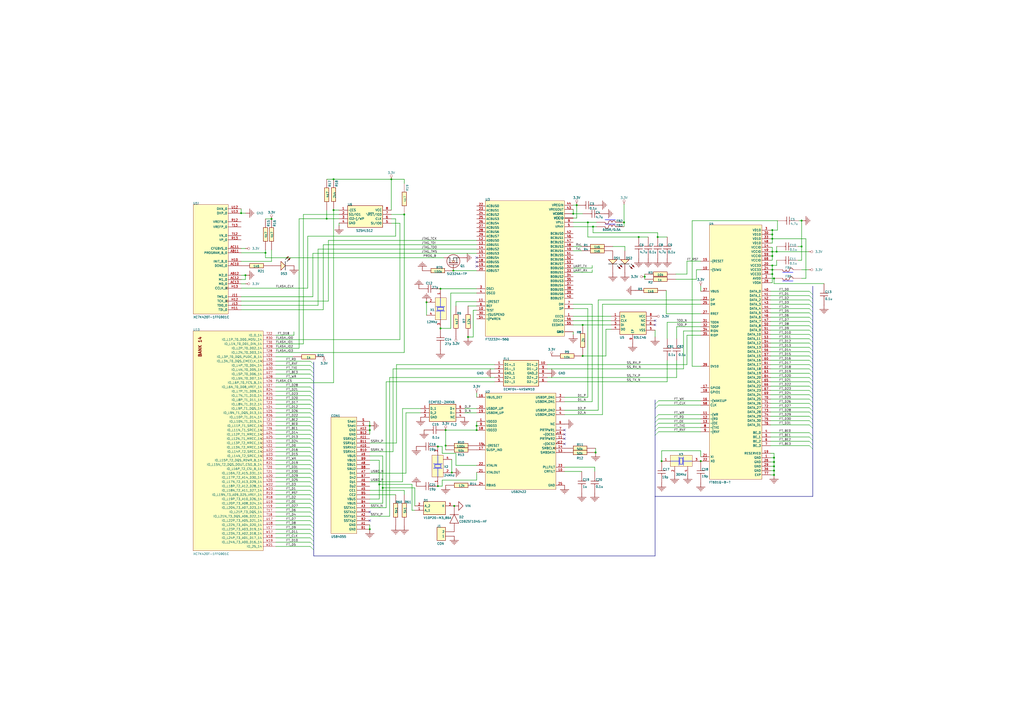
<source format=kicad_sch>
(kicad_sch (version 20221126) (generator eeschema)
  (paper "A2")
  (lib_symbols
    (symbol "m-blanc-altium-import:3.3V" (power)
      (property "Reference" "#PWR" (at 0 0 0))
      (property "Value" "3.3V" (at 0 3.81 0))
      (symbol "3.3V_0_0"
        (pin power_in line (at 0 0 0) (length 0) hide (name "3.3V") (number ""))
      )
    )
    (symbol "m-blanc-altium-import:GND" (power)
      (property "Reference" "#PWR" (at 0 0 0))
      (property "Value" "GND" (at 0 6.35 0))
      (symbol "GND_0_0"
        (pin power_in line (at 0 0 0) (length 0) hide (name "GND") (number ""))
      )
    )
    (symbol "m-blanc-altium-import:VIN" (power)
      (property "Reference" "#PWR" (at 0 0 0))
      (property "Value" "VIN" (at 0 6.35 0))
      (symbol "VIN_0_0"
        (pin power_in line (at 0 0 0) (length 0) hide (name "VIN") (number ""))
      )
    )
    (symbol "m-blanc-altium-import:root_0_93LC46BT-I_MC"
      (symbol "root_0_93LC46BT-I_MC_1_0"
        (pin input line (at -12.5 3.5 0) (length 5) (name "CS") (number "1"))
        (pin input line (at -12.5 1 0) (length 5) (name "CLK") (number "2"))
        (pin input line (at -12.5 -1.5 0) (length 5) (name "DI") (number "3"))
        (pin output line (at -12.5 -4 0) (length 5) (name "DO") (number "4"))
        (pin power_in line (at 13 -4.5 180) (length 5) (name "VSS") (number "5"))
        (pin passive line (at 12.92 -1.5 180) (length 5) (name "NC") (number "6"))
        (pin passive line (at 13 1 180) (length 5) (name "NC") (number "7"))
        (pin power_in line (at 13 3.5 180) (length 5) (name "VCC") (number "8"))
        (pin power_in line (at 0 -12 90) (length 5) (name "EP") (number "9"))
      )
    )
    (symbol "m-blanc-altium-import:root_0_CAP 0402"
      (symbol "root_0_CAP 0402_1_0"
        (pin passive line (at 0 0 0) (length 5) (name "1") (number "1"))
        (pin passive line (at 12.499 0 180) (length 5) (name "2") (number "2"))
      )
    )
    (symbol "m-blanc-altium-import:root_0_CRYSTAL1210"
      (symbol "root_0_CRYSTAL1210_1_0"
        (pin passive line (at -5 3.08 0) (length 5) (name "X1") (number "1"))
        (pin passive line (at 2.54 -5 90) (length 5) (name "GND") (number "2"))
        (pin passive line (at 17.7 3.08 180) (length 5) (name "X2") (number "3"))
        (pin passive line (at 10.16 -5 90) (length 5) (name "GND") (number "4"))
      )
    )
    (symbol "m-blanc-altium-import:root_0_ECMF02-2AMX6"
      (symbol "root_0_ECMF02-2AMX6_1_0"
        (pin passive line (at 0 0 0) (length 5) (name "D_1") (number "1"))
        (pin passive line (at 0 -2.5 0) (length 5) (name "D_2") (number "2"))
        (pin passive line (at 0 -5 0) (length 5) (name "GND") (number "3"))
        (pin passive line (at 25.499 -5 180) (length 5) (name "NC") (number "4"))
        (pin passive line (at 25.499 -2.5 180) (length 5) (name "D-") (number "5"))
        (pin passive line (at 25.499 0 180) (length 5) (name "D+") (number "6"))
      )
    )
    (symbol "m-blanc-altium-import:root_0_ECMF04-4HSWM10"
      (symbol "root_0_ECMF04-4HSWM10_1_0"
        (pin passive line (at 0 0 0) (length 5) (name "D1+_1") (number "1"))
        (pin passive line (at 30.5 0 180) (length 5) (name "D1+_2") (number "10"))
        (pin passive line (at 0 -2.5 0) (length 5) (name "D1-_1") (number "2"))
        (pin passive line (at 0 -5 0) (length 5) (name "GND_1") (number "3"))
        (pin passive line (at 0 -7.5 0) (length 5) (name "D2+_1") (number "4"))
        (pin passive line (at 0 -10 0) (length 5) (name "D2-_1") (number "5"))
        (pin passive line (at 30.5 -10 180) (length 5) (name "D2-_2") (number "6"))
        (pin passive line (at 30.5 -7.5 180) (length 5) (name "D2+_2") (number "7"))
        (pin passive line (at 30.5 -5 180) (length 5) (name "GND_2") (number "8"))
        (pin passive line (at 30.5 -2.5 180) (length 5) (name "D1-_2") (number "9"))
      )
    )
    (symbol "m-blanc-altium-import:root_0_FERRITE 0402"
      (symbol "root_0_FERRITE 0402_1_0"
        (pin passive line (at 0 0 0) (length 5) (name "1") (number "1"))
        (pin passive line (at 16 0 180) (length 5) (name "2") (number "2"))
      )
    )
    (symbol "m-blanc-altium-import:root_0_FT2232H-56Q"
      (symbol "root_0_FT2232H-56Q_1_0"
        (pin passive line (at 51 -66.999 180) (length 5) (name "EECS") (number "1"))
        (pin passive line (at -5 -63.499 0) (length 5) (name "TEST") (number "10"))
        (pin passive line (at -5 -58.499 0) (length 5) (name "~{RESET") (number "11"))
        (pin passive line (at -5 -23 0) (length 5) (name "ADBUS0") (number "12"))
        (pin passive line (at -5 -25.5 0) (length 5) (name "ADBUS1") (number "13"))
        (pin passive line (at -5 -28 0) (length 5) (name "ADBUS2") (number "14"))
        (pin passive line (at -5 -30.5 0) (length 5) (name "ADBUS3") (number "15"))
        (pin passive line (at 51 -10 180) (length 5) (name "VCCIO") (number "16"))
        (pin passive line (at -5 -33 0) (length 5) (name "ADBUS4") (number "17"))
        (pin passive line (at -5 -35.5 0) (length 5) (name "ADBUS5") (number "18"))
        (pin passive line (at -5 -38 0) (length 5) (name "ADBUS6") (number "19"))
        (pin passive line (at 51 -7.5 180) (length 5) (name "VCORE") (number "2"))
        (pin passive line (at -5 -40.5 0) (length 5) (name "ADBUS7") (number "20"))
        (pin passive line (at 51 -75.999 180) (length 5) (name "GND") (number "21"))
        (pin passive line (at -5 -3 0) (length 5) (name "ACBUS0") (number "22"))
        (pin passive line (at -5 -5.5 0) (length 5) (name "ACBUS1") (number "23"))
        (pin passive line (at -5 -8 0) (length 5) (name "ACBUS2") (number "24"))
        (pin passive line (at -5 -10.5 0) (length 5) (name "ACBUS3") (number "25"))
        (pin passive line (at -5 -13 0) (length 5) (name "ACBUS4") (number "26"))
        (pin passive line (at -5 -15.5 0) (length 5) (name "ACBUS5") (number "27"))
        (pin passive line (at -5 -18 0) (length 5) (name "ACBUS6") (number "28"))
        (pin passive line (at -5 -20.5 0) (length 5) (name "ACBUS7") (number "29"))
        (pin passive line (at -5 -51 0) (length 5) (name "OSCI") (number "3"))
        (pin passive line (at -5 -65.999 0) (length 5) (name "~{SUSPEND") (number "30"))
        (pin passive line (at 51 -7.5 180) (length 5) (name "VCORE") (number "31"))
        (pin passive line (at 51 -39 180) (length 5) (name "BDBUS0") (number "32"))
        (pin passive line (at 51 -41.5 180) (length 5) (name "BDBUS1") (number "33"))
        (pin passive line (at 51 -44 180) (length 5) (name "BDBUS2") (number "34"))
        (pin passive line (at 51 -46.5 180) (length 5) (name "BDBUS3") (number "35"))
        (pin passive line (at 51 -10 180) (length 5) (name "VCCIO") (number "36"))
        (pin passive line (at 51 -49 180) (length 5) (name "BDBUS4") (number "37"))
        (pin passive line (at 51 -51.5 180) (length 5) (name "BDBUS5") (number "38"))
        (pin passive line (at 51 -53.999 180) (length 5) (name "BDBUS6") (number "39"))
        (pin passive line (at -5 -53.499 0) (length 5) (name "OSCO") (number "4"))
        (pin passive line (at 51 -56.499 180) (length 5) (name "BDBUS7") (number "40"))
        (pin passive line (at 51 -75.999 180) (length 5) (name "GND") (number "41"))
        (pin passive line (at 51 -19 180) (length 5) (name "BCBUS0") (number "42"))
        (pin passive line (at 51 -5 180) (length 5) (name "VREGOUT") (number "43"))
        (pin passive line (at 51 -2.5 180) (length 5) (name "VREGIN") (number "44"))
        (pin passive line (at 51 -75.999 180) (length 5) (name "GND") (number "45"))
        (pin passive line (at 51 -21.5 180) (length 5) (name "BCBUS1") (number "46"))
        (pin passive line (at 51 -24 180) (length 5) (name "BCBUS2") (number "47"))
        (pin passive line (at 51 -26.5 180) (length 5) (name "BCBUS3") (number "48"))
        (pin passive line (at 51 -29 180) (length 5) (name "BCBUS4") (number "49"))
        (pin passive line (at 51 -15 180) (length 5) (name "VPHY") (number "5"))
        (pin passive line (at 51 -10 180) (length 5) (name "VCCIO") (number "50"))
        (pin passive line (at 51 -31.5 180) (length 5) (name "BCBUS5") (number "51"))
        (pin passive line (at 51 -34 180) (length 5) (name "BCBUS6") (number "52"))
        (pin passive line (at 51 -36.5 180) (length 5) (name "BCBUS7") (number "53"))
        (pin passive line (at -5 -68.499 0) (length 5) (name "~{PWREN") (number "54"))
        (pin passive line (at 51 -71.999 180) (length 5) (name "EEDATA") (number "55"))
        (pin passive line (at 51 -69.499 180) (length 5) (name "EECLK") (number "56"))
        (pin passive line (at 51 -75.999 180) (length 5) (name "GND") (number "57"))
        (pin passive line (at -5 -60.999 0) (length 5) (name "REF") (number "6"))
        (pin passive line (at 51 -59.999 180) (length 5) (name "DM") (number "7"))
        (pin passive line (at 51 -62.499 180) (length 5) (name "DP") (number "8"))
        (pin passive line (at 51 -12.5 180) (length 5) (name "VPLL") (number "9"))
      )
    )
    (symbol "m-blanc-altium-import:root_0_FT601Q-B-T"
      (symbol "root_0_FT601Q-B-T_1_0"
        (pin power_in line (at 20.5 -74 180) (length 5) (name "GND") (number "1"))
        (pin input line (at -20 34.999 0) (length 5) (name "~{SIWU") (number "10"))
        (pin input line (at -20 -49 0) (length 5) (name "~{WR") (number "11"))
        (pin input line (at -20 -51.5 0) (length 5) (name "~{RD") (number "12"))
        (pin input line (at -20 -54 0) (length 5) (name "~{OE") (number "13"))
        (pin power_in line (at 20.5 47.999 180) (length 5) (name "VCCIO") (number "14"))
        (pin input line (at -20 39.999 0) (length 5) (name "~{RESET") (number "15"))
        (pin bidirectional line (at -20 -41 0) (length 5) (name "~{WAKEUP") (number "16"))
        (pin bidirectional line (at -20 -33.5 0) (length 5) (name "GPIO0") (number "17"))
        (pin bidirectional line (at -20 -36 0) (length 5) (name "GPIO1") (number "18"))
        (pin passive line (at 20.5 -71.5 180) (length 5) (name "RESERVED") (number "19"))
        (pin power_in line (at 20.5 29.999 180) (length 5) (name "AVDD") (number "2"))
        (pin power_in line (at 20.5 37.499 180) (length 5) (name "VCC33") (number "20"))
        (pin input line (at -20 -73.5 0) (length 5) (name "XI") (number "21"))
        (pin output line (at -20 -76 0) (length 5) (name "XO") (number "22"))
        (pin bidirectional line (at -20 17.5 0) (length 5) (name "DP") (number "23"))
        (pin power_in line (at 20.5 34.999 180) (length 5) (name "VCC33") (number "24"))
        (pin bidirectional line (at -20 15 0) (length 5) (name "DM") (number "25"))
        (pin power_in line (at 20.5 -76.5 180) (length 5) (name "GND") (number "26"))
        (pin input line (at -20 9.5 0) (length 5) (name "RREF") (number "27"))
        (pin power_in line (at 20.5 27.499 180) (length 5) (name "VDDA") (number "28"))
        (pin power_in line (at 20.5 -79 180) (length 5) (name "GND") (number "29"))
        (pin power_in line (at 20.5 57.999 180) (length 5) (name "VD10") (number "3"))
        (pin power_in line (at 20.5 55.499 180) (length 5) (name "VD10") (number "30"))
        (pin output line (at -20 4.5 0) (length 5) (name "TODN") (number "31"))
        (pin output line (at -20 2 0) (length 5) (name "TODP") (number "32"))
        (pin power_in line (at 20.5 52.999 180) (length 5) (name "VD10") (number "33"))
        (pin input line (at -20 -0.5 0) (length 5) (name "RIDN") (number "34"))
        (pin input line (at -20 -3 0) (length 5) (name "RIDP") (number "35"))
        (pin power_in line (at 20.5 -81.5 180) (length 5) (name "GND") (number "36"))
        (pin input line (at -20 22.499 0) (length 5) (name "VBUS") (number "37"))
        (pin power_in line (at 20.5 32.499 180) (length 5) (name "VCC33") (number "38"))
        (pin output line (at -20 -21 0) (length 5) (name "DV10") (number "39"))
        (pin bidirectional line (at 20.5 -59.5 180) (length 5) (name "BE_0") (number "4"))
        (pin bidirectional line (at 20.5 22.499 180) (length 5) (name "DATA_0") (number "40"))
        (pin bidirectional line (at 20.5 20 180) (length 5) (name "DATA_1") (number "41"))
        (pin bidirectional line (at 20.5 17.5 180) (length 5) (name "DATA_2") (number "42"))
        (pin bidirectional line (at 20.5 15 180) (length 5) (name "DATA_3") (number "43"))
        (pin bidirectional line (at 20.5 12.5 180) (length 5) (name "DATA_4") (number "44"))
        (pin bidirectional line (at 20.5 10 180) (length 5) (name "DATA_5") (number "45"))
        (pin bidirectional line (at 20.5 7.5 180) (length 5) (name "DATA_6") (number "46"))
        (pin bidirectional line (at 20.5 5 180) (length 5) (name "DATA_7") (number "47"))
        (pin power_in line (at 20.5 50.499 180) (length 5) (name "VD10") (number "48"))
        (pin power_in line (at 20.5 45.499 180) (length 5) (name "VCCIO") (number "49"))
        (pin bidirectional line (at 20.5 -62 180) (length 5) (name "BE_1") (number "5"))
        (pin bidirectional line (at 20.5 2.5 180) (length 5) (name "DATA_8") (number "50"))
        (pin bidirectional line (at 20.5 0 180) (length 5) (name "DATA_9") (number "51"))
        (pin bidirectional line (at 20.5 -2.5 180) (length 5) (name "DATA_10") (number "52"))
        (pin bidirectional line (at 20.5 -5 180) (length 5) (name "DATA_11") (number "53"))
        (pin bidirectional line (at 20.5 -7.5 180) (length 5) (name "DATA_12") (number "54"))
        (pin bidirectional line (at 20.5 -10 180) (length 5) (name "DATA_13") (number "55"))
        (pin bidirectional line (at 20.5 -12.5 180) (length 5) (name "DATA_14") (number "56"))
        (pin bidirectional line (at 20.5 -15 180) (length 5) (name "DATA_15") (number "57"))
        (pin output line (at -20 -43.5 0) (length 5) (name "CLK") (number "58"))
        (pin power_in line (at 20.5 42.999 180) (length 5) (name "VCCIO") (number "59"))
        (pin bidirectional line (at 20.5 -64.5 180) (length 5) (name "BE_2") (number "6"))
        (pin bidirectional line (at 20.5 -17.5 180) (length 5) (name "DATA_16") (number "60"))
        (pin bidirectional line (at 20.5 -20 180) (length 5) (name "DATA_17") (number "61"))
        (pin bidirectional line (at 20.5 -22.5 180) (length 5) (name "DATA_18") (number "62"))
        (pin bidirectional line (at 20.5 -25 180) (length 5) (name "DATA_19") (number "63"))
        (pin bidirectional line (at 20.5 -27.5 180) (length 5) (name "DATA_20") (number "64"))
        (pin bidirectional line (at 20.5 -30 180) (length 5) (name "DATA_21") (number "65"))
        (pin bidirectional line (at 20.5 -32.5 180) (length 5) (name "DATA_22") (number "66"))
        (pin bidirectional line (at 20.5 -35 180) (length 5) (name "DATA_23") (number "67"))
        (pin power_in line (at 20.5 40.499 180) (length 5) (name "VCCIO") (number "68"))
        (pin bidirectional line (at 20.5 -37.5 180) (length 5) (name "DATA_24") (number "69"))
        (pin bidirectional line (at 20.5 -67 180) (length 5) (name "BE_3") (number "7"))
        (pin bidirectional line (at 20.5 -40 180) (length 5) (name "DATA_25") (number "70"))
        (pin bidirectional line (at 20.5 -42.5 180) (length 5) (name "DATA_26") (number "71"))
        (pin bidirectional line (at 20.5 -45 180) (length 5) (name "DATA_27") (number "72"))
        (pin bidirectional line (at 20.5 -47.5 180) (length 5) (name "DATA_28") (number "73"))
        (pin bidirectional line (at 20.5 -50 180) (length 5) (name "DATA_29") (number "74"))
        (pin bidirectional line (at 20.5 -52.5 180) (length 5) (name "DATA_30") (number "75"))
        (pin bidirectional line (at 20.5 -55 180) (length 5) (name "DATA_31") (number "76"))
        (pin power_in line (at 20.5 -84 180) (length 5) (name "EXP") (number "77"))
        (pin output line (at -20 -56.5 0) (length 5) (name "~{TXE") (number "8"))
        (pin output line (at -20 -59 0) (length 5) (name "~{RXF") (number "9"))
      )
    )
    (symbol "m-blanc-altium-import:root_0_LED 0603"
      (symbol "root_0_LED 0603_1_0"
        (pin passive line (at -5.08 -2.54 0) (length 5.08) (name "A") (number "1"))
        (pin passive line (at 7.62 -2.54 180) (length 5.08) (name "K") (number "2"))
      )
    )
    (symbol "m-blanc-altium-import:root_0_RES 0402"
      (symbol "root_0_RES 0402_1_0"
        (pin passive line (at 0 0 0) (length 5) (name "1") (number "1"))
        (pin passive line (at 18 0 180) (length 5) (name "2") (number "2"))
      )
    )
    (symbol "m-blanc-altium-import:root_0_S25HL512"
      (symbol "root_0_S25HL512_1_0"
        (pin passive line (at -5 -2.5 0) (length 5) (name "~{CS") (number "1"))
        (pin passive line (at -4.92 -5.04 0) (length 5) (name "SO/IO1") (number "2"))
        (pin passive line (at -4.92 -7.5 0) (length 5) (name "IO2~{/WP") (number "3"))
        (pin passive line (at -4.92 -10 0) (length 5) (name "GND") (number "4"))
        (pin passive line (at 25.4 -10.12 180) (length 5) (name "SI/IO0") (number "5"))
        (pin passive line (at 25.4 -7.58 180) (length 5) (name "CLK") (number "6"))
        (pin passive line (at 25.4 -5.04 180) (length 5) (name "\\~{RST}/IO3") (number "7"))
        (pin passive line (at 25.4 -2.5 180) (length 5) (name "VCC") (number "8"))
      )
    )
    (symbol "m-blanc-altium-import:root_0_USB-3.0-TYPE-C-3.0"
      (symbol "root_0_USB-3.0-TYPE-C-3.0_1_0"
        (pin power_in line (at 22.5 -62.5 180) (length 7.5) (name "GND") (number "A1"))
        (pin output line (at 22.5 -17.5 180) (length 7.5) (name "SSRXn2") (number "A10"))
        (pin output line (at 22.5 -12.5 180) (length 7.5) (name "SSRXp2") (number "A11"))
        (pin power_in line (at 22.5 -7.5 180) (length 7.5) (name "GND") (number "A12"))
        (pin input line (at 22.5 -57.5 180) (length 7.5) (name "SSTXp1") (number "A2"))
        (pin input line (at 22.5 -52.5 180) (length 7.5) (name "SSTXn1") (number "A3"))
        (pin power_in line (at 22.5 -47.5 180) (length 7.5) (name "VBUS") (number "A4"))
        (pin power_in line (at 22.5 -42.5 180) (length 7.5) (name "CC1") (number "A5"))
        (pin bidirectional line (at 22.5 -37.5 180) (length 7.5) (name "Dp1") (number "A6"))
        (pin bidirectional line (at 22.5 -32.5 180) (length 7.5) (name "Dn1") (number "A7"))
        (pin power_in line (at 22.5 -27.5 180) (length 7.5) (name "SBU1") (number "A8"))
        (pin power_in line (at 22.5 -22.5 180) (length 7.5) (name "VBUS") (number "A9"))
        (pin power_in line (at 22.5 -65 180) (length 7.5) (name "GND") (number "B1"))
        (pin output line (at 22.5 -20 180) (length 7.5) (name "SSRXn1") (number "B10"))
        (pin output line (at 22.5 -15 180) (length 7.5) (name "SSRXp1") (number "B11"))
        (pin power_in line (at 22.5 -10 180) (length 7.5) (name "GND") (number "B12"))
        (pin input line (at 22.5 -60 180) (length 7.5) (name "SSTXp2") (number "B2"))
        (pin input line (at 22.5 -55 180) (length 7.5) (name "SSTXn2") (number "B3"))
        (pin power_in line (at 22.5 -50 180) (length 7.5) (name "VBUS") (number "B4"))
        (pin power_in line (at 22.5 -45 180) (length 7.5) (name "CC2") (number "B5"))
        (pin bidirectional line (at 22.5 -40 180) (length 7.5) (name "Dp2") (number "B6"))
        (pin bidirectional line (at 22.5 -35 180) (length 7.5) (name "Dn2") (number "B7"))
        (pin power_in line (at 22.5 -30 180) (length 7.5) (name "SBU2") (number "B8"))
        (pin power_in line (at 22.5 -25 180) (length 7.5) (name "VBUS") (number "B9"))
        (pin power_in line (at 22.5 -5 180) (length 7.5) (name "Shell") (number "S"))
        (pin power_in line (at 22.5 -2.5 180) (length 7.5) (name "Shell") (number "S"))
      )
    )
    (symbol "m-blanc-altium-import:root_0_USB2422"
      (symbol "root_0_USB2422_1_0"
        (pin power_in line (at -25.5 14 0) (length 5) (name "VDD33") (number "1"))
        (pin passive line (at 25.5 -15 180) (length 5) (name "CRFILT") (number "10"))
        (pin output line (at 25.5 4 180) (length 5) (name "PRTPWR2") (number "11"))
        (pin passive input_low (at 25.5 1 180) (length 5) (name "~{OCS2") (number "12"))
        (pin bidirectional line (at 25.5 -4 180) (length 5) (name "SMBDATA") (number "13"))
        (pin passive clock (at 25.5 -1.5 180) (length 5) (name "SMBCLK") (number "14"))
        (pin passive input_low (at -25.5 0 0) (length 5) (name "~{RESET") (number "15"))
        (pin passive line (at -25.5 28 0) (length 5) (name "VBUS_DET") (number "16"))
        (pin passive line (at -25.5 -2.5 0) (length 5) (name "SUSP_IND") (number "17"))
        (pin power_in line (at -25.5 9 0) (length 5) (name "VDD33") (number "18"))
        (pin passive line (at -25.5 19 0) (length 5) (name "USBDM_UP") (number "19"))
        (pin passive line (at 25.5 25.5 180) (length 5) (name "USBDM_DN1") (number "2"))
        (pin passive line (at -25.5 21.5 0) (length 5) (name "USBDP_UP") (number "20"))
        (pin passive line (at -25.5 -15.5 0) (length 5) (name "XTALOUT") (number "21"))
        (pin passive line (at -25.5 -11.5 0) (length 5) (name "XTALIN") (number "22"))
        (pin passive line (at 25.5 -12.5 180) (length 5) (name "PLLFILT") (number "23"))
        (pin passive line (at -25.5 -23 0) (length 5) (name "RBIAS") (number "24"))
        (pin passive line (at 25.5 -23 180) (length 5) (name "GND") (number "25"))
        (pin passive line (at 25.5 28 180) (length 5) (name "USBDP_DN1") (number "3"))
        (pin passive line (at 25.5 18 180) (length 5) (name "USBDM_DN2") (number "4"))
        (pin passive line (at 25.5 20.5 180) (length 5) (name "USBDP_DN2") (number "5"))
        (pin passive line (at 25.5 12.5 180) (length 5) (name "NC") (number "6"))
        (pin output line (at 25.5 9 180) (length 5) (name "PRTPWR1") (number "7"))
        (pin passive input_low (at 25.5 6.5 180) (length 5) (name "~{OCS1") (number "8"))
        (pin power_in line (at -25.5 11.5 0) (length 5) (name "VDD33") (number "9"))
      )
    )
    (symbol "m-blanc-altium-import:root_0_V10P20-M3_86A"
      (symbol "root_0_V10P20-M3_86A_1_0"
        (pin passive line (at 0 -2.54 0) (length 5.08) (name "A_1") (number "1"))
        (pin passive line (at 0 0 0) (length 5.08) (name "A_2") (number "2"))
        (pin passive line (at 22.86 0 180) (length 5.08) (name "K") (number "3"))
      )
    )
    (symbol "m-blanc-altium-import:root_0_XC7K420T-1FFG901C"
      (symbol "root_0_XC7K420T-1FFG901C_1_0"
        (text "BANK11" (at 5.08 -15.24 900) (effects (font (size 1.778 1.778) bold) (justify left bottom)))
        (pin bidirectional line (at 48 -115 180) (length 7.5) (name "IO_L23P_T3_11") (number "AA17"))
        (pin bidirectional line (at 48 -117.5 180) (length 7.5) (name "IO_L23N_T3_11") (number "AA18"))
        (pin bidirectional line (at 48 -80 180) (length 7.5) (name "IO_L16P_T2_11") (number "AB14"))
        (pin bidirectional line (at 48 -82.5 180) (length 7.5) (name "IO_L16N_T2_11") (number "AB15"))
        (pin bidirectional line (at 48 -110 180) (length 7.5) (name "IO_L22P_T3_11") (number "AB17"))
        (pin bidirectional line (at 48 -112.5 180) (length 7.5) (name "IO_L22N_T3_11") (number "AB18"))
        (pin bidirectional line (at 48 -125 180) (length 7.5) (name "IO_25_11") (number "AB19"))
        (pin bidirectional line (at 48 -85 180) (length 7.5) (name "IO_L17P_T2_11") (number "AC14"))
        (pin bidirectional line (at 48 -87.5 180) (length 7.5) (name "IO_L17N_T2_11") (number "AC15"))
        (pin bidirectional line (at 48 -75 180) (length 7.5) (name "IO_L15P_T2_DQS_11") (number "AC16"))
        (pin bidirectional line (at 48 -105 180) (length 7.5) (name "IO_L21P_T3_DQS_11") (number "AC17"))
        (pin bidirectional line (at 48 -2.5 180) (length 7.5) (name "IO_0_11") (number "AC19"))
        (pin bidirectional line (at 48 -90 180) (length 7.5) (name "IO_L18P_T2_11") (number "AD14"))
        (pin bidirectional line (at 48 -77.5 180) (length 7.5) (name "IO_L15N_T2_DQS_11") (number "AD16"))
        (pin bidirectional line (at 48 -107.5 180) (length 7.5) (name "IO_L21N_T3_DQS_11") (number "AD17"))
        (pin bidirectional line (at 48 -100 180) (length 7.5) (name "IO_L20P_T3_11") (number "AD18"))
        (pin bidirectional line (at 48 -102.5 180) (length 7.5) (name "IO_L20N_T3_11") (number "AD19"))
        (pin bidirectional line (at 48 -92.5 180) (length 7.5) (name "IO_L18N_T2_11") (number "AE14"))
        (pin bidirectional clock (at 48 -70 180) (length 7.5) (name "IO_L14P_T2_SRCC_11") (number "AE15"))
        (pin bidirectional clock (at 48 -72.5 180) (length 7.5) (name "IO_L14N_T2_SRCC_11") (number "AE16"))
        (pin bidirectional line (at 48 -97.5 180) (length 7.5) (name "IO_L19P_T3_11") (number "AE18"))
        (pin bidirectional line (at 48 -95 180) (length 7.5) (name "IO_L19N_T3_VREF_11") (number "AE19"))
        (pin bidirectional clock (at 48 -65 180) (length 7.5) (name "IO_L13P_T2_MRCC_11") (number "AF15"))
        (pin bidirectional clock (at 48 -67.5 180) (length 7.5) (name "IO_L13N_T2_MRCC_11") (number "AF16"))
        (pin bidirectional clock (at 48 -60 180) (length 7.5) (name "IO_L12P_T1_MRCC_11") (number "AF17"))
        (pin bidirectional line (at 48 -30 180) (length 7.5) (name "IO_L6P_T0_11") (number "AF18"))
        (pin bidirectional line (at 48 -45 180) (length 7.5) (name "IO_L9P_T1_DQS_11") (number "AG14"))
        (pin bidirectional line (at 48 -47.5 180) (length 7.5) (name "IO_L9N_T1_DQS_11") (number "AG15"))
        (pin bidirectional clock (at 48 -62.5 180) (length 7.5) (name "IO_L12N_T1_MRCC_11") (number "AG17"))
        (pin bidirectional line (at 48 -32.5 180) (length 7.5) (name "IO_L6N_T0_VREF_11") (number "AG18"))
        (pin bidirectional line (at 48 -5 180) (length 7.5) (name "IO_L1P_T0_11") (number "AG19"))
        (pin bidirectional line (at 48 -40 180) (length 7.5) (name "IO_L8P_T1_11") (number "AH14"))
        (pin bidirectional line (at 48 -42.5 180) (length 7.5) (name "IO_L8N_T1_11") (number "AH15"))
        (pin bidirectional clock (at 48 -55 180) (length 7.5) (name "IO_L11P_T1_SRCC_11") (number "AH16"))
        (pin bidirectional clock (at 48 -57.5 180) (length 7.5) (name "IO_L11N_T1_SRCC_11") (number "AH17"))
        (pin bidirectional line (at 48 -10 180) (length 7.5) (name "IO_L2P_T0_11") (number "AH19"))
        (pin bidirectional line (at 48 -7.5 180) (length 7.5) (name "IO_L1N_T0_11") (number "AH20"))
        (pin bidirectional line (at 48 -50 180) (length 7.5) (name "IO_L10P_T1_11") (number "AJ14"))
        (pin bidirectional line (at 48 -25 180) (length 7.5) (name "IO_L5P_T0_11") (number "AJ16"))
        (pin bidirectional line (at 48 -27.5 180) (length 7.5) (name "IO_L5N_T0_11") (number "AJ17"))
        (pin bidirectional line (at 48 -20 180) (length 7.5) (name "IO_L4P_T0_11") (number "AJ18"))
        (pin bidirectional line (at 48 -12.5 180) (length 7.5) (name "IO_L2N_T0_11") (number "AJ19"))
        (pin bidirectional line (at 48 -52.5 180) (length 7.5) (name "IO_L10N_T1_11") (number "AK14"))
        (pin bidirectional line (at 48 -35 180) (length 7.5) (name "IO_L7P_T1_11") (number "AK15"))
        (pin bidirectional line (at 48 -37.5 180) (length 7.5) (name "IO_L7N_T1_11") (number "AK16"))
        (pin bidirectional line (at 48 -22.5 180) (length 7.5) (name "IO_L4N_T0_11") (number "AK18"))
        (pin bidirectional line (at 48 -15 180) (length 7.5) (name "IO_L3P_T0_DQS_11") (number "AK19"))
        (pin bidirectional line (at 48 -17.5 180) (length 7.5) (name "IO_L3N_T0_DQS_11") (number "AK20"))
        (pin bidirectional line (at 48 -120 180) (length 7.5) (name "IO_L24P_T3_11") (number "Y18"))
        (pin bidirectional line (at 48 -122.5 180) (length 7.5) (name "IO_L24N_T3_11") (number "Y19"))
      )
      (symbol "root_0_XC7K420T-1FFG901C_2_0"
        (text "BANK 12" (at 5.08 -15.24 900) (effects (font (size 1.778 1.778) bold) (justify left bottom)))
        (pin bidirectional line (at 48 -10 180) (length 7.5) (name "IO_L2P_T0_12") (number "AA20"))
        (pin bidirectional line (at 48 -12.5 180) (length 7.5) (name "IO_L2N_T0_12") (number "AA21"))
        (pin bidirectional line (at 48 -15 180) (length 7.5) (name "IO_L3P_T0_DQS_12") (number "AA22"))
        (pin bidirectional line (at 48 -17.5 180) (length 7.5) (name "IO_L3N_T0_DQS_12") (number "AA23"))
        (pin bidirectional line (at 48 -20 180) (length 7.5) (name "IO_L4P_T0_12") (number "AB20"))
        (pin bidirectional line (at 48 -25 180) (length 7.5) (name "IO_L5P_T0_12") (number "AB22"))
        (pin bidirectional line (at 48 -27.5 180) (length 7.5) (name "IO_L5N_T0_12") (number "AB23"))
        (pin bidirectional line (at 48 -22.5 180) (length 7.5) (name "IO_L4N_T0_12") (number "AC20"))
        (pin bidirectional line (at 48 -30 180) (length 7.5) (name "IO_L6P_T0_12") (number "AC21"))
        (pin bidirectional line (at 48 -32.5 180) (length 7.5) (name "IO_L6N_T0_VREF_12") (number "AC22"))
        (pin bidirectional line (at 48 -80 180) (length 7.5) (name "IO_L16P_T2_12") (number "AD21"))
        (pin bidirectional line (at 48 -82.5 180) (length 7.5) (name "IO_L16N_T2_12") (number "AD22"))
        (pin bidirectional line (at 48 -75 180) (length 7.5) (name "IO_L15P_T2_DQS_12") (number "AD23"))
        (pin bidirectional line (at 48 -50 180) (length 7.5) (name "IO_L10P_T1_12") (number "AD24"))
        (pin bidirectional line (at 48 -35 180) (length 7.5) (name "IO_L7P_T1_12") (number "AD26"))
        (pin bidirectional line (at 48 -125 180) (length 7.5) (name "IO_25_12") (number "AE20"))
        (pin bidirectional line (at 48 -85 180) (length 7.5) (name "IO_L17P_T2_12") (number "AE21"))
        (pin bidirectional line (at 48 -77.5 180) (length 7.5) (name "IO_L15N_T2_DQS_12") (number "AE23"))
        (pin bidirectional line (at 48 -52.5 180) (length 7.5) (name "IO_L10N_T1_12") (number "AE24"))
        (pin bidirectional line (at 48 -45 180) (length 7.5) (name "IO_L9P_T1_DQS_12") (number "AE25"))
        (pin bidirectional line (at 48 -37.5 180) (length 7.5) (name "IO_L7N_T1_12") (number "AE26"))
        (pin bidirectional line (at 48 -90 180) (length 7.5) (name "IO_L18P_T2_12") (number "AF20"))
        (pin bidirectional line (at 48 -87.5 180) (length 7.5) (name "IO_L17N_T2_12") (number "AF21"))
        (pin bidirectional clock (at 48 -70 180) (length 7.5) (name "IO_L14P_T2_SRCC_12") (number "AF22"))
        (pin bidirectional clock (at 48 -72.5 180) (length 7.5) (name "IO_L14N_T2_SRCC_12") (number "AF23"))
        (pin bidirectional clock (at 48 -55 180) (length 7.5) (name "IO_L11P_T1_SRCC_12") (number "AF25"))
        (pin bidirectional line (at 48 -47.5 180) (length 7.5) (name "IO_L9N_T1_DQS_12") (number "AF26"))
        (pin bidirectional line (at 48 -92.5 180) (length 7.5) (name "IO_L18N_T2_12") (number "AG20"))
        (pin bidirectional clock (at 48 -65 180) (length 7.5) (name "IO_L13P_T2_MRCC_12") (number "AG22"))
        (pin bidirectional clock (at 48 -67.5 180) (length 7.5) (name "IO_L13N_T2_MRCC_12") (number "AG23"))
        (pin bidirectional clock (at 48 -60 180) (length 7.5) (name "IO_L12P_T1_MRCC_12") (number "AG24"))
        (pin bidirectional clock (at 48 -57.5 180) (length 7.5) (name "IO_L11N_T1_SRCC_12") (number "AG25"))
        (pin bidirectional line (at 48 -97.5 180) (length 7.5) (name "IO_L19P_T3_12") (number "AH21"))
        (pin bidirectional line (at 48 -95 180) (length 7.5) (name "IO_L19N_T3_VREF_12") (number "AH22"))
        (pin bidirectional clock (at 48 -62.5 180) (length 7.5) (name "IO_L12N_T1_MRCC_12") (number "AH24"))
        (pin bidirectional line (at 48 -40 180) (length 7.5) (name "IO_L8P_T1_12") (number "AH25"))
        (pin bidirectional line (at 48 -42.5 180) (length 7.5) (name "IO_L8N_T1_12") (number "AH26"))
        (pin bidirectional line (at 48 -100 180) (length 7.5) (name "IO_L20P_T3_12") (number "AJ21"))
        (pin bidirectional line (at 48 -105 180) (length 7.5) (name "IO_L21P_T3_DQS_12") (number "AJ22"))
        (pin bidirectional line (at 48 -110 180) (length 7.5) (name "IO_L22P_T3_12") (number "AJ23"))
        (pin bidirectional line (at 48 -112.5 180) (length 7.5) (name "IO_L22N_T3_12") (number "AJ24"))
        (pin bidirectional line (at 48 -120 180) (length 7.5) (name "IO_L24P_T3_12") (number "AJ26"))
        (pin bidirectional line (at 48 -102.5 180) (length 7.5) (name "IO_L20N_T3_12") (number "AK21"))
        (pin bidirectional line (at 48 -107.5 180) (length 7.5) (name "IO_L21N_T3_DQS_12") (number "AK23"))
        (pin bidirectional line (at 48 -115 180) (length 7.5) (name "IO_L23P_T3_12") (number "AK24"))
        (pin bidirectional line (at 48 -117.5 180) (length 7.5) (name "IO_L23N_T3_12") (number "AK25"))
        (pin bidirectional line (at 48 -122.5 180) (length 7.5) (name "IO_L24N_T3_12") (number "AK26"))
        (pin bidirectional line (at 48 -5 180) (length 7.5) (name "IO_L1P_T0_12") (number "Y20"))
        (pin bidirectional line (at 48 -7.5 180) (length 7.5) (name "IO_L1N_T0_12") (number "Y21"))
        (pin bidirectional line (at 48 -2.5 180) (length 7.5) (name "IO_0_12") (number "Y23"))
      )
      (symbol "root_0_XC7K420T-1FFG901C_3_0"
        (text "BANK 13" (at 5.08 -15.24 900) (effects (font (size 1.778 1.778) bold) (justify left bottom)))
        (pin bidirectional line (at 48 -42.5 180) (length 7.5) (name "IO_L8N_T1_13") (number "AA25"))
        (pin bidirectional clock (at 48 -57.5 180) (length 7.5) (name "IO_L11N_T1_SRCC_13") (number "AA26"))
        (pin bidirectional clock (at 48 -60 180) (length 7.5) (name "IO_L12P_T1_MRCC_13") (number "AA27"))
        (pin bidirectional line (at 48 -5 180) (length 7.5) (name "IO_L1P_T0_13") (number "AA28"))
        (pin bidirectional line (at 48 -17.5 180) (length 7.5) (name "IO_L3N_T0_DQS_13") (number "AA30"))
        (pin bidirectional line (at 48 -50 180) (length 7.5) (name "IO_L10P_T1_13") (number "AB24"))
        (pin bidirectional line (at 48 -45 180) (length 7.5) (name "IO_L9P_T1_DQS_13") (number "AB25"))
        (pin bidirectional clock (at 48 -62.5 180) (length 7.5) (name "IO_L12N_T1_MRCC_13") (number "AB27"))
        (pin bidirectional line (at 48 -7.5 180) (length 7.5) (name "IO_L1N_T0_13") (number "AB28"))
        (pin bidirectional line (at 48 -10 180) (length 7.5) (name "IO_L2P_T0_13") (number "AB29"))
        (pin bidirectional line (at 48 -12.5 180) (length 7.5) (name "IO_L2N_T0_13") (number "AB30"))
        (pin bidirectional line (at 48 -52.5 180) (length 7.5) (name "IO_L10N_T1_13") (number "AC24"))
        (pin bidirectional line (at 48 -47.5 180) (length 7.5) (name "IO_L9N_T1_DQS_13") (number "AC25"))
        (pin bidirectional line (at 48 -35 180) (length 7.5) (name "IO_L7P_T1_13") (number "AC26"))
        (pin bidirectional clock (at 48 -65 180) (length 7.5) (name "IO_L13P_T2_MRCC_13") (number "AC27"))
        (pin bidirectional line (at 48 -75 180) (length 7.5) (name "IO_L15P_T2_DQS_13") (number "AC29"))
        (pin bidirectional line (at 48 -77.5 180) (length 7.5) (name "IO_L15N_T2_DQS_13") (number "AC30"))
        (pin bidirectional line (at 48 -37.5 180) (length 7.5) (name "IO_L7N_T1_13") (number "AD27"))
        (pin bidirectional clock (at 48 -67.5 180) (length 7.5) (name "IO_L13N_T2_MRCC_13") (number "AD28"))
        (pin bidirectional line (at 48 -80 180) (length 7.5) (name "IO_L16P_T2_13") (number "AD29"))
        (pin bidirectional clock (at 48 -70 180) (length 7.5) (name "IO_L14P_T2_SRCC_13") (number "AE28"))
        (pin bidirectional line (at 48 -82.5 180) (length 7.5) (name "IO_L16N_T2_13") (number "AE29"))
        (pin bidirectional line (at 48 -85 180) (length 7.5) (name "IO_L17P_T2_13") (number "AE30"))
        (pin bidirectional line (at 48 -90 180) (length 7.5) (name "IO_L18P_T2_13") (number "AF27"))
        (pin bidirectional clock (at 48 -72.5 180) (length 7.5) (name "IO_L14N_T2_SRCC_13") (number "AF28"))
        (pin bidirectional line (at 48 -87.5 180) (length 7.5) (name "IO_L17N_T2_13") (number "AF30"))
        (pin bidirectional line (at 48 -97.5 180) (length 7.5) (name "IO_L19P_T3_13") (number "AG27"))
        (pin bidirectional line (at 48 -92.5 180) (length 7.5) (name "IO_L18N_T2_13") (number "AG28"))
        (pin bidirectional line (at 48 -100 180) (length 7.5) (name "IO_L20P_T3_13") (number "AG29"))
        (pin bidirectional line (at 48 -110 180) (length 7.5) (name "IO_L22P_T3_13") (number "AG30"))
        (pin bidirectional line (at 48 -95 180) (length 7.5) (name "IO_L19N_T3_VREF_13") (number "AH27"))
        (pin bidirectional line (at 48 -102.5 180) (length 7.5) (name "IO_L20N_T3_13") (number "AH29"))
        (pin bidirectional line (at 48 -112.5 180) (length 7.5) (name "IO_L22N_T3_13") (number "AH30"))
        (pin bidirectional line (at 48 -105 180) (length 7.5) (name "IO_L21P_T3_DQS_13") (number "AJ27"))
        (pin bidirectional line (at 48 -107.5 180) (length 7.5) (name "IO_L21N_T3_DQS_13") (number "AJ28"))
        (pin bidirectional line (at 48 -115 180) (length 7.5) (name "IO_L23P_T3_13") (number "AJ29"))
        (pin bidirectional line (at 48 -120 180) (length 7.5) (name "IO_L24P_T3_13") (number "AK28"))
        (pin bidirectional line (at 48 -122.5 180) (length 7.5) (name "IO_L24N_T3_13") (number "AK29"))
        (pin bidirectional line (at 48 -117.5 180) (length 7.5) (name "IO_L23N_T3_13") (number "AK30"))
        (pin bidirectional line (at 48 -2.5 180) (length 7.5) (name "IO_0_13") (number "W24"))
        (pin bidirectional line (at 48 -30 180) (length 7.5) (name "IO_L6P_T0_13") (number "W26"))
        (pin bidirectional line (at 48 -32.5 180) (length 7.5) (name "IO_L6N_T0_VREF_13") (number "W27"))
        (pin bidirectional line (at 48 -25 180) (length 7.5) (name "IO_L5P_T0_13") (number "W28"))
        (pin bidirectional line (at 48 -27.5 180) (length 7.5) (name "IO_L5N_T0_13") (number "W29"))
        (pin bidirectional line (at 48 -125 180) (length 7.5) (name "IO_25_13") (number "Y24"))
        (pin bidirectional line (at 48 -40 180) (length 7.5) (name "IO_L8P_T1_13") (number "Y25"))
        (pin bidirectional clock (at 48 -55 180) (length 7.5) (name "IO_L11P_T1_SRCC_13") (number "Y26"))
        (pin bidirectional line (at 48 -20 180) (length 7.5) (name "IO_L4P_T0_13") (number "Y28"))
        (pin bidirectional line (at 48 -22.5 180) (length 7.5) (name "IO_L4N_T0_13") (number "Y29"))
        (pin bidirectional line (at 48 -15 180) (length 7.5) (name "IO_L3P_T0_DQS_13") (number "Y30"))
      )
      (symbol "root_0_XC7K420T-1FFG901C_4_0"
        (text "BANK 14" (at 5.08 -15.24 900) (effects (font (size 1.778 1.778) bold) (justify left bottom)))
        (pin bidirectional line (at 48 -97.5 180) (length 7.5) (name "IO_L19P_T3_A10_D26_14") (number "R18"))
        (pin bidirectional line (at 48 -95 180) (length 7.5) (name "IO_L19N_T3_A09_D25_VREF_14") (number "R19"))
        (pin bidirectional line (at 48 -75 180) (length 7.5) (name "IO_L15P_T2_DQS_RDWR_B_14") (number "R20"))
        (pin bidirectional line (at 48 -77.5 180) (length 7.5) (name "IO_L15N_T2_DQS_DOUT_CSO_B_14") (number "R21"))
        (pin bidirectional line (at 48 -40 180) (length 7.5) (name "IO_L8P_T1_D11_14") (number "R23"))
        (pin bidirectional line (at 48 -35 180) (length 7.5) (name "IO_L7P_T1_D09_14") (number "R24"))
        (pin bidirectional line (at 48 -37.5 180) (length 7.5) (name "IO_L7N_T1_D10_14") (number "R25"))
        (pin bidirectional line (at 48 -50 180) (length 7.5) (name "IO_L10P_T1_D14_14") (number "R26"))
        (pin bidirectional line (at 48 -10 180) (length 7.5) (name "IO_L2P_T0_D02_14") (number "R28"))
        (pin bidirectional line (at 48 -5 180) (length 7.5) (name "IO_L1P_T0_D00_MOSI_14") (number "R30"))
        (pin bidirectional line (at 48 -105 180) (length 7.5) (name "IO_L21P_T3_DQS_14") (number "T17"))
        (pin bidirectional line (at 48 -107.5 180) (length 7.5) (name "IO_L21N_T3_DQS_A06_D22_14") (number "T18"))
        (pin bidirectional line (at 48 -80 180) (length 7.5) (name "IO_L16P_T2_CSI_B_14") (number "T20"))
        (pin bidirectional line (at 48 -82.5 180) (length 7.5) (name "IO_L16N_T2_A15_D31_14") (number "T21"))
        (pin bidirectional line (at 48 -2.5 180) (length 7.5) (name "IO_0_14") (number "T22"))
        (pin bidirectional line (at 48 -42.5 180) (length 7.5) (name "IO_L8N_T1_D12_14") (number "T23"))
        (pin bidirectional clock (at 48 -55 180) (length 7.5) (name "IO_L11P_T1_SRCC_14") (number "T25"))
        (pin bidirectional clock (at 48 -57.5 180) (length 7.5) (name "IO_L11N_T1_SRCC_14") (number "T26"))
        (pin bidirectional line (at 48 -52.5 180) (length 7.5) (name "IO_L10N_T1_D15_14") (number "T27"))
        (pin bidirectional line (at 48 -12.5 180) (length 7.5) (name "IO_L2N_T0_D03_14") (number "T28"))
        (pin bidirectional line (at 48 -7.5 180) (length 7.5) (name "IO_L1N_T0_D01_DIN_14") (number "T30"))
        (pin bidirectional line (at 48 -110 180) (length 7.5) (name "IO_L22P_T3_A05_D21_14") (number "U17"))
        (pin bidirectional line (at 48 -112.5 180) (length 7.5) (name "IO_L22N_T3_A04_D20_14") (number "U18"))
        (pin bidirectional line (at 48 -100 180) (length 7.5) (name "IO_L20P_T3_A08_D24_14") (number "U19"))
        (pin bidirectional line (at 48 -85 180) (length 7.5) (name "IO_L17P_T2_A14_D30_14") (number "U20"))
        (pin bidirectional clock (at 48 -70 180) (length 7.5) (name "IO_L14P_T2_SRCC_14") (number "U22"))
        (pin bidirectional clock (at 48 -72.5 180) (length 7.5) (name "IO_L14N_T2_SRCC_14") (number "U23"))
        (pin bidirectional clock (at 48 -60 180) (length 7.5) (name "IO_L12P_T1_MRCC_14") (number "U24"))
        (pin bidirectional clock (at 48 -62.5 180) (length 7.5) (name "IO_L12N_T1_MRCC_14") (number "U25"))
        (pin bidirectional line (at 48 -25 180) (length 7.5) (name "IO_L5P_T0_D06_14") (number "U27"))
        (pin bidirectional line (at 48 -27.5 180) (length 7.5) (name "IO_L5N_T0_D07_14") (number "U28"))
        (pin bidirectional line (at 48 -20 180) (length 7.5) (name "IO_L4P_T0_D04_14") (number "U29"))
        (pin bidirectional line (at 48 -22.5 180) (length 7.5) (name "IO_L4N_T0_D05_14") (number "U30"))
        (pin bidirectional line (at 48 -115 180) (length 7.5) (name "IO_L23P_T3_A03_D19_14") (number "V17"))
        (pin bidirectional line (at 48 -102.5 180) (length 7.5) (name "IO_L20N_T3_A07_D23_14") (number "V19"))
        (pin bidirectional line (at 48 -87.5 180) (length 7.5) (name "IO_L17N_T2_A13_D29_14") (number "V20"))
        (pin bidirectional clock (at 48 -65 180) (length 7.5) (name "IO_L13P_T2_MRCC_14") (number "V21"))
        (pin bidirectional clock (at 48 -67.5 180) (length 7.5) (name "IO_L13N_T2_MRCC_14") (number "V22"))
        (pin bidirectional line (at 48 -45 180) (length 7.5) (name "IO_L9P_T1_DQS_14") (number "V24"))
        (pin bidirectional line (at 48 -47.5 180) (length 7.5) (name "IO_L9N_T1_DQS_D13_14") (number "V25"))
        (pin bidirectional line (at 48 -30 180) (length 7.5) (name "IO_L6P_T0_FCS_B_14") (number "V26"))
        (pin bidirectional line (at 48 -32.5 180) (length 7.5) (name "IO_L6N_T0_D08_VREF_14") (number "V27"))
        (pin bidirectional line (at 48 -15 180) (length 7.5) (name "IO_L3P_T0_DQS_PUDC_B_14") (number "V29"))
        (pin bidirectional clock (at 48 -17.5 180) (length 7.5) (name "IO_L3N_T0_DQS_EMCCLK_14") (number "V30"))
        (pin bidirectional line (at 48 -117.5 180) (length 7.5) (name "IO_L23N_T3_A02_D18_14") (number "W17"))
        (pin bidirectional line (at 48 -120 180) (length 7.5) (name "IO_L24P_T3_A01_D17_14") (number "W18"))
        (pin bidirectional line (at 48 -122.5 180) (length 7.5) (name "IO_L24N_T3_A00_D16_14") (number "W19"))
        (pin bidirectional line (at 48 -125 180) (length 7.5) (name "IO_25_14") (number "W21"))
        (pin bidirectional line (at 48 -90 180) (length 7.5) (name "IO_L18P_T2_A12_D28_14") (number "W22"))
        (pin bidirectional line (at 48 -92.5 180) (length 7.5) (name "IO_L18N_T2_A11_D27_14") (number "W23"))
      )
      (symbol "root_0_XC7K420T-1FFG901C_5_0"
        (text "BANK 15" (at 5.08 -15.24 900) (effects (font (size 1.778 1.778) bold) (justify left bottom)))
        (pin bidirectional line (at 48 -77.5 180) (length 7.5) (name "IO_L15N_T2_DQS_ADV_B_15") (number "K24"))
        (pin bidirectional line (at 48 -35 180) (length 7.5) (name "IO_L7P_T1_AD10P_15") (number "K25"))
        (pin bidirectional line (at 48 -37.5 180) (length 7.5) (name "IO_L7N_T1_AD10N_15") (number "K26"))
        (pin bidirectional line (at 48 -5 180) (length 7.5) (name "IO_L1P_T0_AD0P_15") (number "K28"))
        (pin bidirectional line (at 48 -7.5 180) (length 7.5) (name "IO_L1N_T0_AD0N_15") (number "K29"))
        (pin bidirectional line (at 48 -12.5 180) (length 7.5) (name "IO_L2N_T0_AD8N_15") (number "K30"))
        (pin bidirectional line (at 48 -90 180) (length 7.5) (name "IO_L18P_T2_A24_15") (number "L20"))
        (pin bidirectional line (at 48 -92.5 180) (length 7.5) (name "IO_L18N_T2_A23_15") (number "L21"))
        (pin bidirectional line (at 48 -2.5 180) (length 7.5) (name "IO_0_15") (number "L22"))
        (pin bidirectional line (at 48 -75 180) (length 7.5) (name "IO_L15P_T2_DQS_15") (number "L23"))
        (pin bidirectional clock (at 48 -57.5 180) (length 7.5) (name "IO_L11N_T1_SRCC_AD12N_15") (number "L25"))
        (pin bidirectional clock (at 48 -60 180) (length 7.5) (name "IO_L12P_T1_MRCC_AD5P_15") (number "L26"))
        (pin bidirectional clock (at 48 -62.5 180) (length 7.5) (name "IO_L12N_T1_MRCC_AD5N_15") (number "L27"))
        (pin bidirectional line (at 48 -32.5 180) (length 7.5) (name "IO_L6N_T0_VREF_15") (number "L28"))
        (pin bidirectional line (at 48 -10 180) (length 7.5) (name "IO_L2P_T0_AD8P_15") (number "L30"))
        (pin bidirectional line (at 48 -117.5 180) (length 7.5) (name "IO_L23N_T3_FWE_B_15") (number "M17"))
        (pin bidirectional line (at 48 -105 180) (length 7.5) (name "IO_L21P_T3_DQS_15") (number "M18"))
        (pin bidirectional line (at 48 -107.5 180) (length 7.5) (name "IO_L21N_T3_DQS_A18_15") (number "M19"))
        (pin bidirectional line (at 48 -95 180) (length 7.5) (name "IO_L19N_T3_A21_VREF_15") (number "M20"))
        (pin bidirectional line (at 48 -82.5 180) (length 7.5) (name "IO_L16N_T2_A27_15") (number "M22"))
        (pin bidirectional clock (at 48 -65 180) (length 7.5) (name "IO_L13P_T2_MRCC_15") (number "M23"))
        (pin bidirectional clock (at 48 -67.5 180) (length 7.5) (name "IO_L13N_T2_MRCC_15") (number "M24"))
        (pin bidirectional clock (at 48 -55 180) (length 7.5) (name "IO_L11P_T1_SRCC_AD12P_15") (number "M25"))
        (pin bidirectional line (at 48 -47.5 180) (length 7.5) (name "IO_L9N_T1_DQS_AD11N_15") (number "M27"))
        (pin bidirectional line (at 48 -30 180) (length 7.5) (name "IO_L6P_T0_15") (number "M28"))
        (pin bidirectional line (at 48 -22.5 180) (length 7.5) (name "IO_L4N_T0_AD9N_15") (number "M29"))
        (pin bidirectional line (at 48 -17.5 180) (length 7.5) (name "IO_L3N_T0_DQS_AD1N_15") (number "M30"))
        (pin bidirectional line (at 48 -115 180) (length 7.5) (name "IO_L23P_T3_FOE_B_15") (number "N17"))
        (pin bidirectional line (at 48 -112.5 180) (length 7.5) (name "IO_L22N_T3_A16_15") (number "N19"))
        (pin bidirectional line (at 48 -97.5 180) (length 7.5) (name "IO_L19P_T3_A22_15") (number "N20"))
        (pin bidirectional line (at 48 -102.5 180) (length 7.5) (name "IO_L20N_T3_A19_15") (number "N21"))
        (pin bidirectional line (at 48 -80 180) (length 7.5) (name "IO_L16P_T2_A28_15") (number "N22"))
        (pin bidirectional clock (at 48 -70 180) (length 7.5) (name "IO_L14P_T2_SRCC_15") (number "N24"))
        (pin bidirectional clock (at 48 -72.5 180) (length 7.5) (name "IO_L14N_T2_SRCC_15") (number "N25"))
        (pin bidirectional line (at 48 -42.5 180) (length 7.5) (name "IO_L8N_T1_AD3N_15") (number "N26"))
        (pin bidirectional line (at 48 -45 180) (length 7.5) (name "IO_L9P_T1_DQS_AD11P_15") (number "N27"))
        (pin bidirectional line (at 48 -20 180) (length 7.5) (name "IO_L4P_T0_AD9P_15") (number "N29"))
        (pin bidirectional line (at 48 -15 180) (length 7.5) (name "IO_L3P_T0_DQS_AD1P_15") (number "N30"))
        (pin bidirectional line (at 48 -120 180) (length 7.5) (name "IO_L24P_T3_RS1_15") (number "P17"))
        (pin bidirectional line (at 48 -122.5 180) (length 7.5) (name "IO_L24N_T3_RS0_15") (number "P18"))
        (pin bidirectional line (at 48 -110 180) (length 7.5) (name "IO_L22P_T3_A17_15") (number "P19"))
        (pin bidirectional line (at 48 -100 180) (length 7.5) (name "IO_L20P_T3_A20_15") (number "P21"))
        (pin bidirectional line (at 48 -125 180) (length 7.5) (name "IO_25_15") (number "P22"))
        (pin bidirectional line (at 48 -85 180) (length 7.5) (name "IO_L17P_T2_A26_15") (number "P23"))
        (pin bidirectional line (at 48 -87.5 180) (length 7.5) (name "IO_L17N_T2_A25_15") (number "P24"))
        (pin bidirectional line (at 48 -40 180) (length 7.5) (name "IO_L8P_T1_AD3P_15") (number "P26"))
        (pin bidirectional line (at 48 -50 180) (length 7.5) (name "IO_L10P_T1_AD4P_15") (number "P27"))
        (pin bidirectional line (at 48 -52.5 180) (length 7.5) (name "IO_L10N_T1_AD4N_15") (number "P28"))
        (pin bidirectional line (at 48 -27.5 180) (length 7.5) (name "IO_L5N_T0_AD2N_15") (number "P29"))
        (pin bidirectional line (at 48 -25 180) (length 7.5) (name "IO_L5P_T0_AD2P_15") (number "R29"))
      )
      (symbol "root_0_XC7K420T-1FFG901C_6_0"
        (text "BANK 16" (at 5.08 -15.24 900) (effects (font (size 1.778 1.778) bold) (justify left bottom)))
        (pin bidirectional line (at 48 -20 180) (length 7.5) (name "IO_L4P_T0_16") (number "A25"))
        (pin bidirectional line (at 48 -22.5 180) (length 7.5) (name "IO_L4N_T0_16") (number "A26"))
        (pin bidirectional line (at 48 -120 180) (length 7.5) (name "IO_L24P_T3_16") (number "A27"))
        (pin bidirectional line (at 48 -122.5 180) (length 7.5) (name "IO_L24N_T3_16") (number "A28"))
        (pin bidirectional line (at 48 -117.5 180) (length 7.5) (name "IO_L23N_T3_16") (number "A30"))
        (pin bidirectional line (at 48 -10 180) (length 7.5) (name "IO_L2P_T0_16") (number "B24"))
        (pin bidirectional line (at 48 -12.5 180) (length 7.5) (name "IO_L2N_T0_16") (number "B25"))
        (pin bidirectional line (at 48 -27.5 180) (length 7.5) (name "IO_L5N_T0_16") (number "B27"))
        (pin bidirectional line (at 48 -110 180) (length 7.5) (name "IO_L22P_T3_16") (number "B28"))
        (pin bidirectional line (at 48 -112.5 180) (length 7.5) (name "IO_L22N_T3_16") (number "B29"))
        (pin bidirectional line (at 48 -115 180) (length 7.5) (name "IO_L23P_T3_16") (number "B30"))
        (pin bidirectional line (at 48 -7.5 180) (length 7.5) (name "IO_L1N_T0_16") (number "C24"))
        (pin bidirectional line (at 48 -15 180) (length 7.5) (name "IO_L3P_T0_DQS_16") (number "C25"))
        (pin bidirectional line (at 48 -17.5 180) (length 7.5) (name "IO_L3N_T0_DQS_16") (number "C26"))
        (pin bidirectional line (at 48 -25 180) (length 7.5) (name "IO_L5P_T0_16") (number "C27"))
        (pin bidirectional line (at 48 -105 180) (length 7.5) (name "IO_L21P_T3_DQS_16") (number "C29"))
        (pin bidirectional line (at 48 -107.5 180) (length 7.5) (name "IO_L21N_T3_DQS_16") (number "C30"))
        (pin bidirectional line (at 48 -5 180) (length 7.5) (name "IO_L1P_T0_16") (number "D24"))
        (pin bidirectional line (at 48 -30 180) (length 7.5) (name "IO_L6P_T0_16") (number "D26"))
        (pin bidirectional line (at 48 -32.5 180) (length 7.5) (name "IO_L6N_T0_VREF_16") (number "D27"))
        (pin bidirectional line (at 48 -95 180) (length 7.5) (name "IO_L19N_T3_VREF_16") (number "D28"))
        (pin bidirectional line (at 48 -102.5 180) (length 7.5) (name "IO_L20N_T3_16") (number "D29"))
        (pin bidirectional line (at 48 -2.5 180) (length 7.5) (name "IO_0_16") (number "E24"))
        (pin bidirectional clock (at 48 -60 180) (length 7.5) (name "IO_L12P_T1_MRCC_16") (number "E25"))
        (pin bidirectional clock (at 48 -62.5 180) (length 7.5) (name "IO_L12N_T1_MRCC_16") (number "E26"))
        (pin bidirectional line (at 48 -97.5 180) (length 7.5) (name "IO_L19P_T3_16") (number "E28"))
        (pin bidirectional line (at 48 -100 180) (length 7.5) (name "IO_L20P_T3_16") (number "E29"))
        (pin bidirectional line (at 48 -82.5 180) (length 7.5) (name "IO_L16N_T2_16") (number "E30"))
        (pin bidirectional clock (at 48 -55 180) (length 7.5) (name "IO_L11P_T1_SRCC_16") (number "F25"))
        (pin bidirectional clock (at 48 -57.5 180) (length 7.5) (name "IO_L11N_T1_SRCC_16") (number "F26"))
        (pin bidirectional clock (at 48 -67.5 180) (length 7.5) (name "IO_L13N_T2_MRCC_16") (number "F27"))
        (pin bidirectional clock (at 48 -72.5 180) (length 7.5) (name "IO_L14N_T2_SRCC_16") (number "F28"))
        (pin bidirectional line (at 48 -80 180) (length 7.5) (name "IO_L16P_T2_16") (number "F30"))
        (pin bidirectional line (at 48 -37.5 180) (length 7.5) (name "IO_L7N_T1_16") (number "G24"))
        (pin bidirectional line (at 48 -42.5 180) (length 7.5) (name "IO_L8N_T1_16") (number "G25"))
        (pin bidirectional clock (at 48 -65 180) (length 7.5) (name "IO_L13P_T2_MRCC_16") (number "G27"))
        (pin bidirectional clock (at 48 -70 180) (length 7.5) (name "IO_L14P_T2_SRCC_16") (number "G28"))
        (pin bidirectional line (at 48 -77.5 180) (length 7.5) (name "IO_L15N_T2_DQS_16") (number "G29"))
        (pin bidirectional line (at 48 -87.5 180) (length 7.5) (name "IO_L17N_T2_16") (number "G30"))
        (pin bidirectional line (at 48 -35 180) (length 7.5) (name "IO_L7P_T1_16") (number "H24"))
        (pin bidirectional line (at 48 -40 180) (length 7.5) (name "IO_L8P_T1_16") (number "H25"))
        (pin bidirectional line (at 48 -50 180) (length 7.5) (name "IO_L10P_T1_16") (number "H26"))
        (pin bidirectional line (at 48 -52.5 180) (length 7.5) (name "IO_L10N_T1_16") (number "H27"))
        (pin bidirectional line (at 48 -75 180) (length 7.5) (name "IO_L15P_T2_DQS_16") (number "H29"))
        (pin bidirectional line (at 48 -85 180) (length 7.5) (name "IO_L17P_T2_16") (number "H30"))
        (pin bidirectional line (at 48 -125 180) (length 7.5) (name "IO_25_16") (number "J24"))
        (pin bidirectional line (at 48 -45 180) (length 7.5) (name "IO_L9P_T1_DQS_16") (number "J26"))
        (pin bidirectional line (at 48 -47.5 180) (length 7.5) (name "IO_L9N_T1_DQS_16") (number "J27"))
        (pin bidirectional line (at 48 -90 180) (length 7.5) (name "IO_L18P_T2_16") (number "J28"))
        (pin bidirectional line (at 48 -92.5 180) (length 7.5) (name "IO_L18N_T2_16") (number "J29"))
      )
      (symbol "root_0_XC7K420T-1FFG901C_7_0"
        (text "BANK 17" (at 5.08 -15.24 900) (effects (font (size 1.778 1.778) bold) (justify left bottom)))
        (pin bidirectional line (at 48 -107.5 180) (length 7.5) (name "IO_L21N_T3_DQS_17") (number "A18"))
        (pin bidirectional line (at 48 -110 180) (length 7.5) (name "IO_L22P_T3_17") (number "A20"))
        (pin bidirectional line (at 48 -112.5 180) (length 7.5) (name "IO_L22N_T3_17") (number "A21"))
        (pin bidirectional line (at 48 -120 180) (length 7.5) (name "IO_L24P_T3_17") (number "A22"))
        (pin bidirectional line (at 48 -122.5 180) (length 7.5) (name "IO_L24N_T3_17") (number "A23"))
        (pin bidirectional line (at 48 -105 180) (length 7.5) (name "IO_L21P_T3_DQS_17") (number "B18"))
        (pin bidirectional line (at 48 -100 180) (length 7.5) (name "IO_L20P_T3_17") (number "B19"))
        (pin bidirectional line (at 48 -102.5 180) (length 7.5) (name "IO_L20N_T3_17") (number "B20"))
        (pin bidirectional line (at 48 -115 180) (length 7.5) (name "IO_L23P_T3_17") (number "B22"))
        (pin bidirectional line (at 48 -117.5 180) (length 7.5) (name "IO_L23N_T3_17") (number "B23"))
        (pin bidirectional line (at 48 -97.5 180) (length 7.5) (name "IO_L19P_T3_17") (number "C19"))
        (pin bidirectional line (at 48 -95 180) (length 7.5) (name "IO_L19N_T3_VREF_17") (number "C20"))
        (pin bidirectional line (at 48 -80 180) (length 7.5) (name "IO_L16P_T2_17") (number "C21"))
        (pin bidirectional line (at 48 -82.5 180) (length 7.5) (name "IO_L16N_T2_17") (number "C22"))
        (pin bidirectional line (at 48 -90 180) (length 7.5) (name "IO_L18P_T2_17") (number "D18"))
        (pin bidirectional line (at 48 -92.5 180) (length 7.5) (name "IO_L18N_T2_17") (number "D19"))
        (pin bidirectional clock (at 48 -70 180) (length 7.5) (name "IO_L14P_T2_SRCC_17") (number "D21"))
        (pin bidirectional clock (at 48 -72.5 180) (length 7.5) (name "IO_L14N_T2_SRCC_17") (number "D22"))
        (pin bidirectional line (at 48 -77.5 180) (length 7.5) (name "IO_L15N_T2_DQS_17") (number "D23"))
        (pin bidirectional line (at 48 -85 180) (length 7.5) (name "IO_L17P_T2_17") (number "E18"))
        (pin bidirectional line (at 48 -87.5 180) (length 7.5) (name "IO_L17N_T2_17") (number "E19"))
        (pin bidirectional clock (at 48 -65 180) (length 7.5) (name "IO_L13P_T2_MRCC_17") (number "E20"))
        (pin bidirectional clock (at 48 -67.5 180) (length 7.5) (name "IO_L13N_T2_MRCC_17") (number "E21"))
        (pin bidirectional line (at 48 -75 180) (length 7.5) (name "IO_L15P_T2_DQS_17") (number "E23"))
        (pin bidirectional line (at 48 -52.5 180) (length 7.5) (name "IO_L10N_T1_17") (number "F18"))
        (pin bidirectional clock (at 48 -60 180) (length 7.5) (name "IO_L12P_T1_MRCC_17") (number "F20"))
        (pin bidirectional clock (at 48 -62.5 180) (length 7.5) (name "IO_L12N_T1_MRCC_17") (number "F21"))
        (pin bidirectional clock (at 48 -57.5 180) (length 7.5) (name "IO_L11N_T1_SRCC_17") (number "F22"))
        (pin bidirectional line (at 48 -37.5 180) (length 7.5) (name "IO_L7N_T1_17") (number "F23"))
        (pin bidirectional line (at 48 -50 180) (length 7.5) (name "IO_L10P_T1_17") (number "G18"))
        (pin bidirectional line (at 48 -47.5 180) (length 7.5) (name "IO_L9N_T1_DQS_17") (number "G19"))
        (pin bidirectional line (at 48 -42.5 180) (length 7.5) (name "IO_L8N_T1_17") (number "G20"))
        (pin bidirectional clock (at 48 -55 180) (length 7.5) (name "IO_L11P_T1_SRCC_17") (number "G22"))
        (pin bidirectional line (at 48 -35 180) (length 7.5) (name "IO_L7P_T1_17") (number "G23"))
        (pin bidirectional line (at 48 -45 180) (length 7.5) (name "IO_L9P_T1_DQS_17") (number "H19"))
        (pin bidirectional line (at 48 -40 180) (length 7.5) (name "IO_L8P_T1_17") (number "H20"))
        (pin bidirectional line (at 48 -2.5 180) (length 7.5) (name "IO_0_17") (number "H21"))
        (pin bidirectional line (at 48 -12.5 180) (length 7.5) (name "IO_L2N_T0_17") (number "H22"))
        (pin bidirectional line (at 48 -25 180) (length 7.5) (name "IO_L5P_T0_17") (number "J18"))
        (pin bidirectional line (at 48 -27.5 180) (length 7.5) (name "IO_L5N_T0_17") (number "J19"))
        (pin bidirectional line (at 48 -17.5 180) (length 7.5) (name "IO_L3N_T0_DQS_17") (number "J21"))
        (pin bidirectional line (at 48 -10 180) (length 7.5) (name "IO_L2P_T0_17") (number "J22"))
        (pin bidirectional line (at 48 -7.5 180) (length 7.5) (name "IO_L1N_T0_17") (number "J23"))
        (pin bidirectional line (at 48 -32.5 180) (length 7.5) (name "IO_L6N_T0_VREF_17") (number "K18"))
        (pin bidirectional line (at 48 -20 180) (length 7.5) (name "IO_L4P_T0_17") (number "K19"))
        (pin bidirectional line (at 48 -22.5 180) (length 7.5) (name "IO_L4N_T0_17") (number "K20"))
        (pin bidirectional line (at 48 -15 180) (length 7.5) (name "IO_L3P_T0_DQS_17") (number "K21"))
        (pin bidirectional line (at 48 -5 180) (length 7.5) (name "IO_L1P_T0_17") (number "K23"))
        (pin bidirectional line (at 48 -125 180) (length 7.5) (name "IO_25_17") (number "L17"))
        (pin bidirectional line (at 48 -30 180) (length 7.5) (name "IO_L6P_T0_17") (number "L18"))
      )
      (symbol "root_0_XC7K420T-1FFG901C_8_0"
        (text "BANK 18" (at 5.08 -15.24 900) (effects (font (size 1.778 1.778) bold) (justify left bottom)))
        (pin bidirectional line (at 48 -60 180) (length 7.5) (name "IO_L17N_T2_18") (number "A14"))
        (pin bidirectional line (at 48 -62.5 180) (length 7.5) (name "IO_L18P_T2_18") (number "A15"))
        (pin bidirectional line (at 48 -65 180) (length 7.5) (name "IO_L18N_T2_18") (number "A16"))
        (pin bidirectional line (at 48 -75 180) (length 7.5) (name "IO_L20N_T3_18") (number "A17"))
        (pin bidirectional line (at 48 -57.5 180) (length 7.5) (name "IO_L17P_T2_18") (number "B14"))
        (pin bidirectional line (at 48 -55 180) (length 7.5) (name "IO_L16N_T2_18") (number "B15"))
        (pin bidirectional line (at 48 -72.5 180) (length 7.5) (name "IO_L20P_T3_18") (number "B17"))
        (pin bidirectional line (at 48 -52.5 180) (length 7.5) (name "IO_L16P_T2_18") (number "C14"))
        (pin bidirectional clock (at 48 -37.5 180) (length 7.5) (name "IO_L13P_T2_MRCC_18") (number "C15"))
        (pin bidirectional clock (at 48 -40 180) (length 7.5) (name "IO_L13N_T2_MRCC_18") (number "C16"))
        (pin bidirectional line (at 48 -70 180) (length 7.5) (name "IO_L19N_T3_VREF_18") (number "C17"))
        (pin bidirectional line (at 48 -50 180) (length 7.5) (name "IO_L15N_T2_DQS_18") (number "D14"))
        (pin bidirectional clock (at 48 -45 180) (length 7.5) (name "IO_L14N_T2_SRCC_18") (number "D16"))
        (pin bidirectional line (at 48 -67.5 180) (length 7.5) (name "IO_L19P_T3_18") (number "D17"))
        (pin bidirectional line (at 48 -47.5 180) (length 7.5) (name "IO_L15P_T2_DQS_18") (number "E14"))
        (pin bidirectional clock (at 48 -42.5 180) (length 7.5) (name "IO_L14P_T2_SRCC_18") (number "E15"))
        (pin bidirectional clock (at 48 -27.5 180) (length 7.5) (name "IO_L11N_T1_SRCC_18") (number "E16"))
        (pin bidirectional clock (at 48 -35 180) (length 7.5) (name "IO_L12N_T1_MRCC_18") (number "F15"))
        (pin bidirectional clock (at 48 -30 180) (length 7.5) (name "IO_L11P_T1_SRCC_18") (number "F16"))
        (pin bidirectional line (at 48 -25 180) (length 7.5) (name "IO_L10N_T1_18") (number "F17"))
        (pin bidirectional line (at 48 -20 180) (length 7.5) (name "IO_L9N_T1_DQS_18") (number "G14"))
        (pin bidirectional clock (at 48 -32.5 180) (length 7.5) (name "IO_L12P_T1_MRCC_18") (number "G15"))
        (pin bidirectional line (at 48 -22.5 180) (length 7.5) (name "IO_L10P_T1_18") (number "G17"))
        (pin bidirectional line (at 48 -17.5 180) (length 7.5) (name "IO_L9P_T1_DQS_18") (number "H14"))
        (pin bidirectional line (at 48 -10 180) (length 7.5) (name "IO_L7N_T1_18") (number "H15"))
        (pin bidirectional line (at 48 -12.5 180) (length 7.5) (name "IO_L8P_T1_18") (number "H16"))
        (pin bidirectional line (at 48 -15 180) (length 7.5) (name "IO_L8N_T1_18") (number "H17"))
        (pin bidirectional line (at 48 -7.5 180) (length 7.5) (name "IO_L7P_T1_18") (number "J14"))
        (pin bidirectional line (at 48 -2.5 180) (length 7.5) (name "IO_L6P_T0_18") (number "J16"))
        (pin bidirectional line (at 48 -5 180) (length 7.5) (name "IO_L6N_T0_VREF_18") (number "J17"))
      )
      (symbol "root_0_XC7K420T-1FFG901C_9_0"
        (pin input line (at -7.5 -35.5 0) (length 7.5) (name "PROGRAM_B_0") (number "AB11"))
        (pin input line (at -7.5 -22.5 0) (length 7.5) (name "M2_0") (number "AB12"))
        (pin bidirectional line (at -7.5 -28 0) (length 7.5) (name "DONE_0") (number "AC10"))
        (pin input line (at -7.5 -38 0) (length 7.5) (name "CFGBVS_0") (number "AC11"))
        (pin input line (at -7.5 -20 0) (length 7.5) (name "M1_0") (number "AC12"))
        (pin input line (at -7.5 -17.5 0) (length 7.5) (name "M0_0") (number "AC13"))
        (pin bidirectional line (at -7.5 -30.5 0) (length 7.5) (name "INIT_B_0") (number "H10"))
        (pin input line (at -7.5 -2.5 0) (length 7.5) (name "TDI_0") (number "H11"))
        (pin input clock (at -7.5 -7.5 0) (length 7.5) (name "TCK_0") (number "H12"))
        (pin bidirectional clock (at -7.5 -15 0) (length 7.5) (name "CCLK_0") (number "H13"))
        (pin input line (at -7.5 -10 0) (length 7.5) (name "TMS_0") (number "J11"))
        (pin output line (at -7.5 -5 0) (length 7.5) (name "TDO_0") (number "J13"))
        (pin input line (at -7.5 -53.5 0) (length 7.5) (name "VREFN_0") (number "R12"))
        (pin input line (at -7.5 -43 0) (length 7.5) (name "VP_0") (number "R13"))
        (pin input line (at -7.5 -45.5 0) (length 7.5) (name "VN_0") (number "T12"))
        (pin input line (at -7.5 -50.5 0) (length 7.5) (name "VREFP_0") (number "T13"))
        (pin input line (at -7.5 -61 0) (length 7.5) (name "DXN_0") (number "U12"))
        (pin input line (at -7.5 -58.5 0) (length 7.5) (name "DXP_0") (number "U13"))
      )
      (symbol "root_0_XC7K420T-1FFG901C_10_0"
        (pin input line (at -7.5 -94 0) (length 7.5) (name "MGTXRXN1_113") (number "AA3"))
        (pin input line (at -7.5 -91.5 0) (length 7.5) (name "MGTXRXP1_113") (number "AA4"))
        (pin output line (at 53 -99 180) (length 7.5) (name "MGTXTXN2_113") (number "AB1"))
        (pin output line (at 53 -96.5 180) (length 7.5) (name "MGTXTXP2_113") (number "AB2"))
        (pin input line (at -7.5 -89 0) (length 7.5) (name "MGTXRXN0_113") (number "AB5"))
        (pin input line (at -7.5 -86.5 0) (length 7.5) (name "MGTXRXP0_113") (number "AB6"))
        (pin input line (at -7.5 -68.5 0) (length 7.5) (name "MGTXRXN3_112") (number "AC3"))
        (pin input line (at -7.5 -66 0) (length 7.5) (name "MGTXRXP3_112") (number "AC4"))
        (pin input clock (at -7.5 -5 0) (length 7.5) (name "MGTREFCLK0N_111") (number "AC7"))
        (pin input clock (at -7.5 -2.5 0) (length 7.5) (name "MGTREFCLK0P_111") (number "AC8"))
        (pin output line (at 53 -94 180) (length 7.5) (name "MGTXTXN1_113") (number "AD1"))
        (pin output line (at 53 -91.5 180) (length 7.5) (name "MGTXTXP1_113") (number "AD2"))
        (pin input clock (at -7.5 -40.5 0) (length 7.5) (name "MGTREFCLK0N_112") (number "AD5"))
        (pin input clock (at -7.5 -38 0) (length 7.5) (name "MGTREFCLK0P_112") (number "AD6"))
        (pin input line (at -7.5 -33 0) (length 7.5) (name "MGTXRXN3_111") (number "AE11"))
        (pin input line (at -7.5 -30.5 0) (length 7.5) (name "MGTXRXP3_111") (number "AE12"))
        (pin input line (at -7.5 -63.5 0) (length 7.5) (name "MGTXRXN2_112") (number "AE3"))
        (pin input line (at -7.5 -61 0) (length 7.5) (name "MGTXRXP2_112") (number "AE4"))
        (pin input clock (at -7.5 -10 0) (length 7.5) (name "MGTREFCLK1N_111") (number "AE7"))
        (pin input clock (at -7.5 -7.5 0) (length 7.5) (name "MGTREFCLK1P_111") (number "AE8"))
        (pin output line (at 53 -89 180) (length 7.5) (name "MGTXTXN0_113") (number "AF1"))
        (pin input line (at -7.5 -25.5 0) (length 7.5) (name "MGTXRXP2_111") (number "AF10"))
        (pin output line (at 53 -86.5 180) (length 7.5) (name "MGTXTXP0_113") (number "AF2"))
        (pin input clock (at -7.5 -45.5 0) (length 7.5) (name "MGTREFCLK1N_112") (number "AF5"))
        (pin input clock (at -7.5 -43 0) (length 7.5) (name "MGTREFCLK1P_112") (number "AF6"))
        (pin input line (at -7.5 -28 0) (length 7.5) (name "MGTXRXN2_111") (number "AF9"))
        (pin input line (at -7.5 -23 0) (length 7.5) (name "MGTXRXN1_111") (number "AG11"))
        (pin input line (at -7.5 -20.5 0) (length 7.5) (name "MGTXRXP1_111") (number "AG12"))
        (pin input line (at -7.5 -58.5 0) (length 7.5) (name "MGTXRXN1_112") (number "AG3"))
        (pin input line (at -7.5 -56 0) (length 7.5) (name "MGTXRXP1_112") (number "AG4"))
        (pin output line (at 53 -32.5 180) (length 7.5) (name "MGTXTXN3_111") (number "AG7"))
        (pin output line (at 53 -30 180) (length 7.5) (name "MGTXTXP3_111") (number "AG8"))
        (pin output line (at 53 -68 180) (length 7.5) (name "MGTXTXN3_112") (number "AH1"))
        (pin input line (at -7.5 -15.5 0) (length 7.5) (name "MGTXRXP0_111") (number "AH10"))
        (pin output line (at 53 -65.5 180) (length 7.5) (name "MGTXTXP3_112") (number "AH2"))
        (pin input line (at -7.5 -53.5 0) (length 7.5) (name "MGTXRXN0_112") (number "AH5"))
        (pin input line (at -7.5 -51 0) (length 7.5) (name "MGTXRXP0_112") (number "AH6"))
        (pin input line (at -7.5 -18 0) (length 7.5) (name "MGTXRXN0_111") (number "AH9"))
        (pin output line (at 53 -17.5 180) (length 7.5) (name "MGTXTXN0_111") (number "AJ11"))
        (pin output line (at 53 -15 180) (length 7.5) (name "MGTXTXP0_111") (number "AJ12"))
        (pin output line (at 53 -58 180) (length 7.5) (name "MGTXTXN1_112") (number "AJ3"))
        (pin output line (at 53 -55.5 180) (length 7.5) (name "MGTXTXP1_112") (number "AJ4"))
        (pin output line (at 53 -27.5 180) (length 7.5) (name "MGTXTXN2_111") (number "AJ7"))
        (pin output line (at 53 -25 180) (length 7.5) (name "MGTXTXP2_111") (number "AJ8"))
        (pin output line (at 53 -63 180) (length 7.5) (name "MGTXTXN2_112") (number "AK1"))
        (pin output line (at 53 -20 180) (length 7.5) (name "MGTXTXP1_111") (number "AK10"))
        (pin output line (at 53 -60.5 180) (length 7.5) (name "MGTXTXP2_112") (number "AK2"))
        (pin output line (at 53 -53 180) (length 7.5) (name "MGTXTXN0_112") (number "AK5"))
        (pin output line (at 53 -50.5 180) (length 7.5) (name "MGTXTXP0_112") (number "AK6"))
        (pin output line (at 53 -22.5 180) (length 7.5) (name "MGTXTXN1_111") (number "AK9"))
        (pin output line (at 53 -139.5 180) (length 7.5) (name "MGTXTXN3_114") (number "N3"))
        (pin output line (at 53 -137 180) (length 7.5) (name "MGTXTXP3_114") (number "N4"))
        (pin output line (at 53 -134.5 180) (length 7.5) (name "MGTXTXN2_114") (number "P1"))
        (pin output line (at 53 -132 180) (length 7.5) (name "MGTXTXP2_114") (number "P2"))
        (pin input line (at -7.5 -139.5 0) (length 7.5) (name "MGTXRXN3_114") (number "P5"))
        (pin input line (at -7.5 -137 0) (length 7.5) (name "MGTXRXP3_114") (number "P6"))
        (pin input line (at -7.5 -134.5 0) (length 7.5) (name "MGTXRXN2_114") (number "R3"))
        (pin input line (at -7.5 -132 0) (length 7.5) (name "MGTXRXP2_114") (number "R4"))
        (pin input clock (at -7.5 -112 0) (length 7.5) (name "MGTREFCLK0N_114") (number "R7"))
        (pin input clock (at -7.5 -109.5 0) (length 7.5) (name "MGTREFCLK0P_114") (number "R8"))
        (pin output line (at 53 -129.5 180) (length 7.5) (name "MGTXTXN1_114") (number "T1"))
        (pin output line (at 53 -127 180) (length 7.5) (name "MGTXTXP1_114") (number "T2"))
        (pin input clock (at -7.5 -117 0) (length 7.5) (name "MGTREFCLK1N_114") (number "T5"))
        (pin input clock (at -7.5 -114.5 0) (length 7.5) (name "MGTREFCLK1P_114") (number "T6"))
        (pin input line (at -7.5 -129.5 0) (length 7.5) (name "MGTXRXN1_114") (number "U3"))
        (pin input line (at -7.5 -127 0) (length 7.5) (name "MGTXRXP1_114") (number "U4"))
        (pin input clock (at -7.5 -76 0) (length 7.5) (name "MGTREFCLK0N_113") (number "U7"))
        (pin input clock (at -7.5 -73.5 0) (length 7.5) (name "MGTREFCLK0P_113") (number "U8"))
        (pin output line (at 53 -124.5 180) (length 7.5) (name "MGTXTXN0_114") (number "V1"))
        (pin output line (at 53 -122 180) (length 7.5) (name "MGTXTXP0_114") (number "V2"))
        (pin input line (at -7.5 -124.5 0) (length 7.5) (name "MGTXRXN0_114") (number "V5"))
        (pin input line (at -7.5 -122 0) (length 7.5) (name "MGTXRXP0_114") (number "V6"))
        (pin input line (at -7.5 -104 0) (length 7.5) (name "MGTXRXN3_113") (number "W3"))
        (pin input line (at -7.5 -101.5 0) (length 7.5) (name "MGTXRXP3_113") (number "W4"))
        (pin input clock (at -7.5 -81 0) (length 7.5) (name "MGTREFCLK1N_113") (number "W7"))
        (pin input clock (at -7.5 -78.5 0) (length 7.5) (name "MGTREFCLK1P_113") (number "W8"))
        (pin output line (at 53 -104 180) (length 7.5) (name "MGTXTXN3_113") (number "Y1"))
        (pin output line (at 53 -101.5 180) (length 7.5) (name "MGTXTXP3_113") (number "Y2"))
        (pin input line (at -7.5 -99 0) (length 7.5) (name "MGTXRXN2_113") (number "Y5"))
        (pin input line (at -7.5 -96.5 0) (length 7.5) (name "MGTXRXP2_113") (number "Y6"))
      )
      (symbol "root_0_XC7K420T-1FFG901C_11_0"
        (pin output line (at 58 -104 180) (length 7.5) (name "MGTXTXN3_117") (number "A11"))
        (pin output line (at 58 -101.5 180) (length 7.5) (name "MGTXTXP3_117") (number "A12"))
        (pin output line (at 58 -63.5 180) (length 7.5) (name "MGTXTXN2_116") (number "A3"))
        (pin output line (at 58 -61 180) (length 7.5) (name "MGTXTXP2_116") (number "A4"))
        (pin output line (at 58 -94 180) (length 7.5) (name "MGTXTXN1_117") (number "A7"))
        (pin output line (at 58 -91.5 180) (length 7.5) (name "MGTXTXP1_117") (number "A8"))
        (pin output line (at 58 -58.5 180) (length 7.5) (name "MGTXTXN1_116") (number "B1"))
        (pin output line (at 58 -96.5 180) (length 7.5) (name "MGTXTXP2_117") (number "B10"))
        (pin output line (at 58 -56 180) (length 7.5) (name "MGTXTXP1_116") (number "B2"))
        (pin output line (at 58 -68.5 180) (length 7.5) (name "MGTXTXN3_116") (number "B5"))
        (pin output line (at 58 -66 180) (length 7.5) (name "MGTXTXP3_116") (number "B6"))
        (pin output line (at 58 -99 180) (length 7.5) (name "MGTXTXN2_117") (number "B9"))
        (pin input line (at -7.5 -104 0) (length 7.5) (name "MGTXRXN3_117") (number "C11"))
        (pin input line (at -7.5 -101.5 0) (length 7.5) (name "MGTXRXP3_117") (number "C12"))
        (pin input line (at -7.5 -68.5 0) (length 7.5) (name "MGTXRXN3_116") (number "C3"))
        (pin input line (at -7.5 -66 0) (length 7.5) (name "MGTXRXP3_116") (number "C4"))
        (pin output line (at 58 -89 180) (length 7.5) (name "MGTXTXN0_117") (number "C7"))
        (pin output line (at 58 -86.5 180) (length 7.5) (name "MGTXTXP0_117") (number "C8"))
        (pin output line (at 58 -53.5 180) (length 7.5) (name "MGTXTXN0_116") (number "D1"))
        (pin input line (at -7.5 -91.5 0) (length 7.5) (name "MGTXRXP1_117") (number "D10"))
        (pin output line (at 58 -51 180) (length 7.5) (name "MGTXTXP0_116") (number "D2"))
        (pin input line (at -7.5 -63.5 0) (length 7.5) (name "MGTXRXN2_116") (number "D5"))
        (pin input line (at -7.5 -61 0) (length 7.5) (name "MGTXRXP2_116") (number "D6"))
        (pin input line (at -7.5 -94 0) (length 7.5) (name "MGTXRXN1_117") (number "D9"))
        (pin input line (at -7.5 -99 0) (length 7.5) (name "MGTXRXN2_117") (number "E11"))
        (pin input line (at -7.5 -96.5 0) (length 7.5) (name "MGTXRXP2_117") (number "E12"))
        (pin input line (at -7.5 -58.5 0) (length 7.5) (name "MGTXRXN1_116") (number "E3"))
        (pin input line (at -7.5 -56 0) (length 7.5) (name "MGTXRXP1_116") (number "E4"))
        (pin input clock (at -7.5 -76.5 0) (length 7.5) (name "MGTREFCLK0N_117") (number "E7"))
        (pin input clock (at -7.5 -74 0) (length 7.5) (name "MGTREFCLK0P_117") (number "E8"))
        (pin output line (at 58 -33 180) (length 7.5) (name "MGTXTXN3_115") (number "F1"))
        (pin input line (at -7.5 -86.5 0) (length 7.5) (name "MGTXRXP0_117") (number "F10"))
        (pin output line (at 58 -30.5 180) (length 7.5) (name "MGTXTXP3_115") (number "F2"))
        (pin input clock (at -7.5 -41 0) (length 7.5) (name "MGTREFCLK0N_116") (number "F5"))
        (pin input clock (at -7.5 -38.5 0) (length 7.5) (name "MGTREFCLK0P_116") (number "F6"))
        (pin input line (at -7.5 -89 0) (length 7.5) (name "MGTXRXN0_117") (number "F9"))
        (pin input line (at -7.5 -53.5 0) (length 7.5) (name "MGTXRXN0_116") (number "G3"))
        (pin input line (at -7.5 -51 0) (length 7.5) (name "MGTXRXP0_116") (number "G4"))
        (pin input clock (at -7.5 -81.5 0) (length 7.5) (name "MGTREFCLK1N_117") (number "G7"))
        (pin input clock (at -7.5 -79 0) (length 7.5) (name "MGTREFCLK1P_117") (number "G8"))
        (pin output line (at 58 -28 180) (length 7.5) (name "MGTXTXN2_115") (number "H1"))
        (pin output line (at 58 -25.5 180) (length 7.5) (name "MGTXTXP2_115") (number "H2"))
        (pin input clock (at -7.5 -46 0) (length 7.5) (name "MGTREFCLK1N_116") (number "H5"))
        (pin input clock (at -7.5 -43.5 0) (length 7.5) (name "MGTREFCLK1P_116") (number "H6"))
        (pin input line (at -7.5 -33 0) (length 7.5) (name "MGTXRXN3_115") (number "J3"))
        (pin input line (at -7.5 -30.5 0) (length 7.5) (name "MGTXRXP3_115") (number "J4"))
        (pin input clock (at -7.5 -5 0) (length 7.5) (name "MGTREFCLK0N_115") (number "J7"))
        (pin input clock (at -7.5 -2.5 0) (length 7.5) (name "MGTREFCLK0P_115") (number "J8"))
        (pin output line (at 58 -23 180) (length 7.5) (name "MGTXTXN1_115") (number "K1"))
        (pin output line (at 58 -20.5 180) (length 7.5) (name "MGTXTXP1_115") (number "K2"))
        (pin input line (at -7.5 -28 0) (length 7.5) (name "MGTXRXN2_115") (number "K5"))
        (pin input line (at -7.5 -25.5 0) (length 7.5) (name "MGTXRXP2_115") (number "K6"))
        (pin input line (at -7.5 -23 0) (length 7.5) (name "MGTXRXN1_115") (number "L3"))
        (pin input line (at -7.5 -20.5 0) (length 7.5) (name "MGTXRXP1_115") (number "L4"))
        (pin input clock (at -7.5 -10 0) (length 7.5) (name "MGTREFCLK1N_115") (number "L7"))
        (pin input clock (at -7.5 -7.5 0) (length 7.5) (name "MGTREFCLK1P_115") (number "L8"))
        (pin output line (at 58 -18 180) (length 7.5) (name "MGTXTXN0_115") (number "M1"))
        (pin output line (at 58 -15.5 180) (length 7.5) (name "MGTXTXP0_115") (number "M2"))
        (pin input line (at -7.5 -18 0) (length 7.5) (name "MGTXRXN0_115") (number "M5"))
        (pin input line (at -7.5 -15.5 0) (length 7.5) (name "MGTXRXP0_115") (number "M6"))
        (pin input line (at 58 -10 180) (length 7.5) (name "MGTRREF_115") (number "N7"))
        (pin passive line (at 58 -2.5 180) (length 7.5) (name "MGTAVTTRCAL_115") (number "N8"))
      )
      (symbol "root_0_XC7K420T-1FFG901C_12_0"
        (pin power_in line (at -7.5 -12.5 0) (length 7.5) (name "MGTAVCC_G10") (number "AA6"))
        (pin power_in line (at -7.5 -35.5 0) (length 7.5) (name "MGTVCCAUX_G10") (number "AA8"))
        (pin power_in line (at 53 -32.5 180) (length 7.5) (name "MGTAVTT_G10") (number "AB3"))
        (pin power_in line (at 53 -30 180) (length 7.5) (name "MGTAVTT_G10") (number "AC2"))
        (pin power_in line (at -7.5 -15 0) (length 7.5) (name "MGTAVCC_G10") (number "AC6"))
        (pin power_in line (at -7.5 -17.5 0) (length 7.5) (name "MGTAVCC_G10") (number "AE6"))
        (pin power_in line (at 53 -27.5 180) (length 7.5) (name "MGTAVTT_G10") (number "AF3"))
        (pin power_in line (at 53 -25 180) (length 7.5) (name "MGTAVTT_G10") (number "AG2"))
        (pin power_in line (at -7.5 -20 0) (length 7.5) (name "MGTAVCC_G10") (number "AG6"))
        (pin power_in line (at 53 -22.5 180) (length 7.5) (name "MGTAVTT_G10") (number "AG9"))
        (pin power_in line (at -7.5 -25.5 0) (length 7.5) (name "MGTAVCC_G10") (number "AH11"))
        (pin power_in line (at -7.5 -23 0) (length 7.5) (name "MGTAVCC_G10") (number "AH7"))
        (pin power_in line (at 53 -20 180) (length 7.5) (name "MGTAVTT_G10") (number "AJ6"))
        (pin power_in line (at 53 -17.5 180) (length 7.5) (name "MGTAVTT_G10") (number "AJ9"))
        (pin power_in line (at -7.5 -28 0) (length 7.5) (name "MGTAVCC_G10") (number "AK11"))
        (pin power_in line (at 53 -15 180) (length 7.5) (name "MGTAVTT_G10") (number "AK3"))
        (pin power_in line (at 53 -12.5 180) (length 7.5) (name "MGTAVTT_G10") (number "AK7"))
        (pin power_in line (at -7.5 -40.5 0) (length 7.5) (name "MGTAVCC_G11") (number "B11"))
        (pin power_in line (at 53 -40.5 180) (length 7.5) (name "MGTAVTT_G11") (number "B3"))
        (pin power_in line (at 53 -43 180) (length 7.5) (name "MGTAVTT_G11") (number "B7"))
        (pin power_in line (at 53 -45.5 180) (length 7.5) (name "MGTAVTT_G11") (number "C2"))
        (pin power_in line (at 53 -48 180) (length 7.5) (name "MGTAVTT_G11") (number "C6"))
        (pin power_in line (at 53 -50.5 180) (length 7.5) (name "MGTAVTT_G11") (number "C9"))
        (pin power_in line (at -7.5 -45.5 0) (length 7.5) (name "MGTAVCC_G11") (number "D11"))
        (pin power_in line (at -7.5 -43 0) (length 7.5) (name "MGTAVCC_G11") (number "D7"))
        (pin power_in line (at -7.5 -48 0) (length 7.5) (name "MGTAVCC_G11") (number "E6"))
        (pin power_in line (at 53 -53 180) (length 7.5) (name "MGTAVTT_G11") (number "E9"))
        (pin power_in line (at 53 -55.5 180) (length 7.5) (name "MGTAVTT_G11") (number "F3"))
        (pin power_in line (at 53 -58 180) (length 7.5) (name "MGTAVTT_G11") (number "G2"))
        (pin power_in line (at -7.5 -50.5 0) (length 7.5) (name "MGTAVCC_G11") (number "G6"))
        (pin power_in line (at -7.5 -53 0) (length 7.5) (name "MGTAVCC_G11") (number "J6"))
        (pin power_in line (at 53 -60.5 180) (length 7.5) (name "MGTAVTT_G11") (number "K3"))
        (pin power_in line (at -7.5 -63.5 0) (length 7.5) (name "MGTVCCAUX_G11") (number "K8"))
        (pin power_in line (at 53 -63 180) (length 7.5) (name "MGTAVTT_G11") (number "L2"))
        (pin power_in line (at -7.5 -55.5 0) (length 7.5) (name "MGTAVCC_G11") (number "L6"))
        (pin power_in line (at -7.5 -2.5 0) (length 7.5) (name "MGTAVCC_G10") (number "N6"))
        (pin power_in line (at 53 -2.5 180) (length 7.5) (name "MGTAVTT_G10") (number "P3"))
        (pin power_in line (at 53 -5 180) (length 7.5) (name "MGTAVTT_G10") (number "R2"))
        (pin power_in line (at -7.5 -5 0) (length 7.5) (name "MGTAVCC_G10") (number "R6"))
        (pin power_in line (at -7.5 -7.5 0) (length 7.5) (name "MGTAVCC_G10") (number "U6"))
        (pin power_in line (at 53 -7.5 180) (length 7.5) (name "MGTAVTT_G10") (number "V3"))
        (pin power_in line (at 53 -10 180) (length 7.5) (name "MGTAVTT_G10") (number "W2"))
        (pin power_in line (at -7.5 -10 0) (length 7.5) (name "MGTAVCC_G10") (number "W6"))
        (pin power_in line (at -7.5 -33 0) (length 7.5) (name "MGTVCCAUX_G10") (number "Y7"))
      )
      (symbol "root_0_XC7K420T-1FFG901C_13_0"
        (pin power_in line (at 33 -48 180) (length 7.5) (name "VCCO_17") (number "A19"))
        (pin power_in line (at 33 -28 180) (length 7.5) (name "VCCO_16") (number "A29"))
        (pin power_in line (at -7.5 -10 0) (length 7.5) (name "VCCO_11") (number "AA19"))
        (pin power_in line (at -7.5 -50.5 0) (length 7.5) (name "VCCO_13") (number "AA29"))
        (pin power_in line (at -7.5 -12.5 0) (length 7.5) (name "VCCO_11") (number "AB16"))
        (pin power_in line (at -7.5 -53 0) (length 7.5) (name "VCCO_13") (number "AB26"))
        (pin power_in line (at -7.5 -30.5 0) (length 7.5) (name "VCCO_12") (number "AC23"))
        (pin power_in line (at -7.5 -33 0) (length 7.5) (name "VCCO_12") (number "AD20"))
        (pin power_in line (at -7.5 -55.5 0) (length 7.5) (name "VCCO_13") (number "AD30"))
        (pin power_in line (at -7.5 -15 0) (length 7.5) (name "VCCO_11") (number "AE17"))
        (pin power_in line (at -7.5 -58 0) (length 7.5) (name "VCCO_13") (number "AE27"))
        (pin power_in line (at -7.5 -17.5 0) (length 7.5) (name "VCCO_11") (number "AF14"))
        (pin power_in line (at -7.5 -35.5 0) (length 7.5) (name "VCCO_12") (number "AF24"))
        (pin power_in line (at -7.5 -38 0) (length 7.5) (name "VCCO_12") (number "AG21"))
        (pin power_in line (at -7.5 -20.5 0) (length 7.5) (name "VCCO_11") (number "AH18"))
        (pin power_in line (at -7.5 -60.5 0) (length 7.5) (name "VCCO_13") (number "AH28"))
        (pin power_in line (at -7.5 -23 0) (length 7.5) (name "VCCO_11") (number "AJ15"))
        (pin power_in line (at -7.5 -40.5 0) (length 7.5) (name "VCCO_12") (number "AJ25"))
        (pin power_in line (at -7.5 -43 0) (length 7.5) (name "VCCO_12") (number "AK22"))
        (pin power_in line (at 33 -71 180) (length 7.5) (name "VCCO_18") (number "B16"))
        (pin power_in line (at 33 -30.5 180) (length 7.5) (name "VCCO_16") (number "B26"))
        (pin power_in line (at 33 -50.5 180) (length 7.5) (name "VCCO_17") (number "C23"))
        (pin power_in line (at 33 -53 180) (length 7.5) (name "VCCO_17") (number "D20"))
        (pin power_in line (at 33 -33 180) (length 7.5) (name "VCCO_16") (number "D30"))
        (pin power_in line (at 33 -73.5 180) (length 7.5) (name "VCCO_18") (number "E17"))
        (pin power_in line (at 33 -35.5 180) (length 7.5) (name "VCCO_16") (number "E27"))
        (pin power_in line (at 33 -76 180) (length 7.5) (name "VCCO_18") (number "F14"))
        (pin power_in line (at 33 -38 180) (length 7.5) (name "VCCO_16") (number "F24"))
        (pin power_in line (at 33 -55.5 180) (length 7.5) (name "VCCO_17") (number "G21"))
        (pin power_in line (at 33 -58 180) (length 7.5) (name "VCCO_17") (number "H18"))
        (pin power_in line (at 33 -40.5 180) (length 7.5) (name "VCCO_16") (number "H28"))
        (pin power_in line (at -7.5 -2.5 0) (length 7.5) (name "VCCO_0") (number "J10"))
        (pin power_in line (at 33 -78.5 180) (length 7.5) (name "VCCO_18") (number "J15"))
        (pin power_in line (at 33 -43 180) (length 7.5) (name "VCCO_16") (number "J25"))
        (pin power_in line (at -7.5 -5 0) (length 7.5) (name "VCCO_0") (number "K11"))
        (pin power_in line (at 33 -60.5 180) (length 7.5) (name "VCCO_17") (number "K22"))
        (pin power_in line (at 33 -10 180) (length 7.5) (name "VCCO_15") (number "L19"))
        (pin power_in line (at 33 -12.5 180) (length 7.5) (name "VCCO_15") (number "L29"))
        (pin power_in line (at 33 -15 180) (length 7.5) (name "VCCO_15") (number "M26"))
        (pin power_in line (at 33 -17.5 180) (length 7.5) (name "VCCO_15") (number "N23"))
        (pin power_in line (at 33 -20 180) (length 7.5) (name "VCCO_15") (number "P20"))
        (pin power_in line (at 33 -22.5 180) (length 7.5) (name "VCCO_15") (number "P30"))
        (pin power_in line (at -7.5 -66 0) (length 7.5) (name "VCCO_14") (number "R17"))
        (pin power_in line (at -7.5 -68.5 0) (length 7.5) (name "VCCO_14") (number "R27"))
        (pin power_in line (at -7.5 -71 0) (length 7.5) (name "VCCO_14") (number "T24"))
        (pin power_in line (at -7.5 -73.5 0) (length 7.5) (name "VCCO_14") (number "U21"))
        (pin power_in line (at -7.5 -76 0) (length 7.5) (name "VCCO_14") (number "V18"))
        (pin power_in line (at -7.5 -78.5 0) (length 7.5) (name "VCCO_14") (number "V28"))
        (pin power_in line (at -7.5 -48 0) (length 7.5) (name "VCCO_13") (number "W25"))
        (pin power_in line (at -7.5 -28 0) (length 7.5) (name "VCCO_12") (number "Y22"))
      )
      (symbol "root_0_XC7K420T-1FFG901C_14_0"
        (pin power_in line (at 38 -15 180) (length 7.5) (name "VCCINT") (number "AA11"))
        (pin power_in line (at 38 -12.5 180) (length 7.5) (name "VCCINT") (number "AA13"))
        (pin power_in line (at 38 -55 180) (length 7.5) (name "VCCBRAM") (number "AA15"))
        (pin power_in line (at 38 -23 180) (length 7.5) (name "VCCBATT_0") (number "G13"))
        (pin power_in line (at -7.5 -2.5 0) (length 7.5) (name "VCCINT") (number "K12"))
        (pin power_in line (at -7.5 -5 0) (length 7.5) (name "VCCINT") (number "K14"))
        (pin power_in line (at -7.5 -7.5 0) (length 7.5) (name "VCCINT") (number "K16"))
        (pin power_in line (at -7.5 -10 0) (length 7.5) (name "VCCINT") (number "L11"))
        (pin power_in line (at -7.5 -12.5 0) (length 7.5) (name "VCCINT") (number "L13"))
        (pin power_in line (at -7.5 -15 0) (length 7.5) (name "VCCINT") (number "L15"))
        (pin power_in line (at -7.5 -17.5 0) (length 7.5) (name "VCCINT") (number "M10"))
        (pin power_in line (at -7.5 -20 0) (length 7.5) (name "VCCINT") (number "M12"))
        (pin power_in line (at -7.5 -22.5 0) (length 7.5) (name "VCCINT") (number "M14"))
        (pin power_in line (at 38 -33 180) (length 7.5) (name "VCCAUX") (number "M16"))
        (pin power_in line (at -7.5 -25 0) (length 7.5) (name "VCCINT") (number "N11"))
        (pin power_in line (at -7.5 -27.5 0) (length 7.5) (name "VCCINT") (number "N13"))
        (pin power_in line (at -7.5 -30 0) (length 7.5) (name "VCCINT") (number "N15"))
        (pin power_in line (at -7.5 -32.5 0) (length 7.5) (name "VCCINT") (number "P10"))
        (pin power_in line (at 38 -28 180) (length 7.5) (name "VCCADC_0") (number "P13"))
        (pin power_in line (at -7.5 -35 0) (length 7.5) (name "VCCINT") (number "P14"))
        (pin power_in line (at 38 -35.5 180) (length 7.5) (name "VCCAUX") (number "P16"))
        (pin power_in line (at -7.5 -37.5 0) (length 7.5) (name "VCCINT") (number "R11"))
        (pin power_in line (at 38 -47.5 180) (length 7.5) (name "VCCBRAM") (number "R15"))
        (pin power_in line (at -7.5 -40 0) (length 7.5) (name "VCCINT") (number "T10"))
        (pin power_in line (at -7.5 -42.5 0) (length 7.5) (name "VCCINT") (number "T14"))
        (pin power_in line (at 38 -38 180) (length 7.5) (name "VCCAUX") (number "T16"))
        (pin power_in line (at -7.5 -45 0) (length 7.5) (name "VCCINT") (number "U11"))
        (pin power_in line (at 38 -50 180) (length 7.5) (name "VCCBRAM") (number "U15"))
        (pin power_in line (at -7.5 -47.5 0) (length 7.5) (name "VCCINT") (number "V10"))
        (pin power_in line (at -7.5 -50 0) (length 7.5) (name "VCCINT") (number "V12"))
        (pin power_in line (at -7.5 -52.5 0) (length 7.5) (name "VCCINT") (number "V14"))
        (pin power_in line (at 38 -40.5 180) (length 7.5) (name "VCCAUX") (number "V16"))
        (pin power_in line (at -7.5 -55 0) (length 7.5) (name "VCCINT") (number "W11"))
        (pin power_in line (at 38 -2.5 180) (length 7.5) (name "VCCINT") (number "W13"))
        (pin power_in line (at 38 -52.5 180) (length 7.5) (name "VCCBRAM") (number "W15"))
        (pin power_in line (at 38 -5 180) (length 7.5) (name "VCCINT") (number "Y10"))
        (pin power_in line (at 38 -7.5 180) (length 7.5) (name "VCCINT") (number "Y12"))
        (pin power_in line (at 38 -10 180) (length 7.5) (name "VCCINT") (number "Y14"))
        (pin power_in line (at 38 -43 180) (length 7.5) (name "VCCAUX") (number "Y16"))
      )
      (symbol "root_0_XC7K420T-1FFG901C_15_0"
        (pin power_in line (at -7.5 -2.5 0) (length 7.5) (name "GND") (number "A1"))
        (pin power_in line (at -7.5 -15 0) (length 7.5) (name "GND") (number "A10"))
        (pin power_in line (at -7.5 -17.5 0) (length 7.5) (name "GND") (number "A13"))
        (pin power_in line (at -7.5 -5 0) (length 7.5) (name "GND") (number "A2"))
        (pin power_in line (at -7.5 -20 0) (length 7.5) (name "GND") (number "A24"))
        (pin power_in line (at -7.5 -7.5 0) (length 7.5) (name "GND") (number "A5"))
        (pin power_in line (at -7.5 -10 0) (length 7.5) (name "GND") (number "A6"))
        (pin power_in line (at -7.5 -12.5 0) (length 7.5) (name "GND") (number "A9"))
        (pin power_in line (at -7.5 -27.5 0) (length 7.5) (name "GND") (number "B12"))
        (pin power_in line (at -7.5 -30 0) (length 7.5) (name "GND") (number "B13"))
        (pin power_in line (at -7.5 -32.5 0) (length 7.5) (name "GND") (number "B21"))
        (pin power_in line (at -7.5 -22.5 0) (length 7.5) (name "GND") (number "B4"))
        (pin power_in line (at -7.5 -25 0) (length 7.5) (name "GND") (number "B8"))
        (pin power_in line (at -7.5 -35 0) (length 7.5) (name "GND") (number "C1"))
        (pin power_in line (at -7.5 -40 0) (length 7.5) (name "GND") (number "C10"))
        (pin power_in line (at -7.5 -42.5 0) (length 7.5) (name "GND") (number "C13"))
        (pin power_in line (at -7.5 -45 0) (length 7.5) (name "GND") (number "C18"))
        (pin power_in line (at -7.5 -47.5 0) (length 7.5) (name "GND") (number "C28"))
        (pin power_in line (at -7.5 -37.5 0) (length 7.5) (name "GND") (number "C5"))
        (pin power_in line (at -7.5 -57.5 0) (length 7.5) (name "GND") (number "D12"))
        (pin power_in line (at -7.5 -60 0) (length 7.5) (name "GND") (number "D13"))
        (pin power_in line (at -7.5 -62.5 0) (length 7.5) (name "GND") (number "D15"))
        (pin power_in line (at -7.5 -65 0) (length 7.5) (name "GND") (number "D25"))
        (pin power_in line (at -7.5 -50 0) (length 7.5) (name "GND") (number "D3"))
        (pin power_in line (at -7.5 -52.5 0) (length 7.5) (name "GND") (number "D4"))
        (pin power_in line (at -7.5 -55 0) (length 7.5) (name "GND") (number "D8"))
        (pin power_in line (at -7.5 -67.5 0) (length 7.5) (name "GND") (number "E1"))
        (pin power_in line (at -7.5 -75 0) (length 7.5) (name "GND") (number "E10"))
        (pin power_in line (at -7.5 -77.5 0) (length 7.5) (name "GND") (number "E13"))
        (pin power_in line (at -7.5 -70 0) (length 7.5) (name "GND") (number "E2"))
        (pin power_in line (at -7.5 -80 0) (length 7.5) (name "GND") (number "E22"))
        (pin power_in line (at -7.5 -72.5 0) (length 7.5) (name "GND") (number "E5"))
        (pin power_in line (at -7.5 -90 0) (length 7.5) (name "GND") (number "F11"))
        (pin power_in line (at -7.5 -92.5 0) (length 7.5) (name "GND") (number "F12"))
        (pin power_in line (at -7.5 -95 0) (length 7.5) (name "GND") (number "F13"))
        (pin power_in line (at -7.5 -97.5 0) (length 7.5) (name "GND") (number "F19"))
        (pin power_in line (at -7.5 -100 0) (length 7.5) (name "GND") (number "F29"))
        (pin power_in line (at -7.5 -82.5 0) (length 7.5) (name "GND") (number "F4"))
        (pin power_in line (at -7.5 -85 0) (length 7.5) (name "GND") (number "F7"))
        (pin power_in line (at -7.5 -87.5 0) (length 7.5) (name "GND") (number "F8"))
        (pin power_in line (at -7.5 -102.5 0) (length 7.5) (name "GND") (number "G1"))
        (pin power_in line (at -7.5 -110 0) (length 7.5) (name "GND") (number "G10"))
        (pin power_in line (at -7.5 -112.5 0) (length 7.5) (name "GND") (number "G11"))
        (pin power_in line (at -7.5 -115 0) (length 7.5) (name "GND") (number "G12"))
        (pin power_in line (at -7.5 -117.5 0) (length 7.5) (name "GND") (number "G16"))
        (pin power_in line (at -7.5 -120 0) (length 7.5) (name "GND") (number "G26"))
        (pin power_in line (at -7.5 -105 0) (length 7.5) (name "GND") (number "G5"))
        (pin power_in line (at -7.5 -107.5 0) (length 7.5) (name "GND") (number "G9"))
        (pin power_in line (at -7.5 -135 0) (length 7.5) (name "GND") (number "H23"))
        (pin power_in line (at -7.5 -122.5 0) (length 7.5) (name "GND") (number "H3"))
        (pin power_in line (at -7.5 -125 0) (length 7.5) (name "GND") (number "H4"))
        (pin power_in line (at -7.5 -127.5 0) (length 7.5) (name "GND") (number "H7"))
        (pin power_in line (at -7.5 -130 0) (length 7.5) (name "GND") (number "H8"))
        (pin power_in line (at -7.5 -132.5 0) (length 7.5) (name "GND") (number "H9"))
        (pin power_in line (at -7.5 -137.5 0) (length 7.5) (name "GND") (number "J1"))
        (pin power_in line (at 28 -5 180) (length 7.5) (name "GND") (number "J12"))
        (pin power_in line (at -7.5 -140 0) (length 7.5) (name "GND") (number "J2"))
        (pin power_in line (at 28 -7.5 180) (length 7.5) (name "GND") (number "J20"))
        (pin power_in line (at 28 -10 180) (length 7.5) (name "GND") (number "J30"))
        (pin power_in line (at -7.5 -142.5 0) (length 7.5) (name "GND") (number "J5"))
        (pin power_in line (at 28 -2.5 180) (length 7.5) (name "GND") (number "J9"))
        (pin power_in line (at 28 -20 180) (length 7.5) (name "GND") (number "K10"))
        (pin power_in line (at 28 -22.5 180) (length 7.5) (name "GND") (number "K13"))
        (pin power_in line (at 28 -25 180) (length 7.5) (name "GND") (number "K15"))
        (pin power_in line (at 28 -27.5 180) (length 7.5) (name "GND") (number "K17"))
        (pin power_in line (at 28 -30 180) (length 7.5) (name "GND") (number "K27"))
        (pin power_in line (at 28 -12.5 180) (length 7.5) (name "GND") (number "K4"))
        (pin power_in line (at 28 -15 180) (length 7.5) (name "GND") (number "K7"))
        (pin power_in line (at 28 -17.5 180) (length 7.5) (name "GND") (number "K9"))
        (pin power_in line (at 28 -32.5 180) (length 7.5) (name "GND") (number "L1"))
        (pin power_in line (at 28 -40 180) (length 7.5) (name "GND") (number "L10"))
        (pin power_in line (at 28 -42.5 180) (length 7.5) (name "GND") (number "L12"))
        (pin power_in line (at 28 -45 180) (length 7.5) (name "GND") (number "L14"))
        (pin power_in line (at 28 -47.5 180) (length 7.5) (name "GND") (number "L16"))
        (pin power_in line (at 28 -50 180) (length 7.5) (name "GND") (number "L24"))
        (pin power_in line (at 28 -35 180) (length 7.5) (name "GND") (number "L5"))
        (pin power_in line (at 28 -37.5 180) (length 7.5) (name "GND") (number "L9"))
        (pin power_in line (at 28 -65 180) (length 7.5) (name "GND") (number "M11"))
        (pin power_in line (at 28 -67.5 180) (length 7.5) (name "GND") (number "M13"))
        (pin power_in line (at 28 -70 180) (length 7.5) (name "GND") (number "M15"))
        (pin power_in line (at 28 -72.5 180) (length 7.5) (name "GND") (number "M21"))
        (pin power_in line (at 28 -52.5 180) (length 7.5) (name "GND") (number "M3"))
        (pin power_in line (at 28 -55 180) (length 7.5) (name "GND") (number "M4"))
        (pin power_in line (at 28 -57.5 180) (length 7.5) (name "GND") (number "M7"))
        (pin power_in line (at 28 -60 180) (length 7.5) (name "GND") (number "M8"))
        (pin power_in line (at 28 -62.5 180) (length 7.5) (name "GND") (number "M9"))
        (pin power_in line (at 28 -75 180) (length 7.5) (name "GND") (number "N1"))
        (pin power_in line (at 28 -85 180) (length 7.5) (name "GND") (number "N10"))
        (pin power_in line (at 28 -87.5 180) (length 7.5) (name "GND") (number "N12"))
        (pin power_in line (at 28 -90 180) (length 7.5) (name "GND") (number "N14"))
        (pin power_in line (at 28 -92.5 180) (length 7.5) (name "GND") (number "N16"))
        (pin power_in line (at 28 -95 180) (length 7.5) (name "GND") (number "N18"))
        (pin power_in line (at 28 -77.5 180) (length 7.5) (name "GND") (number "N2"))
        (pin power_in line (at 28 -97.5 180) (length 7.5) (name "GND") (number "N28"))
        (pin power_in line (at 28 -80 180) (length 7.5) (name "GND") (number "N5"))
        (pin power_in line (at 28 -82.5 180) (length 7.5) (name "GND") (number "N9"))
        (pin power_in line (at 28 -110 180) (length 7.5) (name "GND") (number "P11"))
        (pin power_in line (at 28 -112.5 180) (length 7.5) (name "GND") (number "P15"))
        (pin power_in line (at 28 -115 180) (length 7.5) (name "GND") (number "P25"))
        (pin power_in line (at 28 -100 180) (length 7.5) (name "GND") (number "P4"))
        (pin power_in line (at 28 -102.5 180) (length 7.5) (name "GND") (number "P7"))
        (pin power_in line (at 28 -105 180) (length 7.5) (name "GND") (number "P8"))
        (pin power_in line (at 28 -107.5 180) (length 7.5) (name "GND") (number "P9"))
        (pin power_in line (at 28 -117.5 180) (length 7.5) (name "GND") (number "R1"))
        (pin power_in line (at 28 -125 180) (length 7.5) (name "GND") (number "R10"))
        (pin power_in line (at 28 -127.5 180) (length 7.5) (name "GND") (number "R14"))
        (pin power_in line (at 28 -130 180) (length 7.5) (name "GND") (number "R16"))
        (pin power_in line (at 28 -132.5 180) (length 7.5) (name "GND") (number "R22"))
        (pin power_in line (at 28 -120 180) (length 7.5) (name "GND") (number "R5"))
        (pin power_in line (at 28 -122.5 180) (length 7.5) (name "GND") (number "R9"))
        (pin power_in line (at 28 -135 180) (length 7.5) (name "GND") (number "T3"))
        (pin power_in line (at 28 -137.5 180) (length 7.5) (name "GND") (number "T4"))
        (pin power_in line (at 28 -140 180) (length 7.5) (name "GND") (number "T7"))
        (pin power_in line (at 28 -142.5 180) (length 7.5) (name "GND") (number "T8"))
      )
      (symbol "root_0_XC7K420T-1FFG901C_16_0"
        (pin power_in line (at -7.5 -100 0) (length 7.5) (name "GND") (number "AA1"))
        (pin power_in line (at -7.5 -112.5 0) (length 7.5) (name "GND") (number "AA10"))
        (pin power_in line (at -7.5 -115 0) (length 7.5) (name "GND") (number "AA12"))
        (pin power_in line (at -7.5 -117.5 0) (length 7.5) (name "GND") (number "AA14"))
        (pin power_in line (at -7.5 -120 0) (length 7.5) (name "GND") (number "AA16"))
        (pin power_in line (at -7.5 -102.5 0) (length 7.5) (name "GND") (number "AA2"))
        (pin power_in line (at -7.5 -122.5 0) (length 7.5) (name "GND") (number "AA24"))
        (pin power_in line (at -7.5 -105 0) (length 7.5) (name "GND") (number "AA5"))
        (pin power_in line (at -7.5 -107.5 0) (length 7.5) (name "GND") (number "AA7"))
        (pin power_in line (at -7.5 -110 0) (length 7.5) (name "GND") (number "AA9"))
        (pin power_in line (at -7.5 -135 0) (length 7.5) (name "GND") (number "AB10"))
        (pin power_in line (at -7.5 -137.5 0) (length 7.5) (name "GND") (number "AB13"))
        (pin power_in line (at -7.5 -140 0) (length 7.5) (name "GND") (number "AB21"))
        (pin power_in line (at -7.5 -125 0) (length 7.5) (name "GND") (number "AB4"))
        (pin power_in line (at -7.5 -127.5 0) (length 7.5) (name "GND") (number "AB7"))
        (pin power_in line (at -7.5 -130 0) (length 7.5) (name "GND") (number "AB8"))
        (pin power_in line (at -7.5 -132.5 0) (length 7.5) (name "GND") (number "AB9"))
        (pin power_in line (at 28 -2.5 180) (length 7.5) (name "GND") (number "AC1"))
        (pin power_in line (at 28 -10 180) (length 7.5) (name "GND") (number "AC18"))
        (pin power_in line (at 28 -12.5 180) (length 7.5) (name "GND") (number "AC28"))
        (pin power_in line (at 28 -5 180) (length 7.5) (name "GND") (number "AC5"))
        (pin power_in line (at 28 -7.5 180) (length 7.5) (name "GND") (number "AC9"))
        (pin power_in line (at 28 -27.5 180) (length 7.5) (name "GND") (number "AD10"))
        (pin power_in line (at 28 -30 180) (length 7.5) (name "GND") (number "AD11"))
        (pin power_in line (at 28 -32.5 180) (length 7.5) (name "GND") (number "AD12"))
        (pin power_in line (at 28 -35 180) (length 7.5) (name "GND") (number "AD13"))
        (pin power_in line (at 28 -37.5 180) (length 7.5) (name "GND") (number "AD15"))
        (pin power_in line (at 28 -40 180) (length 7.5) (name "GND") (number "AD25"))
        (pin power_in line (at 28 -15 180) (length 7.5) (name "GND") (number "AD3"))
        (pin power_in line (at 28 -17.5 180) (length 7.5) (name "GND") (number "AD4"))
        (pin power_in line (at 28 -20 180) (length 7.5) (name "GND") (number "AD7"))
        (pin power_in line (at 28 -22.5 180) (length 7.5) (name "GND") (number "AD8"))
        (pin power_in line (at 28 -25 180) (length 7.5) (name "GND") (number "AD9"))
        (pin power_in line (at 28 -42.5 180) (length 7.5) (name "GND") (number "AE1"))
        (pin power_in line (at 28 -52.5 180) (length 7.5) (name "GND") (number "AE10"))
        (pin power_in line (at 28 -55 180) (length 7.5) (name "GND") (number "AE13"))
        (pin power_in line (at 28 -45 180) (length 7.5) (name "GND") (number "AE2"))
        (pin power_in line (at 28 -57.5 180) (length 7.5) (name "GND") (number "AE22"))
        (pin power_in line (at 28 -47.5 180) (length 7.5) (name "GND") (number "AE5"))
        (pin power_in line (at 28 -50 180) (length 7.5) (name "GND") (number "AE9"))
        (pin power_in line (at 28 -67.5 180) (length 7.5) (name "GND") (number "AF11"))
        (pin power_in line (at 28 -70 180) (length 7.5) (name "GND") (number "AF12"))
        (pin power_in line (at 28 -72.5 180) (length 7.5) (name "GND") (number "AF13"))
        (pin power_in line (at 28 -75 180) (length 7.5) (name "GND") (number "AF19"))
        (pin power_in line (at 28 -77.5 180) (length 7.5) (name "GND") (number "AF29"))
        (pin power_in line (at 28 -60 180) (length 7.5) (name "GND") (number "AF4"))
        (pin power_in line (at 28 -62.5 180) (length 7.5) (name "GND") (number "AF7"))
        (pin power_in line (at 28 -65 180) (length 7.5) (name "GND") (number "AF8"))
        (pin power_in line (at 28 -80 180) (length 7.5) (name "GND") (number "AG1"))
        (pin power_in line (at 28 -85 180) (length 7.5) (name "GND") (number "AG10"))
        (pin power_in line (at 28 -87.5 180) (length 7.5) (name "GND") (number "AG13"))
        (pin power_in line (at 28 -90 180) (length 7.5) (name "GND") (number "AG16"))
        (pin power_in line (at 28 -92.5 180) (length 7.5) (name "GND") (number "AG26"))
        (pin power_in line (at 28 -82.5 180) (length 7.5) (name "GND") (number "AG5"))
        (pin power_in line (at 28 -102.5 180) (length 7.5) (name "GND") (number "AH12"))
        (pin power_in line (at 28 -105 180) (length 7.5) (name "GND") (number "AH13"))
        (pin power_in line (at 28 -107.5 180) (length 7.5) (name "GND") (number "AH23"))
        (pin power_in line (at 28 -95 180) (length 7.5) (name "GND") (number "AH3"))
        (pin power_in line (at 28 -97.5 180) (length 7.5) (name "GND") (number "AH4"))
        (pin power_in line (at 28 -100 180) (length 7.5) (name "GND") (number "AH8"))
        (pin power_in line (at 28 -110 180) (length 7.5) (name "GND") (number "AJ1"))
        (pin power_in line (at 28 -117.5 180) (length 7.5) (name "GND") (number "AJ10"))
        (pin power_in line (at 28 -120 180) (length 7.5) (name "GND") (number "AJ13"))
        (pin power_in line (at 28 -112.5 180) (length 7.5) (name "GND") (number "AJ2"))
        (pin power_in line (at 28 -122.5 180) (length 7.5) (name "GND") (number "AJ20"))
        (pin power_in line (at 28 -125 180) (length 7.5) (name "GND") (number "AJ30"))
        (pin power_in line (at 28 -115 180) (length 7.5) (name "GND") (number "AJ5"))
        (pin power_in line (at 28 -132.5 180) (length 7.5) (name "GND") (number "AK12"))
        (pin power_in line (at 28 -135 180) (length 7.5) (name "GND") (number "AK13"))
        (pin power_in line (at 28 -137.5 180) (length 7.5) (name "GND") (number "AK17"))
        (pin power_in line (at 28 -140 180) (length 7.5) (name "GND") (number "AK27"))
        (pin power_in line (at 28 -127.5 180) (length 7.5) (name "GND") (number "AK4"))
        (pin power_in line (at 28 -130 180) (length 7.5) (name "GND") (number "AK8"))
        (pin power_in line (at 28 -147 180) (length 7.5) (name "GNDADC_0") (number "P12"))
        (pin power_in line (at -7.5 -5 0) (length 7.5) (name "GND") (number "T11"))
        (pin power_in line (at -7.5 -7.5 0) (length 7.5) (name "GND") (number "T15"))
        (pin power_in line (at -7.5 -10 0) (length 7.5) (name "GND") (number "T19"))
        (pin power_in line (at -7.5 -12.5 0) (length 7.5) (name "GND") (number "T29"))
        (pin power_in line (at -7.5 -2.5 0) (length 7.5) (name "GND") (number "T9"))
        (pin power_in line (at -7.5 -15 0) (length 7.5) (name "GND") (number "U1"))
        (pin power_in line (at -7.5 -25 0) (length 7.5) (name "GND") (number "U10"))
        (pin power_in line (at -7.5 -27.5 0) (length 7.5) (name "GND") (number "U14"))
        (pin power_in line (at -7.5 -30 0) (length 7.5) (name "GND") (number "U16"))
        (pin power_in line (at -7.5 -17.5 0) (length 7.5) (name "GND") (number "U2"))
        (pin power_in line (at -7.5 -32.5 0) (length 7.5) (name "GND") (number "U26"))
        (pin power_in line (at -7.5 -20 0) (length 7.5) (name "GND") (number "U5"))
        (pin power_in line (at -7.5 -22.5 0) (length 7.5) (name "GND") (number "U9"))
        (pin power_in line (at -7.5 -45 0) (length 7.5) (name "GND") (number "V11"))
        (pin power_in line (at -7.5 -47.5 0) (length 7.5) (name "GND") (number "V13"))
        (pin power_in line (at -7.5 -50 0) (length 7.5) (name "GND") (number "V15"))
        (pin power_in line (at -7.5 -52.5 0) (length 7.5) (name "GND") (number "V23"))
        (pin power_in line (at -7.5 -35 0) (length 7.5) (name "GND") (number "V4"))
        (pin power_in line (at -7.5 -37.5 0) (length 7.5) (name "GND") (number "V7"))
        (pin power_in line (at -7.5 -40 0) (length 7.5) (name "GND") (number "V8"))
        (pin power_in line (at -7.5 -42.5 0) (length 7.5) (name "GND") (number "V9"))
        (pin power_in line (at -7.5 -55 0) (length 7.5) (name "GND") (number "W1"))
        (pin power_in line (at -7.5 -62.5 0) (length 7.5) (name "GND") (number "W10"))
        (pin power_in line (at -7.5 -65 0) (length 7.5) (name "GND") (number "W12"))
        (pin power_in line (at -7.5 -67.5 0) (length 7.5) (name "GND") (number "W14"))
        (pin power_in line (at -7.5 -70 0) (length 7.5) (name "GND") (number "W16"))
        (pin power_in line (at -7.5 -72.5 0) (length 7.5) (name "GND") (number "W20"))
        (pin power_in line (at -7.5 -75 0) (length 7.5) (name "GND") (number "W30"))
        (pin power_in line (at -7.5 -57.5 0) (length 7.5) (name "GND") (number "W5"))
        (pin power_in line (at -7.5 -60 0) (length 7.5) (name "GND") (number "W9"))
        (pin power_in line (at -7.5 -87.5 0) (length 7.5) (name "GND") (number "Y11"))
        (pin power_in line (at -7.5 -90 0) (length 7.5) (name "GND") (number "Y13"))
        (pin power_in line (at -7.5 -92.5 0) (length 7.5) (name "GND") (number "Y15"))
        (pin power_in line (at -7.5 -95 0) (length 7.5) (name "GND") (number "Y17"))
        (pin power_in line (at -7.5 -97.5 0) (length 7.5) (name "GND") (number "Y27"))
        (pin power_in line (at -7.5 -77.5 0) (length 7.5) (name "GND") (number "Y3"))
        (pin power_in line (at -7.5 -80 0) (length 7.5) (name "GND") (number "Y4"))
        (pin power_in line (at -7.5 -82.5 0) (length 7.5) (name "GND") (number "Y8"))
        (pin power_in line (at -7.5 -85 0) (length 7.5) (name "GND") (number "Y9"))
      )
    )
    (symbol "m-blanc-altium-import:root_1_CAP 0402"
      (symbol "root_1_CAP 0402_1_0"
        (pin passive line (at 0 0 90) (length 5) (name "1") (number "1"))
        (pin passive line (at 0 12.5 270) (length 5) (name "2") (number "2"))
      )
    )
    (symbol "m-blanc-altium-import:root_1_CRYSTAL1210"
      (symbol "root_1_CRYSTAL1210_1_0"
        (pin passive line (at -3.08 -5 90) (length 5) (name "X1") (number "1"))
        (pin passive line (at 5 2.54 180) (length 5) (name "GND") (number "2"))
        (pin passive line (at -3.08 17.7 270) (length 5) (name "X2") (number "3"))
        (pin passive line (at 5 10.16 180) (length 5) (name "GND") (number "4"))
      )
    )
    (symbol "m-blanc-altium-import:root_1_RES 0402"
      (symbol "root_1_RES 0402_1_0"
        (pin passive line (at 0 0 90) (length 5) (name "1") (number "1"))
        (pin passive line (at 0 18 270) (length 5) (name "2") (number "2"))
      )
    )
    (symbol "m-blanc-altium-import:root_1_SI2324A-TP"
      (symbol "root_1_SI2324A-TP_1_0"
        (pin passive line (at 0 -3 90) (length 2) (name "G") (number "1"))
        (pin passive line (at 5.5 4 180) (length 2) (name "S") (number "2"))
        (pin passive line (at -5.5 4 0) (length 2) (name "D") (number "3"))
      )
    )
    (symbol "m-blanc-altium-import:root_2_CAP 0402"
      (symbol "root_2_CAP 0402_1_0"
        (pin passive line (at 0 0 180) (length 5) (name "1") (number "1"))
        (pin passive line (at -12.499 0 0) (length 5) (name "2") (number "2"))
      )
    )
    (symbol "m-blanc-altium-import:root_2_FERRITE 0402"
      (symbol "root_2_FERRITE 0402_1_0"
        (pin passive line (at 0 0 180) (length 5) (name "1") (number "1"))
        (pin passive line (at -16 0 0) (length 5) (name "2") (number "2"))
      )
    )
    (symbol "m-blanc-altium-import:root_2_RES 0402"
      (symbol "root_2_RES 0402_1_0"
        (pin passive line (at 0 0 180) (length 5) (name "1") (number "1"))
        (pin passive line (at -17.999 0 0) (length 5) (name "2") (number "2"))
      )
    )
    (symbol "m-blanc-altium-import:root_2_TB006-508-02BE"
      (symbol "root_2_TB006-508-02BE_1_0"
        (pin passive line (at 0 0 180) (length 5.08) (name "1") (number "1"))
        (pin passive line (at 0 2.54 180) (length 5.08) (name "2") (number "2"))
      )
    )
    (symbol "m-blanc-altium-import:root_2_XC7K420T-1FFG901C"
      (symbol "root_2_XC7K420T-1FFG901C_1_0"
        (text "BANK11" (at -5.08 15.24 900) (effects (font (size 1.778 1.778) bold) (justify right top)))
        (pin bidirectional line (at -48 115 0) (length 7.5) (name "IO_L23P_T3_11") (number "AA17"))
        (pin bidirectional line (at -48 117.5 0) (length 7.5) (name "IO_L23N_T3_11") (number "AA18"))
        (pin bidirectional line (at -48 80 0) (length 7.5) (name "IO_L16P_T2_11") (number "AB14"))
        (pin bidirectional line (at -48 82.5 0) (length 7.5) (name "IO_L16N_T2_11") (number "AB15"))
        (pin bidirectional line (at -48 110 0) (length 7.5) (name "IO_L22P_T3_11") (number "AB17"))
        (pin bidirectional line (at -48 112.5 0) (length 7.5) (name "IO_L22N_T3_11") (number "AB18"))
        (pin bidirectional line (at -48 125 0) (length 7.5) (name "IO_25_11") (number "AB19"))
        (pin bidirectional line (at -48 85 0) (length 7.5) (name "IO_L17P_T2_11") (number "AC14"))
        (pin bidirectional line (at -48 87.5 0) (length 7.5) (name "IO_L17N_T2_11") (number "AC15"))
        (pin bidirectional line (at -48 75 0) (length 7.5) (name "IO_L15P_T2_DQS_11") (number "AC16"))
        (pin bidirectional line (at -48 105 0) (length 7.5) (name "IO_L21P_T3_DQS_11") (number "AC17"))
        (pin bidirectional line (at -48 2.5 0) (length 7.5) (name "IO_0_11") (number "AC19"))
        (pin bidirectional line (at -48 90 0) (length 7.5) (name "IO_L18P_T2_11") (number "AD14"))
        (pin bidirectional line (at -48 77.5 0) (length 7.5) (name "IO_L15N_T2_DQS_11") (number "AD16"))
        (pin bidirectional line (at -48 107.5 0) (length 7.5) (name "IO_L21N_T3_DQS_11") (number "AD17"))
        (pin bidirectional line (at -48 100 0) (length 7.5) (name "IO_L20P_T3_11") (number "AD18"))
        (pin bidirectional line (at -48 102.5 0) (length 7.5) (name "IO_L20N_T3_11") (number "AD19"))
        (pin bidirectional line (at -48 92.5 0) (length 7.5) (name "IO_L18N_T2_11") (number "AE14"))
        (pin bidirectional clock (at -48 70 0) (length 7.5) (name "IO_L14P_T2_SRCC_11") (number "AE15"))
        (pin bidirectional clock (at -48 72.5 0) (length 7.5) (name "IO_L14N_T2_SRCC_11") (number "AE16"))
        (pin bidirectional line (at -48 97.5 0) (length 7.5) (name "IO_L19P_T3_11") (number "AE18"))
        (pin bidirectional line (at -48 95 0) (length 7.5) (name "IO_L19N_T3_VREF_11") (number "AE19"))
        (pin bidirectional clock (at -48 65 0) (length 7.5) (name "IO_L13P_T2_MRCC_11") (number "AF15"))
        (pin bidirectional clock (at -48 67.5 0) (length 7.5) (name "IO_L13N_T2_MRCC_11") (number "AF16"))
        (pin bidirectional clock (at -48 60 0) (length 7.5) (name "IO_L12P_T1_MRCC_11") (number "AF17"))
        (pin bidirectional line (at -48 30 0) (length 7.5) (name "IO_L6P_T0_11") (number "AF18"))
        (pin bidirectional line (at -48 45 0) (length 7.5) (name "IO_L9P_T1_DQS_11") (number "AG14"))
        (pin bidirectional line (at -48 47.5 0) (length 7.5) (name "IO_L9N_T1_DQS_11") (number "AG15"))
        (pin bidirectional clock (at -48 62.5 0) (length 7.5) (name "IO_L12N_T1_MRCC_11") (number "AG17"))
        (pin bidirectional line (at -48 32.5 0) (length 7.5) (name "IO_L6N_T0_VREF_11") (number "AG18"))
        (pin bidirectional line (at -48 5 0) (length 7.5) (name "IO_L1P_T0_11") (number "AG19"))
        (pin bidirectional line (at -48 40 0) (length 7.5) (name "IO_L8P_T1_11") (number "AH14"))
        (pin bidirectional line (at -48 42.5 0) (length 7.5) (name "IO_L8N_T1_11") (number "AH15"))
        (pin bidirectional clock (at -48 55 0) (length 7.5) (name "IO_L11P_T1_SRCC_11") (number "AH16"))
        (pin bidirectional clock (at -48 57.5 0) (length 7.5) (name "IO_L11N_T1_SRCC_11") (number "AH17"))
        (pin bidirectional line (at -48 10 0) (length 7.5) (name "IO_L2P_T0_11") (number "AH19"))
        (pin bidirectional line (at -48 7.5 0) (length 7.5) (name "IO_L1N_T0_11") (number "AH20"))
        (pin bidirectional line (at -48 50 0) (length 7.5) (name "IO_L10P_T1_11") (number "AJ14"))
        (pin bidirectional line (at -48 25 0) (length 7.5) (name "IO_L5P_T0_11") (number "AJ16"))
        (pin bidirectional line (at -48 27.5 0) (length 7.5) (name "IO_L5N_T0_11") (number "AJ17"))
        (pin bidirectional line (at -48 20 0) (length 7.5) (name "IO_L4P_T0_11") (number "AJ18"))
        (pin bidirectional line (at -48 12.5 0) (length 7.5) (name "IO_L2N_T0_11") (number "AJ19"))
        (pin bidirectional line (at -48 52.5 0) (length 7.5) (name "IO_L10N_T1_11") (number "AK14"))
        (pin bidirectional line (at -48 35 0) (length 7.5) (name "IO_L7P_T1_11") (number "AK15"))
        (pin bidirectional line (at -48 37.5 0) (length 7.5) (name "IO_L7N_T1_11") (number "AK16"))
        (pin bidirectional line (at -48 22.5 0) (length 7.5) (name "IO_L4N_T0_11") (number "AK18"))
        (pin bidirectional line (at -48 15 0) (length 7.5) (name "IO_L3P_T0_DQS_11") (number "AK19"))
        (pin bidirectional line (at -48 17.5 0) (length 7.5) (name "IO_L3N_T0_DQS_11") (number "AK20"))
        (pin bidirectional line (at -48 120 0) (length 7.5) (name "IO_L24P_T3_11") (number "Y18"))
        (pin bidirectional line (at -48 122.5 0) (length 7.5) (name "IO_L24N_T3_11") (number "Y19"))
      )
      (symbol "root_2_XC7K420T-1FFG901C_2_0"
        (text "BANK 12" (at -5.08 15.24 900) (effects (font (size 1.778 1.778) bold) (justify right top)))
        (pin bidirectional line (at -48 10 0) (length 7.5) (name "IO_L2P_T0_12") (number "AA20"))
        (pin bidirectional line (at -48 12.5 0) (length 7.5) (name "IO_L2N_T0_12") (number "AA21"))
        (pin bidirectional line (at -48 15 0) (length 7.5) (name "IO_L3P_T0_DQS_12") (number "AA22"))
        (pin bidirectional line (at -48 17.5 0) (length 7.5) (name "IO_L3N_T0_DQS_12") (number "AA23"))
        (pin bidirectional line (at -48 20 0) (length 7.5) (name "IO_L4P_T0_12") (number "AB20"))
        (pin bidirectional line (at -48 25 0) (length 7.5) (name "IO_L5P_T0_12") (number "AB22"))
        (pin bidirectional line (at -48 27.5 0) (length 7.5) (name "IO_L5N_T0_12") (number "AB23"))
        (pin bidirectional line (at -48 22.5 0) (length 7.5) (name "IO_L4N_T0_12") (number "AC20"))
        (pin bidirectional line (at -48 30 0) (length 7.5) (name "IO_L6P_T0_12") (number "AC21"))
        (pin bidirectional line (at -48 32.5 0) (length 7.5) (name "IO_L6N_T0_VREF_12") (number "AC22"))
        (pin bidirectional line (at -48 80 0) (length 7.5) (name "IO_L16P_T2_12") (number "AD21"))
        (pin bidirectional line (at -48 82.5 0) (length 7.5) (name "IO_L16N_T2_12") (number "AD22"))
        (pin bidirectional line (at -48 75 0) (length 7.5) (name "IO_L15P_T2_DQS_12") (number "AD23"))
        (pin bidirectional line (at -48 50 0) (length 7.5) (name "IO_L10P_T1_12") (number "AD24"))
        (pin bidirectional line (at -48 35 0) (length 7.5) (name "IO_L7P_T1_12") (number "AD26"))
        (pin bidirectional line (at -48 125 0) (length 7.5) (name "IO_25_12") (number "AE20"))
        (pin bidirectional line (at -48 85 0) (length 7.5) (name "IO_L17P_T2_12") (number "AE21"))
        (pin bidirectional line (at -48 77.5 0) (length 7.5) (name "IO_L15N_T2_DQS_12") (number "AE23"))
        (pin bidirectional line (at -48 52.5 0) (length 7.5) (name "IO_L10N_T1_12") (number "AE24"))
        (pin bidirectional line (at -48 45 0) (length 7.5) (name "IO_L9P_T1_DQS_12") (number "AE25"))
        (pin bidirectional line (at -48 37.5 0) (length 7.5) (name "IO_L7N_T1_12") (number "AE26"))
        (pin bidirectional line (at -48 90 0) (length 7.5) (name "IO_L18P_T2_12") (number "AF20"))
        (pin bidirectional line (at -48 87.5 0) (length 7.5) (name "IO_L17N_T2_12") (number "AF21"))
        (pin bidirectional clock (at -48 70 0) (length 7.5) (name "IO_L14P_T2_SRCC_12") (number "AF22"))
        (pin bidirectional clock (at -48 72.5 0) (length 7.5) (name "IO_L14N_T2_SRCC_12") (number "AF23"))
        (pin bidirectional clock (at -48 55 0) (length 7.5) (name "IO_L11P_T1_SRCC_12") (number "AF25"))
        (pin bidirectional line (at -48 47.5 0) (length 7.5) (name "IO_L9N_T1_DQS_12") (number "AF26"))
        (pin bidirectional line (at -48 92.5 0) (length 7.5) (name "IO_L18N_T2_12") (number "AG20"))
        (pin bidirectional clock (at -48 65 0) (length 7.5) (name "IO_L13P_T2_MRCC_12") (number "AG22"))
        (pin bidirectional clock (at -48 67.5 0) (length 7.5) (name "IO_L13N_T2_MRCC_12") (number "AG23"))
        (pin bidirectional clock (at -48 60 0) (length 7.5) (name "IO_L12P_T1_MRCC_12") (number "AG24"))
        (pin bidirectional clock (at -48 57.5 0) (length 7.5) (name "IO_L11N_T1_SRCC_12") (number "AG25"))
        (pin bidirectional line (at -48 97.5 0) (length 7.5) (name "IO_L19P_T3_12") (number "AH21"))
        (pin bidirectional line (at -48 95 0) (length 7.5) (name "IO_L19N_T3_VREF_12") (number "AH22"))
        (pin bidirectional clock (at -48 62.5 0) (length 7.5) (name "IO_L12N_T1_MRCC_12") (number "AH24"))
        (pin bidirectional line (at -48 40 0) (length 7.5) (name "IO_L8P_T1_12") (number "AH25"))
        (pin bidirectional line (at -48 42.5 0) (length 7.5) (name "IO_L8N_T1_12") (number "AH26"))
        (pin bidirectional line (at -48 100 0) (length 7.5) (name "IO_L20P_T3_12") (number "AJ21"))
        (pin bidirectional line (at -48 105 0) (length 7.5) (name "IO_L21P_T3_DQS_12") (number "AJ22"))
        (pin bidirectional line (at -48 110 0) (length 7.5) (name "IO_L22P_T3_12") (number "AJ23"))
        (pin bidirectional line (at -48 112.5 0) (length 7.5) (name "IO_L22N_T3_12") (number "AJ24"))
        (pin bidirectional line (at -48 120 0) (length 7.5) (name "IO_L24P_T3_12") (number "AJ26"))
        (pin bidirectional line (at -48 102.5 0) (length 7.5) (name "IO_L20N_T3_12") (number "AK21"))
        (pin bidirectional line (at -48 107.5 0) (length 7.5) (name "IO_L21N_T3_DQS_12") (number "AK23"))
        (pin bidirectional line (at -48 115 0) (length 7.5) (name "IO_L23P_T3_12") (number "AK24"))
        (pin bidirectional line (at -48 117.5 0) (length 7.5) (name "IO_L23N_T3_12") (number "AK25"))
        (pin bidirectional line (at -48 122.5 0) (length 7.5) (name "IO_L24N_T3_12") (number "AK26"))
        (pin bidirectional line (at -48 5 0) (length 7.5) (name "IO_L1P_T0_12") (number "Y20"))
        (pin bidirectional line (at -48 7.5 0) (length 7.5) (name "IO_L1N_T0_12") (number "Y21"))
        (pin bidirectional line (at -48 2.5 0) (length 7.5) (name "IO_0_12") (number "Y23"))
      )
      (symbol "root_2_XC7K420T-1FFG901C_3_0"
        (text "BANK 13" (at -5.08 15.24 900) (effects (font (size 1.778 1.778) bold) (justify right top)))
        (pin bidirectional line (at -48 42.5 0) (length 7.5) (name "IO_L8N_T1_13") (number "AA25"))
        (pin bidirectional clock (at -48 57.5 0) (length 7.5) (name "IO_L11N_T1_SRCC_13") (number "AA26"))
        (pin bidirectional clock (at -48 60 0) (length 7.5) (name "IO_L12P_T1_MRCC_13") (number "AA27"))
        (pin bidirectional line (at -48 5 0) (length 7.5) (name "IO_L1P_T0_13") (number "AA28"))
        (pin bidirectional line (at -48 17.5 0) (length 7.5) (name "IO_L3N_T0_DQS_13") (number "AA30"))
        (pin bidirectional line (at -48 50 0) (length 7.5) (name "IO_L10P_T1_13") (number "AB24"))
        (pin bidirectional line (at -48 45 0) (length 7.5) (name "IO_L9P_T1_DQS_13") (number "AB25"))
        (pin bidirectional clock (at -48 62.5 0) (length 7.5) (name "IO_L12N_T1_MRCC_13") (number "AB27"))
        (pin bidirectional line (at -48 7.5 0) (length 7.5) (name "IO_L1N_T0_13") (number "AB28"))
        (pin bidirectional line (at -48 10 0) (length 7.5) (name "IO_L2P_T0_13") (number "AB29"))
        (pin bidirectional line (at -48 12.5 0) (length 7.5) (name "IO_L2N_T0_13") (number "AB30"))
        (pin bidirectional line (at -48 52.5 0) (length 7.5) (name "IO_L10N_T1_13") (number "AC24"))
        (pin bidirectional line (at -48 47.5 0) (length 7.5) (name "IO_L9N_T1_DQS_13") (number "AC25"))
        (pin bidirectional line (at -48 35 0) (length 7.5) (name "IO_L7P_T1_13") (number "AC26"))
        (pin bidirectional clock (at -48 65 0) (length 7.5) (name "IO_L13P_T2_MRCC_13") (number "AC27"))
        (pin bidirectional line (at -48 75 0) (length 7.5) (name "IO_L15P_T2_DQS_13") (number "AC29"))
        (pin bidirectional line (at -48 77.5 0) (length 7.5) (name "IO_L15N_T2_DQS_13") (number "AC30"))
        (pin bidirectional line (at -48 37.5 0) (length 7.5) (name "IO_L7N_T1_13") (number "AD27"))
        (pin bidirectional clock (at -48 67.5 0) (length 7.5) (name "IO_L13N_T2_MRCC_13") (number "AD28"))
        (pin bidirectional line (at -48 80 0) (length 7.5) (name "IO_L16P_T2_13") (number "AD29"))
        (pin bidirectional clock (at -48 70 0) (length 7.5) (name "IO_L14P_T2_SRCC_13") (number "AE28"))
        (pin bidirectional line (at -48 82.5 0) (length 7.5) (name "IO_L16N_T2_13") (number "AE29"))
        (pin bidirectional line (at -48 85 0) (length 7.5) (name "IO_L17P_T2_13") (number "AE30"))
        (pin bidirectional line (at -48 90 0) (length 7.5) (name "IO_L18P_T2_13") (number "AF27"))
        (pin bidirectional clock (at -48 72.5 0) (length 7.5) (name "IO_L14N_T2_SRCC_13") (number "AF28"))
        (pin bidirectional line (at -48 87.5 0) (length 7.5) (name "IO_L17N_T2_13") (number "AF30"))
        (pin bidirectional line (at -48 97.5 0) (length 7.5) (name "IO_L19P_T3_13") (number "AG27"))
        (pin bidirectional line (at -48 92.5 0) (length 7.5) (name "IO_L18N_T2_13") (number "AG28"))
        (pin bidirectional line (at -48 100 0) (length 7.5) (name "IO_L20P_T3_13") (number "AG29"))
        (pin bidirectional line (at -48 110 0) (length 7.5) (name "IO_L22P_T3_13") (number "AG30"))
        (pin bidirectional line (at -48 95 0) (length 7.5) (name "IO_L19N_T3_VREF_13") (number "AH27"))
        (pin bidirectional line (at -48 102.5 0) (length 7.5) (name "IO_L20N_T3_13") (number "AH29"))
        (pin bidirectional line (at -48 112.5 0) (length 7.5) (name "IO_L22N_T3_13") (number "AH30"))
        (pin bidirectional line (at -48 105 0) (length 7.5) (name "IO_L21P_T3_DQS_13") (number "AJ27"))
        (pin bidirectional line (at -48 107.5 0) (length 7.5) (name "IO_L21N_T3_DQS_13") (number "AJ28"))
        (pin bidirectional line (at -48 115 0) (length 7.5) (name "IO_L23P_T3_13") (number "AJ29"))
        (pin bidirectional line (at -48 120 0) (length 7.5) (name "IO_L24P_T3_13") (number "AK28"))
        (pin bidirectional line (at -48 122.5 0) (length 7.5) (name "IO_L24N_T3_13") (number "AK29"))
        (pin bidirectional line (at -48 117.5 0) (length 7.5) (name "IO_L23N_T3_13") (number "AK30"))
        (pin bidirectional line (at -48 2.5 0) (length 7.5) (name "IO_0_13") (number "W24"))
        (pin bidirectional line (at -48 30 0) (length 7.5) (name "IO_L6P_T0_13") (number "W26"))
        (pin bidirectional line (at -48 32.5 0) (length 7.5) (name "IO_L6N_T0_VREF_13") (number "W27"))
        (pin bidirectional line (at -48 25 0) (length 7.5) (name "IO_L5P_T0_13") (number "W28"))
        (pin bidirectional line (at -48 27.5 0) (length 7.5) (name "IO_L5N_T0_13") (number "W29"))
        (pin bidirectional line (at -48 125 0) (length 7.5) (name "IO_25_13") (number "Y24"))
        (pin bidirectional line (at -48 40 0) (length 7.5) (name "IO_L8P_T1_13") (number "Y25"))
        (pin bidirectional clock (at -48 55 0) (length 7.5) (name "IO_L11P_T1_SRCC_13") (number "Y26"))
        (pin bidirectional line (at -48 20 0) (length 7.5) (name "IO_L4P_T0_13") (number "Y28"))
        (pin bidirectional line (at -48 22.5 0) (length 7.5) (name "IO_L4N_T0_13") (number "Y29"))
        (pin bidirectional line (at -48 15 0) (length 7.5) (name "IO_L3P_T0_DQS_13") (number "Y30"))
      )
      (symbol "root_2_XC7K420T-1FFG901C_4_0"
        (text "BANK 14" (at -5.08 15.24 900) (effects (font (size 1.778 1.778) bold) (justify right top)))
        (pin bidirectional line (at -48 97.5 0) (length 7.5) (name "IO_L19P_T3_A10_D26_14") (number "R18"))
        (pin bidirectional line (at -48 95 0) (length 7.5) (name "IO_L19N_T3_A09_D25_VREF_14") (number "R19"))
        (pin bidirectional line (at -48 75 0) (length 7.5) (name "IO_L15P_T2_DQS_RDWR_B_14") (number "R20"))
        (pin bidirectional line (at -48 77.5 0) (length 7.5) (name "IO_L15N_T2_DQS_DOUT_CSO_B_14") (number "R21"))
        (pin bidirectional line (at -48 40 0) (length 7.5) (name "IO_L8P_T1_D11_14") (number "R23"))
        (pin bidirectional line (at -48 35 0) (length 7.5) (name "IO_L7P_T1_D09_14") (number "R24"))
        (pin bidirectional line (at -48 37.5 0) (length 7.5) (name "IO_L7N_T1_D10_14") (number "R25"))
        (pin bidirectional line (at -48 50 0) (length 7.5) (name "IO_L10P_T1_D14_14") (number "R26"))
        (pin bidirectional line (at -48 10 0) (length 7.5) (name "IO_L2P_T0_D02_14") (number "R28"))
        (pin bidirectional line (at -48 5 0) (length 7.5) (name "IO_L1P_T0_D00_MOSI_14") (number "R30"))
        (pin bidirectional line (at -48 105 0) (length 7.5) (name "IO_L21P_T3_DQS_14") (number "T17"))
        (pin bidirectional line (at -48 107.5 0) (length 7.5) (name "IO_L21N_T3_DQS_A06_D22_14") (number "T18"))
        (pin bidirectional line (at -48 80 0) (length 7.5) (name "IO_L16P_T2_CSI_B_14") (number "T20"))
        (pin bidirectional line (at -48 82.5 0) (length 7.5) (name "IO_L16N_T2_A15_D31_14") (number "T21"))
        (pin bidirectional line (at -48 2.5 0) (length 7.5) (name "IO_0_14") (number "T22"))
        (pin bidirectional line (at -48 42.5 0) (length 7.5) (name "IO_L8N_T1_D12_14") (number "T23"))
        (pin bidirectional clock (at -48 55 0) (length 7.5) (name "IO_L11P_T1_SRCC_14") (number "T25"))
        (pin bidirectional clock (at -48 57.5 0) (length 7.5) (name "IO_L11N_T1_SRCC_14") (number "T26"))
        (pin bidirectional line (at -48 52.5 0) (length 7.5) (name "IO_L10N_T1_D15_14") (number "T27"))
        (pin bidirectional line (at -48 12.5 0) (length 7.5) (name "IO_L2N_T0_D03_14") (number "T28"))
        (pin bidirectional line (at -48 7.5 0) (length 7.5) (name "IO_L1N_T0_D01_DIN_14") (number "T30"))
        (pin bidirectional line (at -48 110 0) (length 7.5) (name "IO_L22P_T3_A05_D21_14") (number "U17"))
        (pin bidirectional line (at -48 112.5 0) (length 7.5) (name "IO_L22N_T3_A04_D20_14") (number "U18"))
        (pin bidirectional line (at -48 100 0) (length 7.5) (name "IO_L20P_T3_A08_D24_14") (number "U19"))
        (pin bidirectional line (at -48 85 0) (length 7.5) (name "IO_L17P_T2_A14_D30_14") (number "U20"))
        (pin bidirectional clock (at -48 70 0) (length 7.5) (name "IO_L14P_T2_SRCC_14") (number "U22"))
        (pin bidirectional clock (at -48 72.5 0) (length 7.5) (name "IO_L14N_T2_SRCC_14") (number "U23"))
        (pin bidirectional clock (at -48 60 0) (length 7.5) (name "IO_L12P_T1_MRCC_14") (number "U24"))
        (pin bidirectional clock (at -48 62.5 0) (length 7.5) (name "IO_L12N_T1_MRCC_14") (number "U25"))
        (pin bidirectional line (at -48 25 0) (length 7.5) (name "IO_L5P_T0_D06_14") (number "U27"))
        (pin bidirectional line (at -48 27.5 0) (length 7.5) (name "IO_L5N_T0_D07_14") (number "U28"))
        (pin bidirectional line (at -48 20 0) (length 7.5) (name "IO_L4P_T0_D04_14") (number "U29"))
        (pin bidirectional line (at -48 22.5 0) (length 7.5) (name "IO_L4N_T0_D05_14") (number "U30"))
        (pin bidirectional line (at -48 115 0) (length 7.5) (name "IO_L23P_T3_A03_D19_14") (number "V17"))
        (pin bidirectional line (at -48 102.5 0) (length 7.5) (name "IO_L20N_T3_A07_D23_14") (number "V19"))
        (pin bidirectional line (at -48 87.5 0) (length 7.5) (name "IO_L17N_T2_A13_D29_14") (number "V20"))
        (pin bidirectional clock (at -48 65 0) (length 7.5) (name "IO_L13P_T2_MRCC_14") (number "V21"))
        (pin bidirectional clock (at -48 67.5 0) (length 7.5) (name "IO_L13N_T2_MRCC_14") (number "V22"))
        (pin bidirectional line (at -48 45 0) (length 7.5) (name "IO_L9P_T1_DQS_14") (number "V24"))
        (pin bidirectional line (at -48 47.5 0) (length 7.5) (name "IO_L9N_T1_DQS_D13_14") (number "V25"))
        (pin bidirectional line (at -48 30 0) (length 7.5) (name "IO_L6P_T0_FCS_B_14") (number "V26"))
        (pin bidirectional line (at -48 32.5 0) (length 7.5) (name "IO_L6N_T0_D08_VREF_14") (number "V27"))
        (pin bidirectional line (at -48 15 0) (length 7.5) (name "IO_L3P_T0_DQS_PUDC_B_14") (number "V29"))
        (pin bidirectional clock (at -48 17.5 0) (length 7.5) (name "IO_L3N_T0_DQS_EMCCLK_14") (number "V30"))
        (pin bidirectional line (at -48 117.5 0) (length 7.5) (name "IO_L23N_T3_A02_D18_14") (number "W17"))
        (pin bidirectional line (at -48 120 0) (length 7.5) (name "IO_L24P_T3_A01_D17_14") (number "W18"))
        (pin bidirectional line (at -48 122.5 0) (length 7.5) (name "IO_L24N_T3_A00_D16_14") (number "W19"))
        (pin bidirectional line (at -48 125 0) (length 7.5) (name "IO_25_14") (number "W21"))
        (pin bidirectional line (at -48 90 0) (length 7.5) (name "IO_L18P_T2_A12_D28_14") (number "W22"))
        (pin bidirectional line (at -48 92.5 0) (length 7.5) (name "IO_L18N_T2_A11_D27_14") (number "W23"))
      )
      (symbol "root_2_XC7K420T-1FFG901C_5_0"
        (text "BANK 15" (at -5.08 15.24 900) (effects (font (size 1.778 1.778) bold) (justify right top)))
        (pin bidirectional line (at -48 77.5 0) (length 7.5) (name "IO_L15N_T2_DQS_ADV_B_15") (number "K24"))
        (pin bidirectional line (at -48 35 0) (length 7.5) (name "IO_L7P_T1_AD10P_15") (number "K25"))
        (pin bidirectional line (at -48 37.5 0) (length 7.5) (name "IO_L7N_T1_AD10N_15") (number "K26"))
        (pin bidirectional line (at -48 5 0) (length 7.5) (name "IO_L1P_T0_AD0P_15") (number "K28"))
        (pin bidirectional line (at -48 7.5 0) (length 7.5) (name "IO_L1N_T0_AD0N_15") (number "K29"))
        (pin bidirectional line (at -48 12.5 0) (length 7.5) (name "IO_L2N_T0_AD8N_15") (number "K30"))
        (pin bidirectional line (at -48 90 0) (length 7.5) (name "IO_L18P_T2_A24_15") (number "L20"))
        (pin bidirectional line (at -48 92.5 0) (length 7.5) (name "IO_L18N_T2_A23_15") (number "L21"))
        (pin bidirectional line (at -48 2.5 0) (length 7.5) (name "IO_0_15") (number "L22"))
        (pin bidirectional line (at -48 75 0) (length 7.5) (name "IO_L15P_T2_DQS_15") (number "L23"))
        (pin bidirectional clock (at -48 57.5 0) (length 7.5) (name "IO_L11N_T1_SRCC_AD12N_15") (number "L25"))
        (pin bidirectional clock (at -48 60 0) (length 7.5) (name "IO_L12P_T1_MRCC_AD5P_15") (number "L26"))
        (pin bidirectional clock (at -48 62.5 0) (length 7.5) (name "IO_L12N_T1_MRCC_AD5N_15") (number "L27"))
        (pin bidirectional line (at -48 32.5 0) (length 7.5) (name "IO_L6N_T0_VREF_15") (number "L28"))
        (pin bidirectional line (at -48 10 0) (length 7.5) (name "IO_L2P_T0_AD8P_15") (number "L30"))
        (pin bidirectional line (at -48 117.5 0) (length 7.5) (name "IO_L23N_T3_FWE_B_15") (number "M17"))
        (pin bidirectional line (at -48 105 0) (length 7.5) (name "IO_L21P_T3_DQS_15") (number "M18"))
        (pin bidirectional line (at -48 107.5 0) (length 7.5) (name "IO_L21N_T3_DQS_A18_15") (number "M19"))
        (pin bidirectional line (at -48 95 0) (length 7.5) (name "IO_L19N_T3_A21_VREF_15") (number "M20"))
        (pin bidirectional line (at -48 82.5 0) (length 7.5) (name "IO_L16N_T2_A27_15") (number "M22"))
        (pin bidirectional clock (at -48 65 0) (length 7.5) (name "IO_L13P_T2_MRCC_15") (number "M23"))
        (pin bidirectional clock (at -48 67.5 0) (length 7.5) (name "IO_L13N_T2_MRCC_15") (number "M24"))
        (pin bidirectional clock (at -48 55 0) (length 7.5) (name "IO_L11P_T1_SRCC_AD12P_15") (number "M25"))
        (pin bidirectional line (at -48 47.5 0) (length 7.5) (name "IO_L9N_T1_DQS_AD11N_15") (number "M27"))
        (pin bidirectional line (at -48 30 0) (length 7.5) (name "IO_L6P_T0_15") (number "M28"))
        (pin bidirectional line (at -48 22.5 0) (length 7.5) (name "IO_L4N_T0_AD9N_15") (number "M29"))
        (pin bidirectional line (at -48 17.5 0) (length 7.5) (name "IO_L3N_T0_DQS_AD1N_15") (number "M30"))
        (pin bidirectional line (at -48 115 0) (length 7.5) (name "IO_L23P_T3_FOE_B_15") (number "N17"))
        (pin bidirectional line (at -48 112.5 0) (length 7.5) (name "IO_L22N_T3_A16_15") (number "N19"))
        (pin bidirectional line (at -48 97.5 0) (length 7.5) (name "IO_L19P_T3_A22_15") (number "N20"))
        (pin bidirectional line (at -48 102.5 0) (length 7.5) (name "IO_L20N_T3_A19_15") (number "N21"))
        (pin bidirectional line (at -48 80 0) (length 7.5) (name "IO_L16P_T2_A28_15") (number "N22"))
        (pin bidirectional clock (at -48 70 0) (length 7.5) (name "IO_L14P_T2_SRCC_15") (number "N24"))
        (pin bidirectional clock (at -48 72.5 0) (length 7.5) (name "IO_L14N_T2_SRCC_15") (number "N25"))
        (pin bidirectional line (at -48 42.5 0) (length 7.5) (name "IO_L8N_T1_AD3N_15") (number "N26"))
        (pin bidirectional line (at -48 45 0) (length 7.5) (name "IO_L9P_T1_DQS_AD11P_15") (number "N27"))
        (pin bidirectional line (at -48 20 0) (length 7.5) (name "IO_L4P_T0_AD9P_15") (number "N29"))
        (pin bidirectional line (at -48 15 0) (length 7.5) (name "IO_L3P_T0_DQS_AD1P_15") (number "N30"))
        (pin bidirectional line (at -48 120 0) (length 7.5) (name "IO_L24P_T3_RS1_15") (number "P17"))
        (pin bidirectional line (at -48 122.5 0) (length 7.5) (name "IO_L24N_T3_RS0_15") (number "P18"))
        (pin bidirectional line (at -48 110 0) (length 7.5) (name "IO_L22P_T3_A17_15") (number "P19"))
        (pin bidirectional line (at -48 100 0) (length 7.5) (name "IO_L20P_T3_A20_15") (number "P21"))
        (pin bidirectional line (at -48 125 0) (length 7.5) (name "IO_25_15") (number "P22"))
        (pin bidirectional line (at -48 85 0) (length 7.5) (name "IO_L17P_T2_A26_15") (number "P23"))
        (pin bidirectional line (at -48 87.5 0) (length 7.5) (name "IO_L17N_T2_A25_15") (number "P24"))
        (pin bidirectional line (at -48 40 0) (length 7.5) (name "IO_L8P_T1_AD3P_15") (number "P26"))
        (pin bidirectional line (at -48 50 0) (length 7.5) (name "IO_L10P_T1_AD4P_15") (number "P27"))
        (pin bidirectional line (at -48 52.5 0) (length 7.5) (name "IO_L10N_T1_AD4N_15") (number "P28"))
        (pin bidirectional line (at -48 27.5 0) (length 7.5) (name "IO_L5N_T0_AD2N_15") (number "P29"))
        (pin bidirectional line (at -48 25 0) (length 7.5) (name "IO_L5P_T0_AD2P_15") (number "R29"))
      )
      (symbol "root_2_XC7K420T-1FFG901C_6_0"
        (text "BANK 16" (at -5.08 15.24 900) (effects (font (size 1.778 1.778) bold) (justify right top)))
        (pin bidirectional line (at -48 20 0) (length 7.5) (name "IO_L4P_T0_16") (number "A25"))
        (pin bidirectional line (at -48 22.5 0) (length 7.5) (name "IO_L4N_T0_16") (number "A26"))
        (pin bidirectional line (at -48 120 0) (length 7.5) (name "IO_L24P_T3_16") (number "A27"))
        (pin bidirectional line (at -48 122.5 0) (length 7.5) (name "IO_L24N_T3_16") (number "A28"))
        (pin bidirectional line (at -48 117.5 0) (length 7.5) (name "IO_L23N_T3_16") (number "A30"))
        (pin bidirectional line (at -48 10 0) (length 7.5) (name "IO_L2P_T0_16") (number "B24"))
        (pin bidirectional line (at -48 12.5 0) (length 7.5) (name "IO_L2N_T0_16") (number "B25"))
        (pin bidirectional line (at -48 27.5 0) (length 7.5) (name "IO_L5N_T0_16") (number "B27"))
        (pin bidirectional line (at -48 110 0) (length 7.5) (name "IO_L22P_T3_16") (number "B28"))
        (pin bidirectional line (at -48 112.5 0) (length 7.5) (name "IO_L22N_T3_16") (number "B29"))
        (pin bidirectional line (at -48 115 0) (length 7.5) (name "IO_L23P_T3_16") (number "B30"))
        (pin bidirectional line (at -48 7.5 0) (length 7.5) (name "IO_L1N_T0_16") (number "C24"))
        (pin bidirectional line (at -48 15 0) (length 7.5) (name "IO_L3P_T0_DQS_16") (number "C25"))
        (pin bidirectional line (at -48 17.5 0) (length 7.5) (name "IO_L3N_T0_DQS_16") (number "C26"))
        (pin bidirectional line (at -48 25 0) (length 7.5) (name "IO_L5P_T0_16") (number "C27"))
        (pin bidirectional line (at -48 105 0) (length 7.5) (name "IO_L21P_T3_DQS_16") (number "C29"))
        (pin bidirectional line (at -48 107.5 0) (length 7.5) (name "IO_L21N_T3_DQS_16") (number "C30"))
        (pin bidirectional line (at -48 5 0) (length 7.5) (name "IO_L1P_T0_16") (number "D24"))
        (pin bidirectional line (at -48 30 0) (length 7.5) (name "IO_L6P_T0_16") (number "D26"))
        (pin bidirectional line (at -48 32.5 0) (length 7.5) (name "IO_L6N_T0_VREF_16") (number "D27"))
        (pin bidirectional line (at -48 95 0) (length 7.5) (name "IO_L19N_T3_VREF_16") (number "D28"))
        (pin bidirectional line (at -48 102.5 0) (length 7.5) (name "IO_L20N_T3_16") (number "D29"))
        (pin bidirectional line (at -48 2.5 0) (length 7.5) (name "IO_0_16") (number "E24"))
        (pin bidirectional clock (at -48 60 0) (length 7.5) (name "IO_L12P_T1_MRCC_16") (number "E25"))
        (pin bidirectional clock (at -48 62.5 0) (length 7.5) (name "IO_L12N_T1_MRCC_16") (number "E26"))
        (pin bidirectional line (at -48 97.5 0) (length 7.5) (name "IO_L19P_T3_16") (number "E28"))
        (pin bidirectional line (at -48 100 0) (length 7.5) (name "IO_L20P_T3_16") (number "E29"))
        (pin bidirectional line (at -48 82.5 0) (length 7.5) (name "IO_L16N_T2_16") (number "E30"))
        (pin bidirectional clock (at -48 55 0) (length 7.5) (name "IO_L11P_T1_SRCC_16") (number "F25"))
        (pin bidirectional clock (at -48 57.5 0) (length 7.5) (name "IO_L11N_T1_SRCC_16") (number "F26"))
        (pin bidirectional clock (at -48 67.5 0) (length 7.5) (name "IO_L13N_T2_MRCC_16") (number "F27"))
        (pin bidirectional clock (at -48 72.5 0) (length 7.5) (name "IO_L14N_T2_SRCC_16") (number "F28"))
        (pin bidirectional line (at -48 80 0) (length 7.5) (name "IO_L16P_T2_16") (number "F30"))
        (pin bidirectional line (at -48 37.5 0) (length 7.5) (name "IO_L7N_T1_16") (number "G24"))
        (pin bidirectional line (at -48 42.5 0) (length 7.5) (name "IO_L8N_T1_16") (number "G25"))
        (pin bidirectional clock (at -48 65 0) (length 7.5) (name "IO_L13P_T2_MRCC_16") (number "G27"))
        (pin bidirectional clock (at -48 70 0) (length 7.5) (name "IO_L14P_T2_SRCC_16") (number "G28"))
        (pin bidirectional line (at -48 77.5 0) (length 7.5) (name "IO_L15N_T2_DQS_16") (number "G29"))
        (pin bidirectional line (at -48 87.5 0) (length 7.5) (name "IO_L17N_T2_16") (number "G30"))
        (pin bidirectional line (at -48 35 0) (length 7.5) (name "IO_L7P_T1_16") (number "H24"))
        (pin bidirectional line (at -48 40 0) (length 7.5) (name "IO_L8P_T1_16") (number "H25"))
        (pin bidirectional line (at -48 50 0) (length 7.5) (name "IO_L10P_T1_16") (number "H26"))
        (pin bidirectional line (at -48 52.5 0) (length 7.5) (name "IO_L10N_T1_16") (number "H27"))
        (pin bidirectional line (at -48 75 0) (length 7.5) (name "IO_L15P_T2_DQS_16") (number "H29"))
        (pin bidirectional line (at -48 85 0) (length 7.5) (name "IO_L17P_T2_16") (number "H30"))
        (pin bidirectional line (at -48 125 0) (length 7.5) (name "IO_25_16") (number "J24"))
        (pin bidirectional line (at -48 45 0) (length 7.5) (name "IO_L9P_T1_DQS_16") (number "J26"))
        (pin bidirectional line (at -48 47.5 0) (length 7.5) (name "IO_L9N_T1_DQS_16") (number "J27"))
        (pin bidirectional line (at -48 90 0) (length 7.5) (name "IO_L18P_T2_16") (number "J28"))
        (pin bidirectional line (at -48 92.5 0) (length 7.5) (name "IO_L18N_T2_16") (number "J29"))
      )
      (symbol "root_2_XC7K420T-1FFG901C_7_0"
        (text "BANK 17" (at -5.08 15.24 900) (effects (font (size 1.778 1.778) bold) (justify right top)))
        (pin bidirectional line (at -48 107.5 0) (length 7.5) (name "IO_L21N_T3_DQS_17") (number "A18"))
        (pin bidirectional line (at -48 110 0) (length 7.5) (name "IO_L22P_T3_17") (number "A20"))
        (pin bidirectional line (at -48 112.5 0) (length 7.5) (name "IO_L22N_T3_17") (number "A21"))
        (pin bidirectional line (at -48 120 0) (length 7.5) (name "IO_L24P_T3_17") (number "A22"))
        (pin bidirectional line (at -48 122.5 0) (length 7.5) (name "IO_L24N_T3_17") (number "A23"))
        (pin bidirectional line (at -48 105 0) (length 7.5) (name "IO_L21P_T3_DQS_17") (number "B18"))
        (pin bidirectional line (at -48 100 0) (length 7.5) (name "IO_L20P_T3_17") (number "B19"))
        (pin bidirectional line (at -48 102.5 0) (length 7.5) (name "IO_L20N_T3_17") (number "B20"))
        (pin bidirectional line (at -48 115 0) (length 7.5) (name "IO_L23P_T3_17") (number "B22"))
        (pin bidirectional line (at -48 117.5 0) (length 7.5) (name "IO_L23N_T3_17") (number "B23"))
        (pin bidirectional line (at -48 97.5 0) (length 7.5) (name "IO_L19P_T3_17") (number "C19"))
        (pin bidirectional line (at -48 95 0) (length 7.5) (name "IO_L19N_T3_VREF_17") (number "C20"))
        (pin bidirectional line (at -48 80 0) (length 7.5) (name "IO_L16P_T2_17") (number "C21"))
        (pin bidirectional line (at -48 82.5 0) (length 7.5) (name "IO_L16N_T2_17") (number "C22"))
        (pin bidirectional line (at -48 90 0) (length 7.5) (name "IO_L18P_T2_17") (number "D18"))
        (pin bidirectional line (at -48 92.5 0) (length 7.5) (name "IO_L18N_T2_17") (number "D19"))
        (pin bidirectional clock (at -48 70 0) (length 7.5) (name "IO_L14P_T2_SRCC_17") (number "D21"))
        (pin bidirectional clock (at -48 72.5 0) (length 7.5) (name "IO_L14N_T2_SRCC_17") (number "D22"))
        (pin bidirectional line (at -48 77.5 0) (length 7.5) (name "IO_L15N_T2_DQS_17") (number "D23"))
        (pin bidirectional line (at -48 85 0) (length 7.5) (name "IO_L17P_T2_17") (number "E18"))
        (pin bidirectional line (at -48 87.5 0) (length 7.5) (name "IO_L17N_T2_17") (number "E19"))
        (pin bidirectional clock (at -48 65 0) (length 7.5) (name "IO_L13P_T2_MRCC_17") (number "E20"))
        (pin bidirectional clock (at -48 67.5 0) (length 7.5) (name "IO_L13N_T2_MRCC_17") (number "E21"))
        (pin bidirectional line (at -48 75 0) (length 7.5) (name "IO_L15P_T2_DQS_17") (number "E23"))
        (pin bidirectional line (at -48 52.5 0) (length 7.5) (name "IO_L10N_T1_17") (number "F18"))
        (pin bidirectional clock (at -48 60 0) (length 7.5) (name "IO_L12P_T1_MRCC_17") (number "F20"))
        (pin bidirectional clock (at -48 62.5 0) (length 7.5) (name "IO_L12N_T1_MRCC_17") (number "F21"))
        (pin bidirectional clock (at -48 57.5 0) (length 7.5) (name "IO_L11N_T1_SRCC_17") (number "F22"))
        (pin bidirectional line (at -48 37.5 0) (length 7.5) (name "IO_L7N_T1_17") (number "F23"))
        (pin bidirectional line (at -48 50 0) (length 7.5) (name "IO_L10P_T1_17") (number "G18"))
        (pin bidirectional line (at -48 47.5 0) (length 7.5) (name "IO_L9N_T1_DQS_17") (number "G19"))
        (pin bidirectional line (at -48 42.5 0) (length 7.5) (name "IO_L8N_T1_17") (number "G20"))
        (pin bidirectional clock (at -48 55 0) (length 7.5) (name "IO_L11P_T1_SRCC_17") (number "G22"))
        (pin bidirectional line (at -48 35 0) (length 7.5) (name "IO_L7P_T1_17") (number "G23"))
        (pin bidirectional line (at -48 45 0) (length 7.5) (name "IO_L9P_T1_DQS_17") (number "H19"))
        (pin bidirectional line (at -48 40 0) (length 7.5) (name "IO_L8P_T1_17") (number "H20"))
        (pin bidirectional line (at -48 2.5 0) (length 7.5) (name "IO_0_17") (number "H21"))
        (pin bidirectional line (at -48 12.5 0) (length 7.5) (name "IO_L2N_T0_17") (number "H22"))
        (pin bidirectional line (at -48 25 0) (length 7.5) (name "IO_L5P_T0_17") (number "J18"))
        (pin bidirectional line (at -48 27.5 0) (length 7.5) (name "IO_L5N_T0_17") (number "J19"))
        (pin bidirectional line (at -48 17.5 0) (length 7.5) (name "IO_L3N_T0_DQS_17") (number "J21"))
        (pin bidirectional line (at -48 10 0) (length 7.5) (name "IO_L2P_T0_17") (number "J22"))
        (pin bidirectional line (at -48 7.5 0) (length 7.5) (name "IO_L1N_T0_17") (number "J23"))
        (pin bidirectional line (at -48 32.5 0) (length 7.5) (name "IO_L6N_T0_VREF_17") (number "K18"))
        (pin bidirectional line (at -48 20 0) (length 7.5) (name "IO_L4P_T0_17") (number "K19"))
        (pin bidirectional line (at -48 22.5 0) (length 7.5) (name "IO_L4N_T0_17") (number "K20"))
        (pin bidirectional line (at -48 15 0) (length 7.5) (name "IO_L3P_T0_DQS_17") (number "K21"))
        (pin bidirectional line (at -48 5 0) (length 7.5) (name "IO_L1P_T0_17") (number "K23"))
        (pin bidirectional line (at -48 125 0) (length 7.5) (name "IO_25_17") (number "L17"))
        (pin bidirectional line (at -48 30 0) (length 7.5) (name "IO_L6P_T0_17") (number "L18"))
      )
      (symbol "root_2_XC7K420T-1FFG901C_8_0"
        (text "BANK 18" (at -5.08 15.24 900) (effects (font (size 1.778 1.778) bold) (justify right top)))
        (pin bidirectional line (at -48 60 0) (length 7.5) (name "IO_L17N_T2_18") (number "A14"))
        (pin bidirectional line (at -48 62.5 0) (length 7.5) (name "IO_L18P_T2_18") (number "A15"))
        (pin bidirectional line (at -48 65 0) (length 7.5) (name "IO_L18N_T2_18") (number "A16"))
        (pin bidirectional line (at -48 75 0) (length 7.5) (name "IO_L20N_T3_18") (number "A17"))
        (pin bidirectional line (at -48 57.5 0) (length 7.5) (name "IO_L17P_T2_18") (number "B14"))
        (pin bidirectional line (at -48 55 0) (length 7.5) (name "IO_L16N_T2_18") (number "B15"))
        (pin bidirectional line (at -48 72.5 0) (length 7.5) (name "IO_L20P_T3_18") (number "B17"))
        (pin bidirectional line (at -48 52.5 0) (length 7.5) (name "IO_L16P_T2_18") (number "C14"))
        (pin bidirectional clock (at -48 37.5 0) (length 7.5) (name "IO_L13P_T2_MRCC_18") (number "C15"))
        (pin bidirectional clock (at -48 40 0) (length 7.5) (name "IO_L13N_T2_MRCC_18") (number "C16"))
        (pin bidirectional line (at -48 70 0) (length 7.5) (name "IO_L19N_T3_VREF_18") (number "C17"))
        (pin bidirectional line (at -48 50 0) (length 7.5) (name "IO_L15N_T2_DQS_18") (number "D14"))
        (pin bidirectional clock (at -48 45 0) (length 7.5) (name "IO_L14N_T2_SRCC_18") (number "D16"))
        (pin bidirectional line (at -48 67.5 0) (length 7.5) (name "IO_L19P_T3_18") (number "D17"))
        (pin bidirectional line (at -48 47.5 0) (length 7.5) (name "IO_L15P_T2_DQS_18") (number "E14"))
        (pin bidirectional clock (at -48 42.5 0) (length 7.5) (name "IO_L14P_T2_SRCC_18") (number "E15"))
        (pin bidirectional clock (at -48 27.5 0) (length 7.5) (name "IO_L11N_T1_SRCC_18") (number "E16"))
        (pin bidirectional clock (at -48 35 0) (length 7.5) (name "IO_L12N_T1_MRCC_18") (number "F15"))
        (pin bidirectional clock (at -48 30 0) (length 7.5) (name "IO_L11P_T1_SRCC_18") (number "F16"))
        (pin bidirectional line (at -48 25 0) (length 7.5) (name "IO_L10N_T1_18") (number "F17"))
        (pin bidirectional line (at -48 20 0) (length 7.5) (name "IO_L9N_T1_DQS_18") (number "G14"))
        (pin bidirectional clock (at -48 32.5 0) (length 7.5) (name "IO_L12P_T1_MRCC_18") (number "G15"))
        (pin bidirectional line (at -48 22.5 0) (length 7.5) (name "IO_L10P_T1_18") (number "G17"))
        (pin bidirectional line (at -48 17.5 0) (length 7.5) (name "IO_L9P_T1_DQS_18") (number "H14"))
        (pin bidirectional line (at -48 10 0) (length 7.5) (name "IO_L7N_T1_18") (number "H15"))
        (pin bidirectional line (at -48 12.5 0) (length 7.5) (name "IO_L8P_T1_18") (number "H16"))
        (pin bidirectional line (at -48 15 0) (length 7.5) (name "IO_L8N_T1_18") (number "H17"))
        (pin bidirectional line (at -48 7.5 0) (length 7.5) (name "IO_L7P_T1_18") (number "J14"))
        (pin bidirectional line (at -48 2.5 0) (length 7.5) (name "IO_L6P_T0_18") (number "J16"))
        (pin bidirectional line (at -48 5 0) (length 7.5) (name "IO_L6N_T0_VREF_18") (number "J17"))
      )
      (symbol "root_2_XC7K420T-1FFG901C_9_0"
        (pin input line (at 7.5 35.5 180) (length 7.5) (name "PROGRAM_B_0") (number "AB11"))
        (pin input line (at 7.5 22.5 180) (length 7.5) (name "M2_0") (number "AB12"))
        (pin bidirectional line (at 7.5 28 180) (length 7.5) (name "DONE_0") (number "AC10"))
        (pin input line (at 7.5 38 180) (length 7.5) (name "CFGBVS_0") (number "AC11"))
        (pin input line (at 7.5 20 180) (length 7.5) (name "M1_0") (number "AC12"))
        (pin input line (at 7.5 17.5 180) (length 7.5) (name "M0_0") (number "AC13"))
        (pin bidirectional line (at 7.5 30.5 180) (length 7.5) (name "INIT_B_0") (number "H10"))
        (pin input line (at 7.5 2.5 180) (length 7.5) (name "TDI_0") (number "H11"))
        (pin input clock (at 7.5 7.5 180) (length 7.5) (name "TCK_0") (number "H12"))
        (pin bidirectional clock (at 7.5 15 180) (length 7.5) (name "CCLK_0") (number "H13"))
        (pin input line (at 7.5 10 180) (length 7.5) (name "TMS_0") (number "J11"))
        (pin output line (at 7.5 5 180) (length 7.5) (name "TDO_0") (number "J13"))
        (pin input line (at 7.5 53.5 180) (length 7.5) (name "VREFN_0") (number "R12"))
        (pin input line (at 7.5 43 180) (length 7.5) (name "VP_0") (number "R13"))
        (pin input line (at 7.5 45.5 180) (length 7.5) (name "VN_0") (number "T12"))
        (pin input line (at 7.5 50.5 180) (length 7.5) (name "VREFP_0") (number "T13"))
        (pin input line (at 7.5 61 180) (length 7.5) (name "DXN_0") (number "U12"))
        (pin input line (at 7.5 58.5 180) (length 7.5) (name "DXP_0") (number "U13"))
      )
      (symbol "root_2_XC7K420T-1FFG901C_10_0"
        (pin input line (at 7.5 94 180) (length 7.5) (name "MGTXRXN1_113") (number "AA3"))
        (pin input line (at 7.5 91.5 180) (length 7.5) (name "MGTXRXP1_113") (number "AA4"))
        (pin output line (at -53 99 0) (length 7.5) (name "MGTXTXN2_113") (number "AB1"))
        (pin output line (at -53 96.5 0) (length 7.5) (name "MGTXTXP2_113") (number "AB2"))
        (pin input line (at 7.5 89 180) (length 7.5) (name "MGTXRXN0_113") (number "AB5"))
        (pin input line (at 7.5 86.5 180) (length 7.5) (name "MGTXRXP0_113") (number "AB6"))
        (pin input line (at 7.5 68.5 180) (length 7.5) (name "MGTXRXN3_112") (number "AC3"))
        (pin input line (at 7.5 66 180) (length 7.5) (name "MGTXRXP3_112") (number "AC4"))
        (pin input clock (at 7.5 5 180) (length 7.5) (name "MGTREFCLK0N_111") (number "AC7"))
        (pin input clock (at 7.5 2.5 180) (length 7.5) (name "MGTREFCLK0P_111") (number "AC8"))
        (pin output line (at -53 94 0) (length 7.5) (name "MGTXTXN1_113") (number "AD1"))
        (pin output line (at -53 91.5 0) (length 7.5) (name "MGTXTXP1_113") (number "AD2"))
        (pin input clock (at 7.5 40.5 180) (length 7.5) (name "MGTREFCLK0N_112") (number "AD5"))
        (pin input clock (at 7.5 38 180) (length 7.5) (name "MGTREFCLK0P_112") (number "AD6"))
        (pin input line (at 7.5 33 180) (length 7.5) (name "MGTXRXN3_111") (number "AE11"))
        (pin input line (at 7.5 30.5 180) (length 7.5) (name "MGTXRXP3_111") (number "AE12"))
        (pin input line (at 7.5 63.5 180) (length 7.5) (name "MGTXRXN2_112") (number "AE3"))
        (pin input line (at 7.5 61 180) (length 7.5) (name "MGTXRXP2_112") (number "AE4"))
        (pin input clock (at 7.5 10 180) (length 7.5) (name "MGTREFCLK1N_111") (number "AE7"))
        (pin input clock (at 7.5 7.5 180) (length 7.5) (name "MGTREFCLK1P_111") (number "AE8"))
        (pin output line (at -53 89 0) (length 7.5) (name "MGTXTXN0_113") (number "AF1"))
        (pin input line (at 7.5 25.5 180) (length 7.5) (name "MGTXRXP2_111") (number "AF10"))
        (pin output line (at -53 86.5 0) (length 7.5) (name "MGTXTXP0_113") (number "AF2"))
        (pin input clock (at 7.5 45.5 180) (length 7.5) (name "MGTREFCLK1N_112") (number "AF5"))
        (pin input clock (at 7.5 43 180) (length 7.5) (name "MGTREFCLK1P_112") (number "AF6"))
        (pin input line (at 7.5 28 180) (length 7.5) (name "MGTXRXN2_111") (number "AF9"))
        (pin input line (at 7.5 23 180) (length 7.5) (name "MGTXRXN1_111") (number "AG11"))
        (pin input line (at 7.5 20.5 180) (length 7.5) (name "MGTXRXP1_111") (number "AG12"))
        (pin input line (at 7.5 58.5 180) (length 7.5) (name "MGTXRXN1_112") (number "AG3"))
        (pin input line (at 7.5 56 180) (length 7.5) (name "MGTXRXP1_112") (number "AG4"))
        (pin output line (at -53 32.5 0) (length 7.5) (name "MGTXTXN3_111") (number "AG7"))
        (pin output line (at -53 30 0) (length 7.5) (name "MGTXTXP3_111") (number "AG8"))
        (pin output line (at -53 68 0) (length 7.5) (name "MGTXTXN3_112") (number "AH1"))
        (pin input line (at 7.5 15.5 180) (length 7.5) (name "MGTXRXP0_111") (number "AH10"))
        (pin output line (at -53 65.5 0) (length 7.5) (name "MGTXTXP3_112") (number "AH2"))
        (pin input line (at 7.5 53.5 180) (length 7.5) (name "MGTXRXN0_112") (number "AH5"))
        (pin input line (at 7.5 51 180) (length 7.5) (name "MGTXRXP0_112") (number "AH6"))
        (pin input line (at 7.5 18 180) (length 7.5) (name "MGTXRXN0_111") (number "AH9"))
        (pin output line (at -53 17.5 0) (length 7.5) (name "MGTXTXN0_111") (number "AJ11"))
        (pin output line (at -53 15 0) (length 7.5) (name "MGTXTXP0_111") (number "AJ12"))
        (pin output line (at -53 58 0) (length 7.5) (name "MGTXTXN1_112") (number "AJ3"))
        (pin output line (at -53 55.5 0) (length 7.5) (name "MGTXTXP1_112") (number "AJ4"))
        (pin output line (at -53 27.5 0) (length 7.5) (name "MGTXTXN2_111") (number "AJ7"))
        (pin output line (at -53 25 0) (length 7.5) (name "MGTXTXP2_111") (number "AJ8"))
        (pin output line (at -53 63 0) (length 7.5) (name "MGTXTXN2_112") (number "AK1"))
        (pin output line (at -53 20 0) (length 7.5) (name "MGTXTXP1_111") (number "AK10"))
        (pin output line (at -53 60.5 0) (length 7.5) (name "MGTXTXP2_112") (number "AK2"))
        (pin output line (at -53 53 0) (length 7.5) (name "MGTXTXN0_112") (number "AK5"))
        (pin output line (at -53 50.5 0) (length 7.5) (name "MGTXTXP0_112") (number "AK6"))
        (pin output line (at -53 22.5 0) (length 7.5) (name "MGTXTXN1_111") (number "AK9"))
        (pin output line (at -53 139.5 0) (length 7.5) (name "MGTXTXN3_114") (number "N3"))
        (pin output line (at -53 137 0) (length 7.5) (name "MGTXTXP3_114") (number "N4"))
        (pin output line (at -53 134.5 0) (length 7.5) (name "MGTXTXN2_114") (number "P1"))
        (pin output line (at -53 132 0) (length 7.5) (name "MGTXTXP2_114") (number "P2"))
        (pin input line (at 7.5 139.5 180) (length 7.5) (name "MGTXRXN3_114") (number "P5"))
        (pin input line (at 7.5 137 180) (length 7.5) (name "MGTXRXP3_114") (number "P6"))
        (pin input line (at 7.5 134.5 180) (length 7.5) (name "MGTXRXN2_114") (number "R3"))
        (pin input line (at 7.5 132 180) (length 7.5) (name "MGTXRXP2_114") (number "R4"))
        (pin input clock (at 7.5 112 180) (length 7.5) (name "MGTREFCLK0N_114") (number "R7"))
        (pin input clock (at 7.5 109.5 180) (length 7.5) (name "MGTREFCLK0P_114") (number "R8"))
        (pin output line (at -53 129.5 0) (length 7.5) (name "MGTXTXN1_114") (number "T1"))
        (pin output line (at -53 127 0) (length 7.5) (name "MGTXTXP1_114") (number "T2"))
        (pin input clock (at 7.5 117 180) (length 7.5) (name "MGTREFCLK1N_114") (number "T5"))
        (pin input clock (at 7.5 114.5 180) (length 7.5) (name "MGTREFCLK1P_114") (number "T6"))
        (pin input line (at 7.5 129.5 180) (length 7.5) (name "MGTXRXN1_114") (number "U3"))
        (pin input line (at 7.5 127 180) (length 7.5) (name "MGTXRXP1_114") (number "U4"))
        (pin input clock (at 7.5 76 180) (length 7.5) (name "MGTREFCLK0N_113") (number "U7"))
        (pin input clock (at 7.5 73.5 180) (length 7.5) (name "MGTREFCLK0P_113") (number "U8"))
        (pin output line (at -53 124.5 0) (length 7.5) (name "MGTXTXN0_114") (number "V1"))
        (pin output line (at -53 122 0) (length 7.5) (name "MGTXTXP0_114") (number "V2"))
        (pin input line (at 7.5 124.5 180) (length 7.5) (name "MGTXRXN0_114") (number "V5"))
        (pin input line (at 7.5 122 180) (length 7.5) (name "MGTXRXP0_114") (number "V6"))
        (pin input line (at 7.5 104 180) (length 7.5) (name "MGTXRXN3_113") (number "W3"))
        (pin input line (at 7.5 101.5 180) (length 7.5) (name "MGTXRXP3_113") (number "W4"))
        (pin input clock (at 7.5 81 180) (length 7.5) (name "MGTREFCLK1N_113") (number "W7"))
        (pin input clock (at 7.5 78.5 180) (length 7.5) (name "MGTREFCLK1P_113") (number "W8"))
        (pin output line (at -53 104 0) (length 7.5) (name "MGTXTXN3_113") (number "Y1"))
        (pin output line (at -53 101.5 0) (length 7.5) (name "MGTXTXP3_113") (number "Y2"))
        (pin input line (at 7.5 99 180) (length 7.5) (name "MGTXRXN2_113") (number "Y5"))
        (pin input line (at 7.5 96.5 180) (length 7.5) (name "MGTXRXP2_113") (number "Y6"))
      )
      (symbol "root_2_XC7K420T-1FFG901C_11_0"
        (pin output line (at -58 104 0) (length 7.5) (name "MGTXTXN3_117") (number "A11"))
        (pin output line (at -58 101.5 0) (length 7.5) (name "MGTXTXP3_117") (number "A12"))
        (pin output line (at -58 63.5 0) (length 7.5) (name "MGTXTXN2_116") (number "A3"))
        (pin output line (at -58 61 0) (length 7.5) (name "MGTXTXP2_116") (number "A4"))
        (pin output line (at -58 94 0) (length 7.5) (name "MGTXTXN1_117") (number "A7"))
        (pin output line (at -58 91.5 0) (length 7.5) (name "MGTXTXP1_117") (number "A8"))
        (pin output line (at -58 58.5 0) (length 7.5) (name "MGTXTXN1_116") (number "B1"))
        (pin output line (at -58 96.5 0) (length 7.5) (name "MGTXTXP2_117") (number "B10"))
        (pin output line (at -58 56 0) (length 7.5) (name "MGTXTXP1_116") (number "B2"))
        (pin output line (at -58 68.5 0) (length 7.5) (name "MGTXTXN3_116") (number "B5"))
        (pin output line (at -58 66 0) (length 7.5) (name "MGTXTXP3_116") (number "B6"))
        (pin output line (at -58 99 0) (length 7.5) (name "MGTXTXN2_117") (number "B9"))
        (pin input line (at 7.5 104 180) (length 7.5) (name "MGTXRXN3_117") (number "C11"))
        (pin input line (at 7.5 101.5 180) (length 7.5) (name "MGTXRXP3_117") (number "C12"))
        (pin input line (at 7.5 68.5 180) (length 7.5) (name "MGTXRXN3_116") (number "C3"))
        (pin input line (at 7.5 66 180) (length 7.5) (name "MGTXRXP3_116") (number "C4"))
        (pin output line (at -58 89 0) (length 7.5) (name "MGTXTXN0_117") (number "C7"))
        (pin output line (at -58 86.5 0) (length 7.5) (name "MGTXTXP0_117") (number "C8"))
        (pin output line (at -58 53.5 0) (length 7.5) (name "MGTXTXN0_116") (number "D1"))
        (pin input line (at 7.5 91.5 180) (length 7.5) (name "MGTXRXP1_117") (number "D10"))
        (pin output line (at -58 51 0) (length 7.5) (name "MGTXTXP0_116") (number "D2"))
        (pin input line (at 7.5 63.5 180) (length 7.5) (name "MGTXRXN2_116") (number "D5"))
        (pin input line (at 7.5 61 180) (length 7.5) (name "MGTXRXP2_116") (number "D6"))
        (pin input line (at 7.5 94 180) (length 7.5) (name "MGTXRXN1_117") (number "D9"))
        (pin input line (at 7.5 99 180) (length 7.5) (name "MGTXRXN2_117") (number "E11"))
        (pin input line (at 7.5 96.5 180) (length 7.5) (name "MGTXRXP2_117") (number "E12"))
        (pin input line (at 7.5 58.5 180) (length 7.5) (name "MGTXRXN1_116") (number "E3"))
        (pin input line (at 7.5 56 180) (length 7.5) (name "MGTXRXP1_116") (number "E4"))
        (pin input clock (at 7.5 76.5 180) (length 7.5) (name "MGTREFCLK0N_117") (number "E7"))
        (pin input clock (at 7.5 74 180) (length 7.5) (name "MGTREFCLK0P_117") (number "E8"))
        (pin output line (at -58 33 0) (length 7.5) (name "MGTXTXN3_115") (number "F1"))
        (pin input line (at 7.5 86.5 180) (length 7.5) (name "MGTXRXP0_117") (number "F10"))
        (pin output line (at -58 30.5 0) (length 7.5) (name "MGTXTXP3_115") (number "F2"))
        (pin input clock (at 7.5 41 180) (length 7.5) (name "MGTREFCLK0N_116") (number "F5"))
        (pin input clock (at 7.5 38.5 180) (length 7.5) (name "MGTREFCLK0P_116") (number "F6"))
        (pin input line (at 7.5 89 180) (length 7.5) (name "MGTXRXN0_117") (number "F9"))
        (pin input line (at 7.5 53.5 180) (length 7.5) (name "MGTXRXN0_116") (number "G3"))
        (pin input line (at 7.5 51 180) (length 7.5) (name "MGTXRXP0_116") (number "G4"))
        (pin input clock (at 7.5 81.5 180) (length 7.5) (name "MGTREFCLK1N_117") (number "G7"))
        (pin input clock (at 7.5 79 180) (length 7.5) (name "MGTREFCLK1P_117") (number "G8"))
        (pin output line (at -58 28 0) (length 7.5) (name "MGTXTXN2_115") (number "H1"))
        (pin output line (at -58 25.5 0) (length 7.5) (name "MGTXTXP2_115") (number "H2"))
        (pin input clock (at 7.5 46 180) (length 7.5) (name "MGTREFCLK1N_116") (number "H5"))
        (pin input clock (at 7.5 43.5 180) (length 7.5) (name "MGTREFCLK1P_116") (number "H6"))
        (pin input line (at 7.5 33 180) (length 7.5) (name "MGTXRXN3_115") (number "J3"))
        (pin input line (at 7.5 30.5 180) (length 7.5) (name "MGTXRXP3_115") (number "J4"))
        (pin input clock (at 7.5 5 180) (length 7.5) (name "MGTREFCLK0N_115") (number "J7"))
        (pin input clock (at 7.5 2.5 180) (length 7.5) (name "MGTREFCLK0P_115") (number "J8"))
        (pin output line (at -58 23 0) (length 7.5) (name "MGTXTXN1_115") (number "K1"))
        (pin output line (at -58 20.5 0) (length 7.5) (name "MGTXTXP1_115") (number "K2"))
        (pin input line (at 7.5 28 180) (length 7.5) (name "MGTXRXN2_115") (number "K5"))
        (pin input line (at 7.5 25.5 180) (length 7.5) (name "MGTXRXP2_115") (number "K6"))
        (pin input line (at 7.5 23 180) (length 7.5) (name "MGTXRXN1_115") (number "L3"))
        (pin input line (at 7.5 20.5 180) (length 7.5) (name "MGTXRXP1_115") (number "L4"))
        (pin input clock (at 7.5 10 180) (length 7.5) (name "MGTREFCLK1N_115") (number "L7"))
        (pin input clock (at 7.5 7.5 180) (length 7.5) (name "MGTREFCLK1P_115") (number "L8"))
        (pin output line (at -58 18 0) (length 7.5) (name "MGTXTXN0_115") (number "M1"))
        (pin output line (at -58 15.5 0) (length 7.5) (name "MGTXTXP0_115") (number "M2"))
        (pin input line (at 7.5 18 180) (length 7.5) (name "MGTXRXN0_115") (number "M5"))
        (pin input line (at 7.5 15.5 180) (length 7.5) (name "MGTXRXP0_115") (number "M6"))
        (pin input line (at -58 10 0) (length 7.5) (name "MGTRREF_115") (number "N7"))
        (pin passive line (at -58 2.5 0) (length 7.5) (name "MGTAVTTRCAL_115") (number "N8"))
      )
      (symbol "root_2_XC7K420T-1FFG901C_12_0"
        (pin power_in line (at 7.5 12.5 180) (length 7.5) (name "MGTAVCC_G10") (number "AA6"))
        (pin power_in line (at 7.5 35.5 180) (length 7.5) (name "MGTVCCAUX_G10") (number "AA8"))
        (pin power_in line (at -53 32.5 0) (length 7.5) (name "MGTAVTT_G10") (number "AB3"))
        (pin power_in line (at -53 30 0) (length 7.5) (name "MGTAVTT_G10") (number "AC2"))
        (pin power_in line (at 7.5 15 180) (length 7.5) (name "MGTAVCC_G10") (number "AC6"))
        (pin power_in line (at 7.5 17.5 180) (length 7.5) (name "MGTAVCC_G10") (number "AE6"))
        (pin power_in line (at -53 27.5 0) (length 7.5) (name "MGTAVTT_G10") (number "AF3"))
        (pin power_in line (at -53 25 0) (length 7.5) (name "MGTAVTT_G10") (number "AG2"))
        (pin power_in line (at 7.5 20 180) (length 7.5) (name "MGTAVCC_G10") (number "AG6"))
        (pin power_in line (at -53 22.5 0) (length 7.5) (name "MGTAVTT_G10") (number "AG9"))
        (pin power_in line (at 7.5 25.5 180) (length 7.5) (name "MGTAVCC_G10") (number "AH11"))
        (pin power_in line (at 7.5 23 180) (length 7.5) (name "MGTAVCC_G10") (number "AH7"))
        (pin power_in line (at -53 20 0) (length 7.5) (name "MGTAVTT_G10") (number "AJ6"))
        (pin power_in line (at -53 17.5 0) (length 7.5) (name "MGTAVTT_G10") (number "AJ9"))
        (pin power_in line (at 7.5 28 180) (length 7.5) (name "MGTAVCC_G10") (number "AK11"))
        (pin power_in line (at -53 15 0) (length 7.5) (name "MGTAVTT_G10") (number "AK3"))
        (pin power_in line (at -53 12.5 0) (length 7.5) (name "MGTAVTT_G10") (number "AK7"))
        (pin power_in line (at 7.5 40.5 180) (length 7.5) (name "MGTAVCC_G11") (number "B11"))
        (pin power_in line (at -53 40.5 0) (length 7.5) (name "MGTAVTT_G11") (number "B3"))
        (pin power_in line (at -53 43 0) (length 7.5) (name "MGTAVTT_G11") (number "B7"))
        (pin power_in line (at -53 45.5 0) (length 7.5) (name "MGTAVTT_G11") (number "C2"))
        (pin power_in line (at -53 48 0) (length 7.5) (name "MGTAVTT_G11") (number "C6"))
        (pin power_in line (at -53 50.5 0) (length 7.5) (name "MGTAVTT_G11") (number "C9"))
        (pin power_in line (at 7.5 45.5 180) (length 7.5) (name "MGTAVCC_G11") (number "D11"))
        (pin power_in line (at 7.5 43 180) (length 7.5) (name "MGTAVCC_G11") (number "D7"))
        (pin power_in line (at 7.5 48 180) (length 7.5) (name "MGTAVCC_G11") (number "E6"))
        (pin power_in line (at -53 53 0) (length 7.5) (name "MGTAVTT_G11") (number "E9"))
        (pin power_in line (at -53 55.5 0) (length 7.5) (name "MGTAVTT_G11") (number "F3"))
        (pin power_in line (at -53 58 0) (length 7.5) (name "MGTAVTT_G11") (number "G2"))
        (pin power_in line (at 7.5 50.5 180) (length 7.5) (name "MGTAVCC_G11") (number "G6"))
        (pin power_in line (at 7.5 53 180) (length 7.5) (name "MGTAVCC_G11") (number "J6"))
        (pin power_in line (at -53 60.5 0) (length 7.5) (name "MGTAVTT_G11") (number "K3"))
        (pin power_in line (at 7.5 63.5 180) (length 7.5) (name "MGTVCCAUX_G11") (number "K8"))
        (pin power_in line (at -53 63 0) (length 7.5) (name "MGTAVTT_G11") (number "L2"))
        (pin power_in line (at 7.5 55.5 180) (length 7.5) (name "MGTAVCC_G11") (number "L6"))
        (pin power_in line (at 7.5 2.5 180) (length 7.5) (name "MGTAVCC_G10") (number "N6"))
        (pin power_in line (at -53 2.5 0) (length 7.5) (name "MGTAVTT_G10") (number "P3"))
        (pin power_in line (at -53 5 0) (length 7.5) (name "MGTAVTT_G10") (number "R2"))
        (pin power_in line (at 7.5 5 180) (length 7.5) (name "MGTAVCC_G10") (number "R6"))
        (pin power_in line (at 7.5 7.5 180) (length 7.5) (name "MGTAVCC_G10") (number "U6"))
        (pin power_in line (at -53 7.5 0) (length 7.5) (name "MGTAVTT_G10") (number "V3"))
        (pin power_in line (at -53 10 0) (length 7.5) (name "MGTAVTT_G10") (number "W2"))
        (pin power_in line (at 7.5 10 180) (length 7.5) (name "MGTAVCC_G10") (number "W6"))
        (pin power_in line (at 7.5 33 180) (length 7.5) (name "MGTVCCAUX_G10") (number "Y7"))
      )
      (symbol "root_2_XC7K420T-1FFG901C_13_0"
        (pin power_in line (at -33 48 0) (length 7.5) (name "VCCO_17") (number "A19"))
        (pin power_in line (at -33 28 0) (length 7.5) (name "VCCO_16") (number "A29"))
        (pin power_in line (at 7.5 10 180) (length 7.5) (name "VCCO_11") (number "AA19"))
        (pin power_in line (at 7.5 50.5 180) (length 7.5) (name "VCCO_13") (number "AA29"))
        (pin power_in line (at 7.5 12.5 180) (length 7.5) (name "VCCO_11") (number "AB16"))
        (pin power_in line (at 7.5 53 180) (length 7.5) (name "VCCO_13") (number "AB26"))
        (pin power_in line (at 7.5 30.5 180) (length 7.5) (name "VCCO_12") (number "AC23"))
        (pin power_in line (at 7.5 33 180) (length 7.5) (name "VCCO_12") (number "AD20"))
        (pin power_in line (at 7.5 55.5 180) (length 7.5) (name "VCCO_13") (number "AD30"))
        (pin power_in line (at 7.5 15 180) (length 7.5) (name "VCCO_11") (number "AE17"))
        (pin power_in line (at 7.5 58 180) (length 7.5) (name "VCCO_13") (number "AE27"))
        (pin power_in line (at 7.5 17.5 180) (length 7.5) (name "VCCO_11") (number "AF14"))
        (pin power_in line (at 7.5 35.5 180) (length 7.5) (name "VCCO_12") (number "AF24"))
        (pin power_in line (at 7.5 38 180) (length 7.5) (name "VCCO_12") (number "AG21"))
        (pin power_in line (at 7.5 20.5 180) (length 7.5) (name "VCCO_11") (number "AH18"))
        (pin power_in line (at 7.5 60.5 180) (length 7.5) (name "VCCO_13") (number "AH28"))
        (pin power_in line (at 7.5 23 180) (length 7.5) (name "VCCO_11") (number "AJ15"))
        (pin power_in line (at 7.5 40.5 180) (length 7.5) (name "VCCO_12") (number "AJ25"))
        (pin power_in line (at 7.5 43 180) (length 7.5) (name "VCCO_12") (number "AK22"))
        (pin power_in line (at -33 71 0) (length 7.5) (name "VCCO_18") (number "B16"))
        (pin power_in line (at -33 30.5 0) (length 7.5) (name "VCCO_16") (number "B26"))
        (pin power_in line (at -33 50.5 0) (length 7.5) (name "VCCO_17") (number "C23"))
        (pin power_in line (at -33 53 0) (length 7.5) (name "VCCO_17") (number "D20"))
        (pin power_in line (at -33 33 0) (length 7.5) (name "VCCO_16") (number "D30"))
        (pin power_in line (at -33 73.5 0) (length 7.5) (name "VCCO_18") (number "E17"))
        (pin power_in line (at -33 35.5 0) (length 7.5) (name "VCCO_16") (number "E27"))
        (pin power_in line (at -33 76 0) (length 7.5) (name "VCCO_18") (number "F14"))
        (pin power_in line (at -33 38 0) (length 7.5) (name "VCCO_16") (number "F24"))
        (pin power_in line (at -33 55.5 0) (length 7.5) (name "VCCO_17") (number "G21"))
        (pin power_in line (at -33 58 0) (length 7.5) (name "VCCO_17") (number "H18"))
        (pin power_in line (at -33 40.5 0) (length 7.5) (name "VCCO_16") (number "H28"))
        (pin power_in line (at 7.5 2.5 180) (length 7.5) (name "VCCO_0") (number "J10"))
        (pin power_in line (at -33 78.5 0) (length 7.5) (name "VCCO_18") (number "J15"))
        (pin power_in line (at -33 43 0) (length 7.5) (name "VCCO_16") (number "J25"))
        (pin power_in line (at 7.5 5 180) (length 7.5) (name "VCCO_0") (number "K11"))
        (pin power_in line (at -33 60.5 0) (length 7.5) (name "VCCO_17") (number "K22"))
        (pin power_in line (at -33 10 0) (length 7.5) (name "VCCO_15") (number "L19"))
        (pin power_in line (at -33 12.5 0) (length 7.5) (name "VCCO_15") (number "L29"))
        (pin power_in line (at -33 15 0) (length 7.5) (name "VCCO_15") (number "M26"))
        (pin power_in line (at -33 17.5 0) (length 7.5) (name "VCCO_15") (number "N23"))
        (pin power_in line (at -33 20 0) (length 7.5) (name "VCCO_15") (number "P20"))
        (pin power_in line (at -33 22.5 0) (length 7.5) (name "VCCO_15") (number "P30"))
        (pin power_in line (at 7.5 66 180) (length 7.5) (name "VCCO_14") (number "R17"))
        (pin power_in line (at 7.5 68.5 180) (length 7.5) (name "VCCO_14") (number "R27"))
        (pin power_in line (at 7.5 71 180) (length 7.5) (name "VCCO_14") (number "T24"))
        (pin power_in line (at 7.5 73.5 180) (length 7.5) (name "VCCO_14") (number "U21"))
        (pin power_in line (at 7.5 76 180) (length 7.5) (name "VCCO_14") (number "V18"))
        (pin power_in line (at 7.5 78.5 180) (length 7.5) (name "VCCO_14") (number "V28"))
        (pin power_in line (at 7.5 48 180) (length 7.5) (name "VCCO_13") (number "W25"))
        (pin power_in line (at 7.5 28 180) (length 7.5) (name "VCCO_12") (number "Y22"))
      )
      (symbol "root_2_XC7K420T-1FFG901C_14_0"
        (pin power_in line (at -38 15 0) (length 7.5) (name "VCCINT") (number "AA11"))
        (pin power_in line (at -38 12.5 0) (length 7.5) (name "VCCINT") (number "AA13"))
        (pin power_in line (at -38 55 0) (length 7.5) (name "VCCBRAM") (number "AA15"))
        (pin power_in line (at -38 23 0) (length 7.5) (name "VCCBATT_0") (number "G13"))
        (pin power_in line (at 7.5 2.5 180) (length 7.5) (name "VCCINT") (number "K12"))
        (pin power_in line (at 7.5 5 180) (length 7.5) (name "VCCINT") (number "K14"))
        (pin power_in line (at 7.5 7.5 180) (length 7.5) (name "VCCINT") (number "K16"))
        (pin power_in line (at 7.5 10 180) (length 7.5) (name "VCCINT") (number "L11"))
        (pin power_in line (at 7.5 12.5 180) (length 7.5) (name "VCCINT") (number "L13"))
        (pin power_in line (at 7.5 15 180) (length 7.5) (name "VCCINT") (number "L15"))
        (pin power_in line (at 7.5 17.5 180) (length 7.5) (name "VCCINT") (number "M10"))
        (pin power_in line (at 7.5 20 180) (length 7.5) (name "VCCINT") (number "M12"))
        (pin power_in line (at 7.5 22.5 180) (length 7.5) (name "VCCINT") (number "M14"))
        (pin power_in line (at -38 33 0) (length 7.5) (name "VCCAUX") (number "M16"))
        (pin power_in line (at 7.5 25 180) (length 7.5) (name "VCCINT") (number "N11"))
        (pin power_in line (at 7.5 27.5 180) (length 7.5) (name "VCCINT") (number "N13"))
        (pin power_in line (at 7.5 30 180) (length 7.5) (name "VCCINT") (number "N15"))
        (pin power_in line (at 7.5 32.5 180) (length 7.5) (name "VCCINT") (number "P10"))
        (pin power_in line (at -38 28 0) (length 7.5) (name "VCCADC_0") (number "P13"))
        (pin power_in line (at 7.5 35 180) (length 7.5) (name "VCCINT") (number "P14"))
        (pin power_in line (at -38 35.5 0) (length 7.5) (name "VCCAUX") (number "P16"))
        (pin power_in line (at 7.5 37.5 180) (length 7.5) (name "VCCINT") (number "R11"))
        (pin power_in line (at -38 47.5 0) (length 7.5) (name "VCCBRAM") (number "R15"))
        (pin power_in line (at 7.5 40 180) (length 7.5) (name "VCCINT") (number "T10"))
        (pin power_in line (at 7.5 42.5 180) (length 7.5) (name "VCCINT") (number "T14"))
        (pin power_in line (at -38 38 0) (length 7.5) (name "VCCAUX") (number "T16"))
        (pin power_in line (at 7.5 45 180) (length 7.5) (name "VCCINT") (number "U11"))
        (pin power_in line (at -38 50 0) (length 7.5) (name "VCCBRAM") (number "U15"))
        (pin power_in line (at 7.5 47.5 180) (length 7.5) (name "VCCINT") (number "V10"))
        (pin power_in line (at 7.5 50 180) (length 7.5) (name "VCCINT") (number "V12"))
        (pin power_in line (at 7.5 52.5 180) (length 7.5) (name "VCCINT") (number "V14"))
        (pin power_in line (at -38 40.5 0) (length 7.5) (name "VCCAUX") (number "V16"))
        (pin power_in line (at 7.5 55 180) (length 7.5) (name "VCCINT") (number "W11"))
        (pin power_in line (at -38 2.5 0) (length 7.5) (name "VCCINT") (number "W13"))
        (pin power_in line (at -38 52.5 0) (length 7.5) (name "VCCBRAM") (number "W15"))
        (pin power_in line (at -38 5 0) (length 7.5) (name "VCCINT") (number "Y10"))
        (pin power_in line (at -38 7.5 0) (length 7.5) (name "VCCINT") (number "Y12"))
        (pin power_in line (at -38 10 0) (length 7.5) (name "VCCINT") (number "Y14"))
        (pin power_in line (at -38 43 0) (length 7.5) (name "VCCAUX") (number "Y16"))
      )
      (symbol "root_2_XC7K420T-1FFG901C_15_0"
        (pin power_in line (at 7.5 2.5 180) (length 7.5) (name "GND") (number "A1"))
        (pin power_in line (at 7.5 15 180) (length 7.5) (name "GND") (number "A10"))
        (pin power_in line (at 7.5 17.5 180) (length 7.5) (name "GND") (number "A13"))
        (pin power_in line (at 7.5 5 180) (length 7.5) (name "GND") (number "A2"))
        (pin power_in line (at 7.5 20 180) (length 7.5) (name "GND") (number "A24"))
        (pin power_in line (at 7.5 7.5 180) (length 7.5) (name "GND") (number "A5"))
        (pin power_in line (at 7.5 10 180) (length 7.5) (name "GND") (number "A6"))
        (pin power_in line (at 7.5 12.5 180) (length 7.5) (name "GND") (number "A9"))
        (pin power_in line (at 7.5 27.5 180) (length 7.5) (name "GND") (number "B12"))
        (pin power_in line (at 7.5 30 180) (length 7.5) (name "GND") (number "B13"))
        (pin power_in line (at 7.5 32.5 180) (length 7.5) (name "GND") (number "B21"))
        (pin power_in line (at 7.5 22.5 180) (length 7.5) (name "GND") (number "B4"))
        (pin power_in line (at 7.5 25 180) (length 7.5) (name "GND") (number "B8"))
        (pin power_in line (at 7.5 35 180) (length 7.5) (name "GND") (number "C1"))
        (pin power_in line (at 7.5 40 180) (length 7.5) (name "GND") (number "C10"))
        (pin power_in line (at 7.5 42.5 180) (length 7.5) (name "GND") (number "C13"))
        (pin power_in line (at 7.5 45 180) (length 7.5) (name "GND") (number "C18"))
        (pin power_in line (at 7.5 47.5 180) (length 7.5) (name "GND") (number "C28"))
        (pin power_in line (at 7.5 37.5 180) (length 7.5) (name "GND") (number "C5"))
        (pin power_in line (at 7.5 57.5 180) (length 7.5) (name "GND") (number "D12"))
        (pin power_in line (at 7.5 60 180) (length 7.5) (name "GND") (number "D13"))
        (pin power_in line (at 7.5 62.5 180) (length 7.5) (name "GND") (number "D15"))
        (pin power_in line (at 7.5 65 180) (length 7.5) (name "GND") (number "D25"))
        (pin power_in line (at 7.5 50 180) (length 7.5) (name "GND") (number "D3"))
        (pin power_in line (at 7.5 52.5 180) (length 7.5) (name "GND") (number "D4"))
        (pin power_in line (at 7.5 55 180) (length 7.5) (name "GND") (number "D8"))
        (pin power_in line (at 7.5 67.5 180) (length 7.5) (name "GND") (number "E1"))
        (pin power_in line (at 7.5 75 180) (length 7.5) (name "GND") (number "E10"))
        (pin power_in line (at 7.5 77.5 180) (length 7.5) (name "GND") (number "E13"))
        (pin power_in line (at 7.5 70 180) (length 7.5) (name "GND") (number "E2"))
        (pin power_in line (at 7.5 80 180) (length 7.5) (name "GND") (number "E22"))
        (pin power_in line (at 7.5 72.5 180) (length 7.5) (name "GND") (number "E5"))
        (pin power_in line (at 7.5 90 180) (length 7.5) (name "GND") (number "F11"))
        (pin power_in line (at 7.5 92.5 180) (length 7.5) (name "GND") (number "F12"))
        (pin power_in line (at 7.5 95 180) (length 7.5) (name "GND") (number "F13"))
        (pin power_in line (at 7.5 97.5 180) (length 7.5) (name "GND") (number "F19"))
        (pin power_in line (at 7.5 100 180) (length 7.5) (name "GND") (number "F29"))
        (pin power_in line (at 7.5 82.5 180) (length 7.5) (name "GND") (number "F4"))
        (pin power_in line (at 7.5 85 180) (length 7.5) (name "GND") (number "F7"))
        (pin power_in line (at 7.5 87.5 180) (length 7.5) (name "GND") (number "F8"))
        (pin power_in line (at 7.5 102.5 180) (length 7.5) (name "GND") (number "G1"))
        (pin power_in line (at 7.5 110 180) (length 7.5) (name "GND") (number "G10"))
        (pin power_in line (at 7.5 112.5 180) (length 7.5) (name "GND") (number "G11"))
        (pin power_in line (at 7.5 115 180) (length 7.5) (name "GND") (number "G12"))
        (pin power_in line (at 7.5 117.5 180) (length 7.5) (name "GND") (number "G16"))
        (pin power_in line (at 7.5 120 180) (length 7.5) (name "GND") (number "G26"))
        (pin power_in line (at 7.5 105 180) (length 7.5) (name "GND") (number "G5"))
        (pin power_in line (at 7.5 107.5 180) (length 7.5) (name "GND") (number "G9"))
        (pin power_in line (at 7.5 135 180) (length 7.5) (name "GND") (number "H23"))
        (pin power_in line (at 7.5 122.5 180) (length 7.5) (name "GND") (number "H3"))
        (pin power_in line (at 7.5 125 180) (length 7.5) (name "GND") (number "H4"))
        (pin power_in line (at 7.5 127.5 180) (length 7.5) (name "GND") (number "H7"))
        (pin power_in line (at 7.5 130 180) (length 7.5) (name "GND") (number "H8"))
        (pin power_in line (at 7.5 132.5 180) (length 7.5) (name "GND") (number "H9"))
        (pin power_in line (at 7.5 137.5 180) (length 7.5) (name "GND") (number "J1"))
        (pin power_in line (at -28 5 0) (length 7.5) (name "GND") (number "J12"))
        (pin power_in line (at 7.5 140 180) (length 7.5) (name "GND") (number "J2"))
        (pin power_in line (at -28 7.5 0) (length 7.5) (name "GND") (number "J20"))
        (pin power_in line (at -28 10 0) (length 7.5) (name "GND") (number "J30"))
        (pin power_in line (at 7.5 142.5 180) (length 7.5) (name "GND") (number "J5"))
        (pin power_in line (at -28 2.5 0) (length 7.5) (name "GND") (number "J9"))
        (pin power_in line (at -28 20 0) (length 7.5) (name "GND") (number "K10"))
        (pin power_in line (at -28 22.5 0) (length 7.5) (name "GND") (number "K13"))
        (pin power_in line (at -28 25 0) (length 7.5) (name "GND") (number "K15"))
        (pin power_in line (at -28 27.5 0) (length 7.5) (name "GND") (number "K17"))
        (pin power_in line (at -28 30 0) (length 7.5) (name "GND") (number "K27"))
        (pin power_in line (at -28 12.5 0) (length 7.5) (name "GND") (number "K4"))
        (pin power_in line (at -28 15 0) (length 7.5) (name "GND") (number "K7"))
        (pin power_in line (at -28 17.5 0) (length 7.5) (name "GND") (number "K9"))
        (pin power_in line (at -28 32.5 0) (length 7.5) (name "GND") (number "L1"))
        (pin power_in line (at -28 40 0) (length 7.5) (name "GND") (number "L10"))
        (pin power_in line (at -28 42.5 0) (length 7.5) (name "GND") (number "L12"))
        (pin power_in line (at -28 45 0) (length 7.5) (name "GND") (number "L14"))
        (pin power_in line (at -28 47.5 0) (length 7.5) (name "GND") (number "L16"))
        (pin power_in line (at -28 50 0) (length 7.5) (name "GND") (number "L24"))
        (pin power_in line (at -28 35 0) (length 7.5) (name "GND") (number "L5"))
        (pin power_in line (at -28 37.5 0) (length 7.5) (name "GND") (number "L9"))
        (pin power_in line (at -28 65 0) (length 7.5) (name "GND") (number "M11"))
        (pin power_in line (at -28 67.5 0) (length 7.5) (name "GND") (number "M13"))
        (pin power_in line (at -28 70 0) (length 7.5) (name "GND") (number "M15"))
        (pin power_in line (at -28 72.5 0) (length 7.5) (name "GND") (number "M21"))
        (pin power_in line (at -28 52.5 0) (length 7.5) (name "GND") (number "M3"))
        (pin power_in line (at -28 55 0) (length 7.5) (name "GND") (number "M4"))
        (pin power_in line (at -28 57.5 0) (length 7.5) (name "GND") (number "M7"))
        (pin power_in line (at -28 60 0) (length 7.5) (name "GND") (number "M8"))
        (pin power_in line (at -28 62.5 0) (length 7.5) (name "GND") (number "M9"))
        (pin power_in line (at -28 75 0) (length 7.5) (name "GND") (number "N1"))
        (pin power_in line (at -28 85 0) (length 7.5) (name "GND") (number "N10"))
        (pin power_in line (at -28 87.5 0) (length 7.5) (name "GND") (number "N12"))
        (pin power_in line (at -28 90 0) (length 7.5) (name "GND") (number "N14"))
        (pin power_in line (at -28 92.5 0) (length 7.5) (name "GND") (number "N16"))
        (pin power_in line (at -28 95 0) (length 7.5) (name "GND") (number "N18"))
        (pin power_in line (at -28 77.5 0) (length 7.5) (name "GND") (number "N2"))
        (pin power_in line (at -28 97.5 0) (length 7.5) (name "GND") (number "N28"))
        (pin power_in line (at -28 80 0) (length 7.5) (name "GND") (number "N5"))
        (pin power_in line (at -28 82.5 0) (length 7.5) (name "GND") (number "N9"))
        (pin power_in line (at -28 110 0) (length 7.5) (name "GND") (number "P11"))
        (pin power_in line (at -28 112.5 0) (length 7.5) (name "GND") (number "P15"))
        (pin power_in line (at -28 115 0) (length 7.5) (name "GND") (number "P25"))
        (pin power_in line (at -28 100 0) (length 7.5) (name "GND") (number "P4"))
        (pin power_in line (at -28 102.5 0) (length 7.5) (name "GND") (number "P7"))
        (pin power_in line (at -28 105 0) (length 7.5) (name "GND") (number "P8"))
        (pin power_in line (at -28 107.5 0) (length 7.5) (name "GND") (number "P9"))
        (pin power_in line (at -28 117.5 0) (length 7.5) (name "GND") (number "R1"))
        (pin power_in line (at -28 125 0) (length 7.5) (name "GND") (number "R10"))
        (pin power_in line (at -28 127.5 0) (length 7.5) (name "GND") (number "R14"))
        (pin power_in line (at -28 130 0) (length 7.5) (name "GND") (number "R16"))
        (pin power_in line (at -28 132.5 0) (length 7.5) (name "GND") (number "R22"))
        (pin power_in line (at -28 120 0) (length 7.5) (name "GND") (number "R5"))
        (pin power_in line (at -28 122.5 0) (length 7.5) (name "GND") (number "R9"))
        (pin power_in line (at -28 135 0) (length 7.5) (name "GND") (number "T3"))
        (pin power_in line (at -28 137.5 0) (length 7.5) (name "GND") (number "T4"))
        (pin power_in line (at -28 140 0) (length 7.5) (name "GND") (number "T7"))
        (pin power_in line (at -28 142.5 0) (length 7.5) (name "GND") (number "T8"))
      )
      (symbol "root_2_XC7K420T-1FFG901C_16_0"
        (pin power_in line (at 7.5 100 180) (length 7.5) (name "GND") (number "AA1"))
        (pin power_in line (at 7.5 112.5 180) (length 7.5) (name "GND") (number "AA10"))
        (pin power_in line (at 7.5 115 180) (length 7.5) (name "GND") (number "AA12"))
        (pin power_in line (at 7.5 117.5 180) (length 7.5) (name "GND") (number "AA14"))
        (pin power_in line (at 7.5 120 180) (length 7.5) (name "GND") (number "AA16"))
        (pin power_in line (at 7.5 102.5 180) (length 7.5) (name "GND") (number "AA2"))
        (pin power_in line (at 7.5 122.5 180) (length 7.5) (name "GND") (number "AA24"))
        (pin power_in line (at 7.5 105 180) (length 7.5) (name "GND") (number "AA5"))
        (pin power_in line (at 7.5 107.5 180) (length 7.5) (name "GND") (number "AA7"))
        (pin power_in line (at 7.5 110 180) (length 7.5) (name "GND") (number "AA9"))
        (pin power_in line (at 7.5 135 180) (length 7.5) (name "GND") (number "AB10"))
        (pin power_in line (at 7.5 137.5 180) (length 7.5) (name "GND") (number "AB13"))
        (pin power_in line (at 7.5 140 180) (length 7.5) (name "GND") (number "AB21"))
        (pin power_in line (at 7.5 125 180) (length 7.5) (name "GND") (number "AB4"))
        (pin power_in line (at 7.5 127.5 180) (length 7.5) (name "GND") (number "AB7"))
        (pin power_in line (at 7.5 130 180) (length 7.5) (name "GND") (number "AB8"))
        (pin power_in line (at 7.5 132.5 180) (length 7.5) (name "GND") (number "AB9"))
        (pin power_in line (at -28 2.5 0) (length 7.5) (name "GND") (number "AC1"))
        (pin power_in line (at -28 10 0) (length 7.5) (name "GND") (number "AC18"))
        (pin power_in line (at -28 12.5 0) (length 7.5) (name "GND") (number "AC28"))
        (pin power_in line (at -28 5 0) (length 7.5) (name "GND") (number "AC5"))
        (pin power_in line (at -28 7.5 0) (length 7.5) (name "GND") (number "AC9"))
        (pin power_in line (at -28 27.5 0) (length 7.5) (name "GND") (number "AD10"))
        (pin power_in line (at -28 30 0) (length 7.5) (name "GND") (number "AD11"))
        (pin power_in line (at -28 32.5 0) (length 7.5) (name "GND") (number "AD12"))
        (pin power_in line (at -28 35 0) (length 7.5) (name "GND") (number "AD13"))
        (pin power_in line (at -28 37.5 0) (length 7.5) (name "GND") (number "AD15"))
        (pin power_in line (at -28 40 0) (length 7.5) (name "GND") (number "AD25"))
        (pin power_in line (at -28 15 0) (length 7.5) (name "GND") (number "AD3"))
        (pin power_in line (at -28 17.5 0) (length 7.5) (name "GND") (number "AD4"))
        (pin power_in line (at -28 20 0) (length 7.5) (name "GND") (number "AD7"))
        (pin power_in line (at -28 22.5 0) (length 7.5) (name "GND") (number "AD8"))
        (pin power_in line (at -28 25 0) (length 7.5) (name "GND") (number "AD9"))
        (pin power_in line (at -28 42.5 0) (length 7.5) (name "GND") (number "AE1"))
        (pin power_in line (at -28 52.5 0) (length 7.5) (name "GND") (number "AE10"))
        (pin power_in line (at -28 55 0) (length 7.5) (name "GND") (number "AE13"))
        (pin power_in line (at -28 45 0) (length 7.5) (name "GND") (number "AE2"))
        (pin power_in line (at -28 57.5 0) (length 7.5) (name "GND") (number "AE22"))
        (pin power_in line (at -28 47.5 0) (length 7.5) (name "GND") (number "AE5"))
        (pin power_in line (at -28 50 0) (length 7.5) (name "GND") (number "AE9"))
        (pin power_in line (at -28 67.5 0) (length 7.5) (name "GND") (number "AF11"))
        (pin power_in line (at -28 70 0) (length 7.5) (name "GND") (number "AF12"))
        (pin power_in line (at -28 72.5 0) (length 7.5) (name "GND") (number "AF13"))
        (pin power_in line (at -28 75 0) (length 7.5) (name "GND") (number "AF19"))
        (pin power_in line (at -28 77.5 0) (length 7.5) (name "GND") (number "AF29"))
        (pin power_in line (at -28 60 0) (length 7.5) (name "GND") (number "AF4"))
        (pin power_in line (at -28 62.5 0) (length 7.5) (name "GND") (number "AF7"))
        (pin power_in line (at -28 65 0) (length 7.5) (name "GND") (number "AF8"))
        (pin power_in line (at -28 80 0) (length 7.5) (name "GND") (number "AG1"))
        (pin power_in line (at -28 85 0) (length 7.5) (name "GND") (number "AG10"))
        (pin power_in line (at -28 87.5 0) (length 7.5) (name "GND") (number "AG13"))
        (pin power_in line (at -28 90 0) (length 7.5) (name "GND") (number "AG16"))
        (pin power_in line (at -28 92.5 0) (length 7.5) (name "GND") (number "AG26"))
        (pin power_in line (at -28 82.5 0) (length 7.5) (name "GND") (number "AG5"))
        (pin power_in line (at -28 102.5 0) (length 7.5) (name "GND") (number "AH12"))
        (pin power_in line (at -28 105 0) (length 7.5) (name "GND") (number "AH13"))
        (pin power_in line (at -28 107.5 0) (length 7.5) (name "GND") (number "AH23"))
        (pin power_in line (at -28 95 0) (length 7.5) (name "GND") (number "AH3"))
        (pin power_in line (at -28 97.5 0) (length 7.5) (name "GND") (number "AH4"))
        (pin power_in line (at -28 100 0) (length 7.5) (name "GND") (number "AH8"))
        (pin power_in line (at -28 110 0) (length 7.5) (name "GND") (number "AJ1"))
        (pin power_in line (at -28 117.5 0) (length 7.5) (name "GND") (number "AJ10"))
        (pin power_in line (at -28 120 0) (length 7.5) (name "GND") (number "AJ13"))
        (pin power_in line (at -28 112.5 0) (length 7.5) (name "GND") (number "AJ2"))
        (pin power_in line (at -28 122.5 0) (length 7.5) (name "GND") (number "AJ20"))
        (pin power_in line (at -28 125 0) (length 7.5) (name "GND") (number "AJ30"))
        (pin power_in line (at -28 115 0) (length 7.5) (name "GND") (number "AJ5"))
        (pin power_in line (at -28 132.5 0) (length 7.5) (name "GND") (number "AK12"))
        (pin power_in line (at -28 135 0) (length 7.5) (name "GND") (number "AK13"))
        (pin power_in line (at -28 137.5 0) (length 7.5) (name "GND") (number "AK17"))
        (pin power_in line (at -28 140 0) (length 7.5) (name "GND") (number "AK27"))
        (pin power_in line (at -28 127.5 0) (length 7.5) (name "GND") (number "AK4"))
        (pin power_in line (at -28 130 0) (length 7.5) (name "GND") (number "AK8"))
        (pin power_in line (at -28 147 0) (length 7.5) (name "GNDADC_0") (number "P12"))
        (pin power_in line (at 7.5 5 180) (length 7.5) (name "GND") (number "T11"))
        (pin power_in line (at 7.5 7.5 180) (length 7.5) (name "GND") (number "T15"))
        (pin power_in line (at 7.5 10 180) (length 7.5) (name "GND") (number "T19"))
        (pin power_in line (at 7.5 12.5 180) (length 7.5) (name "GND") (number "T29"))
        (pin power_in line (at 7.5 2.5 180) (length 7.5) (name "GND") (number "T9"))
        (pin power_in line (at 7.5 15 180) (length 7.5) (name "GND") (number "U1"))
        (pin power_in line (at 7.5 25 180) (length 7.5) (name "GND") (number "U10"))
        (pin power_in line (at 7.5 27.5 180) (length 7.5) (name "GND") (number "U14"))
        (pin power_in line (at 7.5 30 180) (length 7.5) (name "GND") (number "U16"))
        (pin power_in line (at 7.5 17.5 180) (length 7.5) (name "GND") (number "U2"))
        (pin power_in line (at 7.5 32.5 180) (length 7.5) (name "GND") (number "U26"))
        (pin power_in line (at 7.5 20 180) (length 7.5) (name "GND") (number "U5"))
        (pin power_in line (at 7.5 22.5 180) (length 7.5) (name "GND") (number "U9"))
        (pin power_in line (at 7.5 45 180) (length 7.5) (name "GND") (number "V11"))
        (pin power_in line (at 7.5 47.5 180) (length 7.5) (name "GND") (number "V13"))
        (pin power_in line (at 7.5 50 180) (length 7.5) (name "GND") (number "V15"))
        (pin power_in line (at 7.5 52.5 180) (length 7.5) (name "GND") (number "V23"))
        (pin power_in line (at 7.5 35 180) (length 7.5) (name "GND") (number "V4"))
        (pin power_in line (at 7.5 37.5 180) (length 7.5) (name "GND") (number "V7"))
        (pin power_in line (at 7.5 40 180) (length 7.5) (name "GND") (number "V8"))
        (pin power_in line (at 7.5 42.5 180) (length 7.5) (name "GND") (number "V9"))
        (pin power_in line (at 7.5 55 180) (length 7.5) (name "GND") (number "W1"))
        (pin power_in line (at 7.5 62.5 180) (length 7.5) (name "GND") (number "W10"))
        (pin power_in line (at 7.5 65 180) (length 7.5) (name "GND") (number "W12"))
        (pin power_in line (at 7.5 67.5 180) (length 7.5) (name "GND") (number "W14"))
        (pin power_in line (at 7.5 70 180) (length 7.5) (name "GND") (number "W16"))
        (pin power_in line (at 7.5 72.5 180) (length 7.5) (name "GND") (number "W20"))
        (pin power_in line (at 7.5 75 180) (length 7.5) (name "GND") (number "W30"))
        (pin power_in line (at 7.5 57.5 180) (length 7.5) (name "GND") (number "W5"))
        (pin power_in line (at 7.5 60 180) (length 7.5) (name "GND") (number "W9"))
        (pin power_in line (at 7.5 87.5 180) (length 7.5) (name "GND") (number "Y11"))
        (pin power_in line (at 7.5 90 180) (length 7.5) (name "GND") (number "Y13"))
        (pin power_in line (at 7.5 92.5 180) (length 7.5) (name "GND") (number "Y15"))
        (pin power_in line (at 7.5 95 180) (length 7.5) (name "GND") (number "Y17"))
        (pin power_in line (at 7.5 97.5 180) (length 7.5) (name "GND") (number "Y27"))
        (pin power_in line (at 7.5 77.5 180) (length 7.5) (name "GND") (number "Y3"))
        (pin power_in line (at 7.5 80 180) (length 7.5) (name "GND") (number "Y4"))
        (pin power_in line (at 7.5 82.5 180) (length 7.5) (name "GND") (number "Y8"))
        (pin power_in line (at 7.5 85 180) (length 7.5) (name "GND") (number "Y9"))
      )
    )
    (symbol "m-blanc-altium-import:root_3_CAP 0201"
      (symbol "root_3_CAP 0201_1_0"
        (pin passive line (at 0 0 270) (length 5) (name "1") (number "1"))
        (pin passive line (at 0 -12.5 90) (length 5) (name "2") (number "2"))
      )
    )
    (symbol "m-blanc-altium-import:root_3_CAP 0402"
      (symbol "root_3_CAP 0402_1_0"
        (pin passive line (at 0 0 270) (length 5) (name "1") (number "1"))
        (pin passive line (at 0 -12.5 90) (length 5) (name "2") (number "2"))
      )
    )
    (symbol "m-blanc-altium-import:root_3_CRYSTAL2520"
      (symbol "root_3_CRYSTAL2520_1_0"
        (pin passive line (at 3.08 5 270) (length 5) (name "X1") (number "1"))
        (pin passive line (at -5 -2.54 0) (length 5) (name "GND") (number "2"))
        (pin passive line (at 3.08 -17.7 90) (length 5) (name "X2") (number "3"))
        (pin passive line (at -5 -10.16 0) (length 5) (name "GND") (number "4"))
      )
    )
    (symbol "m-blanc-altium-import:root_3_LED 0603"
      (symbol "root_3_LED 0603_1_0"
        (pin passive line (at -2.54 5.08 270) (length 5.08) (name "A") (number "1"))
        (pin passive line (at -2.54 -7.62 90) (length 5.08) (name "K") (number "2"))
      )
    )
    (symbol "m-blanc-altium-import:root_3_RES 0402"
      (symbol "root_3_RES 0402_1_0"
        (pin passive line (at 0 0 270) (length 5) (name "1") (number "1"))
        (pin passive line (at 0 -18 90) (length 5) (name "2") (number "2"))
      )
    )
    (symbol "m-blanc-altium-import:root_3_SK106-TP"
      (symbol "root_3_SK106-TP_1_0"
        (pin passive line (at 0 0 270) (length 5) (name "K") (number "1"))
        (pin passive line (at 0 -15 90) (length 5) (name "A") (number "2"))
      )
    )
  )
  (junction (at 343.999 131.49))
  (junction (at 253.999 281.989))
  (junction (at 262.999 156.99))
  (junction (at 448.999 272.989))
  (junction (at 381.499 137.49))
  (junction (at 263.499 293.489))
  (junction (at 214.5 246.989))
  (junction (at 448.999 270.489))
  (junction (at 142.379 159.65))
  (junction (at 370.499 137.49))
  (junction (at 406.499 267.489))
  (junction (at 337.999 188.489))
  (junction (at 258.499 258.489))
  (junction (at 276.499 246.989))
  (junction (at 255.499 190.489))
  (junction (at 193.5 121.87))
  (junction (at 222 282.989))
  (junction (at 448.999 265.489))
  (junction (at 340.999 128.99))
  (junction (at 189.5 126.87))
  (junction (at 450.499 145.99))
  (junction (at 247.419 175.329))
  (junction (at 345.499 262.489))
  (junction (at 337.999 206.489))
  (junction (at 220 280.989))
  (junction (at 193.5 103.99))
  (junction (at 361.999 128.99))
  (junction (at 464.999 127.99))
  (junction (at 448.999 161.49))
  (junction (at 447.999 153.99))
  (junction (at 139.88 123.65))
  (junction (at 262.079 274.149))
  (junction (at 157.5 126.99))
  (junction (at 447.999 148.49))
  (junction (at 334.559 118.99))
  (junction (at 448.999 267.989))
  (junction (at 447.999 158.99))
  (junction (at 214.5 249.489))
  (junction (at 383.799 267.489))
  (junction (at 271.499 195.489))
  (junction (at 227 103.99))
  (junction (at 214.5 306.989))
  (junction (at 447.999 145.99))
  (junction (at 154 146.65))
  (junction (at 464.999 142.99))
  (junction (at 447.999 156.49))
  (junction (at 447.999 138.49))
  (junction (at 253.999 258.989))
  (junction (at 332.499 123.99))
  (junction (at 255.499 167.49))
  (junction (at 448.999 275.489))
  (junction (at 447.999 135.99))
  (junction (at 258.499 249.489))
  (junction (at 234.5 124.41))
  (junction (at 447.999 133.49))
  (junction (at 373.999 160.49))
  (junction (at 276.499 249.489))
  (no_connect (at 327.499 254.489))
  (no_connect (at 214.5 296.989))
  (no_connect (at 379.999 185.989))
  (no_connect (at 327.499 251.989))
  (no_connect (at 276.499 149.47))
  (no_connect (at 379.919 188.489))
  (no_connect (at 276.499 154.49))
  (no_connect (at 276.499 151.97))
  (no_connect (at 327.499 249.489))
  (no_connect (at 327.499 257.489))
  (no_connect (at 214.5 301.989))
  (bus_entry (at 379.999 249.989) (size 2 -2))
  (bus_entry (at 182 236.489) (size -2 -2))
  (bus_entry (at 182 286.489) (size -2 -2))
  (bus_entry (at 469.499 250.989) (size 2 2))
  (bus_entry (at 182 283.989) (size -2 -2))
  (bus_entry (at 379.999 247.489) (size 2 -2))
  (bus_entry (at 182 233.989) (size -2 -2))
  (bus_entry (at 182 221.489) (size -2 -2))
  (bus_entry (at 469.499 231.489) (size 2 2))
  (bus_entry (at 182 308.989) (size -2 -2))
  (bus_entry (at 182 276.489) (size -2 -2))
  (bus_entry (at 182 251.489) (size -2 -2))
  (bus_entry (at 469.499 243.989) (size 2 2))
  (bus_entry (at 469.499 253.489) (size 2 2))
  (bus_entry (at 469.499 236.489) (size 2 2))
  (bus_entry (at 469.499 211.489) (size 2 2))
  (bus_entry (at 469.499 193.989) (size 2 2))
  (bus_entry (at 469.499 238.989) (size 2 2))
  (bus_entry (at 182 311.489) (size -2 -2))
  (bus_entry (at 469.499 223.989) (size 2 2))
  (bus_entry (at 182 211.489) (size -2 -2))
  (bus_entry (at 469.499 258.489) (size 2 2))
  (bus_entry (at 469.499 178.989) (size 2 2))
  (bus_entry (at 469.499 191.489) (size 2 2))
  (bus_entry (at 469.499 208.989) (size 2 2))
  (bus_entry (at 182 271.489) (size -2 -2))
  (bus_entry (at 469.499 168.99) (size 2 2))
  (bus_entry (at 469.499 233.989) (size 2 2))
  (bus_entry (at 182 301.489) (size -2 -2))
  (bus_entry (at 182 293.989) (size -2 -2))
  (bus_entry (at 469.499 196.489) (size 2 2))
  (bus_entry (at 182 216.489) (size -2 -2))
  (bus_entry (at 182 266.489) (size -2 -2))
  (bus_entry (at 182 288.989) (size -2 -2))
  (bus_entry (at 182 316.489) (size -2 -2))
  (bus_entry (at 182 253.989) (size -2 -2))
  (bus_entry (at 379.999 236.989) (size 2 -2))
  (bus_entry (at 469.499 203.989) (size 2 2))
  (bus_entry (at 182 303.989) (size -2 -2))
  (bus_entry (at 182 296.489) (size -2 -2))
  (bus_entry (at 469.499 183.989) (size 2 2))
  (bus_entry (at 469.499 246.489) (size 2 2))
  (bus_entry (at 469.499 206.489) (size 2 2))
  (bus_entry (at 182 268.989) (size -2 -2))
  (bus_entry (at 469.499 201.489) (size 2 2))
  (bus_entry (at 469.499 186.489) (size 2 2))
  (bus_entry (at 469.499 213.989) (size 2 2))
  (bus_entry (at 182 213.989) (size -2 -2))
  (bus_entry (at 182 238.989) (size -2 -2))
  (bus_entry (at 182 313.989) (size -2 -2))
  (bus_entry (at 469.499 241.489) (size 2 2))
  (bus_entry (at 469.499 176.489) (size 2 2))
  (bus_entry (at 182 248.989) (size -2 -2))
  (bus_entry (at 379.999 242.489) (size 2 -2))
  (bus_entry (at 469.499 255.989) (size 2 2))
  (bus_entry (at 469.499 218.989) (size 2 2))
  (bus_entry (at 182 291.489) (size -2 -2))
  (bus_entry (at 469.499 228.989) (size 2 2))
  (bus_entry (at 182 256.489) (size -2 -2))
  (bus_entry (at 182 231.489) (size -2 -2))
  (bus_entry (at 182 258.989) (size -2 -2))
  (bus_entry (at 379.999 252.489) (size 2 -2))
  (bus_entry (at 381.999 232.489) (size -2 2))
  (bus_entry (at 182 218.989) (size -2 -2))
  (bus_entry (at 469.499 173.989) (size 2 2))
  (bus_entry (at 469.499 226.489) (size 2 2))
  (bus_entry (at 182 298.989) (size -2 -2))
  (bus_entry (at 469.499 181.489) (size 2 2))
  (bus_entry (at 469.499 221.489) (size 2 2))
  (bus_entry (at 182 278.989) (size -2 -2))
  (bus_entry (at 469.499 216.489) (size 2 2))
  (bus_entry (at 182 306.489) (size -2 -2))
  (bus_entry (at 182 241.489) (size -2 -2))
  (bus_entry (at 182 226.489) (size -2 -2))
  (bus_entry (at 379.999 244.989) (size 2 -2))
  (bus_entry (at 182 246.489) (size -2 -2))
  (bus_entry (at 182 281.489) (size -2 -2))
  (bus_entry (at 182 318.989) (size -2 -2))
  (bus_entry (at 182 243.989) (size -2 -2))
  (bus_entry (at 182 263.989) (size -2 -2))
  (bus_entry (at 182 273.989) (size -2 -2))
  (bus_entry (at 182 228.989) (size -2 -2))
  (bus_entry (at 469.499 198.989) (size 2 2))
  (bus_entry (at 182 261.489) (size -2 -2))
  (bus_entry (at 469.499 188.989) (size 2 2))
  (bus_entry (at 469.499 171.489) (size 2 2))
  (wire (pts (xy 448.999 267.989) (xy 446.999 267.989)) (stroke (width 0.254)))
  (wire (pts (xy 160 266.989) (xy 180 266.989)) (stroke (width 0.254)))
  (wire (pts (xy 233.5 279.489) (xy 233.5 236.989)) (stroke (width 0.254)))
  (wire (pts (xy 160 294.489) (xy 180 294.489)) (stroke (width 0.254)))
  (wire (pts (xy 340.999 137.49) (xy 370.499 137.49)) (stroke (width 0.254)))
  (wire (pts (xy 160 311.989) (xy 180 311.989)) (stroke (width 0.254)))
  (bus (pts (xy 471.499 190.989) (xy 471.499 188.489)) (stroke (width 0.254)))
  (wire (pts (xy 448.999 270.489) (xy 446.999 270.489)) (stroke (width 0.254)))
  (wire (pts (xy 337.999 206.489) (xy 351.499 206.489)) (stroke (width 0.254)))
  (wire (pts (xy 343.499 232.989) (xy 327.499 232.989)) (stroke (width 0.254)))
  (wire (pts (xy 154 146.65) (xy 154 144.99)) (stroke (width 0.254)))
  (wire (pts (xy 446.999 176.489) (xy 469.499 176.489)) (stroke (width 0.254)))
  (wire (pts (xy 447.999 150.99) (xy 446.999 150.99)) (stroke (width 0.254)))
  (wire (pts (xy 214.5 261.989) (xy 228 261.989)) (stroke (width 0.254)))
  (bus (pts (xy 182 296.489) (xy 182 298.989)) (stroke (width 0.254)))
  (wire (pts (xy 446.999 183.989) (xy 469.499 183.989)) (stroke (width 0.254)))
  (wire (pts (xy 467.499 161.49) (xy 467.499 138.49)) (stroke (width 0.254)))
  (wire (pts (xy 214.5 264.489) (xy 222 264.489)) (stroke (width 0.254)))
  (bus (pts (xy 182 209.989) (xy 182 211.489)) (stroke (width 0.254)))
  (wire (pts (xy 189.5 103.99) (xy 193.5 103.99)) (stroke (width 0.254)))
  (wire (pts (xy 214.5 286.989) (xy 229.5 286.989)) (stroke (width 0.254)))
  (wire (pts (xy 160 199.489) (xy 176 199.489)) (stroke (width 0.254)))
  (wire (pts (xy 276.499 156.99) (xy 262.999 156.99)) (stroke (width 0.254)))
  (wire (pts (xy 446.999 178.989) (xy 469.499 178.989)) (stroke (width 0.254)))
  (wire (pts (xy 448.999 275.489) (xy 446.999 275.489)) (stroke (width 0.254)))
  (wire (pts (xy 160 216.989) (xy 180 216.989)) (stroke (width 0.254)))
  (wire (pts (xy 334.559 118.99) (xy 334.559 118.49)) (stroke (width 0.254)))
  (wire (pts (xy 274.499 195.489) (xy 271.499 195.489)) (stroke (width 0.254)))
  (wire (pts (xy 160 214.489) (xy 180 214.489)) (stroke (width 0.254)))
  (wire (pts (xy 317.499 211.489) (xy 398.499 211.489)) (stroke (width 0.254)))
  (bus (pts (xy 182 276.489) (xy 182 278.989)) (stroke (width 0.254)))
  (wire (pts (xy 386.999 221.489) (xy 386.999 208.989)) (stroke (width 0.254)))
  (bus (pts (xy 379.999 234.489) (xy 379.999 236.989)) (stroke (width 0.254)))
  (wire (pts (xy 406.499 186.989) (xy 386.999 186.989)) (stroke (width 0.254)))
  (wire (pts (xy 447.999 158.99) (xy 446.999 158.99)) (stroke (width 0.254)))
  (bus (pts (xy 471.499 218.489) (xy 471.499 215.989)) (stroke (width 0.254)))
  (wire (pts (xy 446.999 226.489) (xy 469.499 226.489)) (stroke (width 0.254)))
  (wire (pts (xy 446.999 216.489) (xy 469.499 216.489)) (stroke (width 0.254)))
  (bus (pts (xy 471.499 248.489) (xy 471.499 245.989)) (stroke (width 0.254)))
  (wire (pts (xy 173.5 201.989) (xy 160 201.989)) (stroke (width 0.254)))
  (wire (pts (xy 239 280.989) (xy 239 296.029)) (stroke (width 0.254)))
  (bus (pts (xy 182 291.489) (xy 182 293.989)) (stroke (width 0.254)))
  (wire (pts (xy 235.5 274.489) (xy 235.5 239.489)) (stroke (width 0.254)))
  (bus (pts (xy 379.999 247.489) (xy 379.999 249.989)) (stroke (width 0.254)))
  (wire (pts (xy 276.499 244.489) (xy 276.499 246.989)) (stroke (width 0.254)))
  (wire (pts (xy 253.999 281.989) (xy 256.499 281.989)) (stroke (width 0.254)))
  (bus (pts (xy 182 211.489) (xy 182 213.989)) (stroke (width 0.254)))
  (wire (pts (xy 214.5 294.489) (xy 224 294.489)) (stroke (width 0.254)))
  (bus (pts (xy 379.999 322.489) (xy 379.999 287.989)) (stroke (width 0.254)))
  (wire (pts (xy 220 280.989) (xy 220 289.489)) (stroke (width 0.254)))
  (wire (pts (xy 214.5 266.989) (xy 220 266.989)) (stroke (width 0.254)))
  (wire (pts (xy 406.499 264.989) (xy 406.499 261.489)) (stroke (width 0.254)))
  (wire (pts (xy 343.499 155.49) (xy 343.499 153.99)) (stroke (width 0.254)))
  (wire (pts (xy 448.999 270.489) (xy 448.999 267.989)) (stroke (width 0.254)))
  (wire (pts (xy 447.999 163.99) (xy 447.999 158.99)) (stroke (width 0.254)))
  (wire (pts (xy 160 301.989) (xy 180 301.989)) (stroke (width 0.254)))
  (wire (pts (xy 222 291.989) (xy 214.5 291.989)) (stroke (width 0.254)))
  (bus (pts (xy 182 278.989) (xy 182 281.489)) (stroke (width 0.254)))
  (wire (pts (xy 446.999 208.989) (xy 469.499 208.989)) (stroke (width 0.254)))
  (bus (pts (xy 182 308.989) (xy 182 311.489)) (stroke (width 0.254)))
  (wire (pts (xy 354.499 185.989) (xy 332.499 185.989)) (stroke (width 0.254)))
  (wire (pts (xy 446.999 253.489) (xy 469.499 253.489)) (stroke (width 0.254)))
  (bus (pts (xy 182 218.989) (xy 182 221.489)) (stroke (width 0.254)))
  (wire (pts (xy 345.499 259.989) (xy 345.499 262.489)) (stroke (width 0.254)))
  (wire (pts (xy 447.999 145.99) (xy 446.999 145.99)) (stroke (width 0.254)))
  (bus (pts (xy 471.499 173.489) (xy 471.499 170.99)) (stroke (width 0.254)))
  (wire (pts (xy 447.999 133.49) (xy 447.999 135.99)) (stroke (width 0.254)))
  (wire (pts (xy 240.639 282.989) (xy 240.639 293.489)) (stroke (width 0.254)))
  (bus (pts (xy 182 228.989) (xy 182 231.489)) (stroke (width 0.254)))
  (wire (pts (xy 392.499 218.989) (xy 392.499 208.989)) (stroke (width 0.254)))
  (wire (pts (xy 227 103.99) (xy 234.5 103.99)) (stroke (width 0.254)))
  (wire (pts (xy 154 149.49) (xy 154 146.65)) (stroke (width 0.254)))
  (wire (pts (xy 234.5 204.489) (xy 160 204.489)) (stroke (width 0.254)))
  (wire (pts (xy 139.88 121.15) (xy 139.88 123.65)) (stroke (width 0.254)))
  (wire (pts (xy 332.499 121.49) (xy 332.499 123.99)) (stroke (width 0.254)))
  (wire (pts (xy 222 282.989) (xy 240.639 282.989)) (stroke (width 0.254)))
  (wire (pts (xy 464.999 142.99) (xy 464.999 127.99)) (stroke (width 0.254)))
  (wire (pts (xy 446.999 191.489) (xy 469.499 191.489)) (stroke (width 0.254)))
  (wire (pts (xy 468.999 156.49) (xy 464.999 156.49)) (stroke (width 0.254)))
  (wire (pts (xy 258.499 249.489) (xy 258.499 249.429)) (stroke (width 0.254)))
  (bus (pts (xy 471.499 243.489) (xy 471.499 240.989)) (stroke (width 0.254)))
  (bus (pts (xy 182 236.489) (xy 182 238.989)) (stroke (width 0.254)))
  (wire (pts (xy 383.799 261.489) (xy 383.799 267.489)) (stroke (width 0.254)))
  (wire (pts (xy 468.999 145.99) (xy 450.499 145.99)) (stroke (width 0.254)))
  (wire (pts (xy 446.999 255.989) (xy 469.499 255.989)) (stroke (width 0.254)))
  (wire (pts (xy 332.499 118.99) (xy 334.559 118.99)) (stroke (width 0.254)))
  (bus (pts (xy 471.499 208.489) (xy 471.499 205.989)) (stroke (width 0.254)))
  (wire (pts (xy 214.5 246.989) (xy 214.5 249.489)) (stroke (width 0.254)))
  (wire (pts (xy 160 259.489) (xy 180 259.489)) (stroke (width 0.254)))
  (wire (pts (xy 447.999 140.99) (xy 446.999 140.99)) (stroke (width 0.254)))
  (wire (pts (xy 332.499 128.99) (xy 340.999 128.99)) (stroke (width 0.254)))
  (wire (pts (xy 276.499 179.989) (xy 274.499 179.989)) (stroke (width 0.254)))
  (wire (pts (xy 160 224.489) (xy 180 224.489)) (stroke (width 0.254)))
  (wire (pts (xy 340.999 230.489) (xy 340.999 178.989)) (stroke (width 0.254)))
  (wire (pts (xy 160 281.989) (xy 180 281.989)) (stroke (width 0.254)))
  (wire (pts (xy 256.499 278.489) (xy 276.499 278.489)) (stroke (width 0.254)))
  (wire (pts (xy 406.499 242.989) (xy 381.999 242.989)) (stroke (width 0.254)))
  (wire (pts (xy 262.079 274.149) (xy 262.079 266.529)) (stroke (width 0.254)))
  (bus (pts (xy 471.499 235.989) (xy 471.499 233.489)) (stroke (width 0.254)))
  (bus (pts (xy 182 216.489) (xy 182 218.989)) (stroke (width 0.254)))
  (wire (pts (xy 346.999 237.989) (xy 346.999 173.989)) (stroke (width 0.254)))
  (wire (pts (xy 160 304.489) (xy 180 304.489)) (stroke (width 0.254)))
  (wire (pts (xy 447.999 135.99) (xy 446.999 135.99)) (stroke (width 0.254)))
  (wire (pts (xy 332.499 131.49) (xy 343.999 131.49)) (stroke (width 0.254)))
  (wire (pts (xy 190.5 139.49) (xy 276.499 139.49)) (stroke (width 0.254)))
  (wire (pts (xy 343.999 134.99) (xy 381.499 134.99)) (stroke (width 0.254)))
  (bus (pts (xy 471.499 228.489) (xy 471.499 225.989)) (stroke (width 0.254)))
  (bus (pts (xy 471.499 240.989) (xy 471.499 238.489)) (stroke (width 0.254)))
  (wire (pts (xy 332.499 155.49) (xy 343.499 155.49)) (stroke (width 0.254)))
  (wire (pts (xy 227 121.87) (xy 227 103.99)) (stroke (width 0.254)))
  (wire (pts (xy 139.88 174.65) (xy 190.5 174.65)) (stroke (width 0.254)))
  (wire (pts (xy 317.499 221.489) (xy 386.999 221.489)) (stroke (width 0.254)))
  (wire (pts (xy 406.499 189.489) (xy 392.499 189.489)) (stroke (width 0.254)))
  (wire (pts (xy 446.999 250.989) (xy 469.499 250.989)) (stroke (width 0.254)))
  (bus (pts (xy 471.499 210.989) (xy 471.499 208.489)) (stroke (width 0.254)))
  (wire (pts (xy 246 249.489) (xy 246 249.429)) (stroke (width 0.254)))
  (wire (pts (xy 447.999 145.99) (xy 447.999 143.49)) (stroke (width 0.254)))
  (bus (pts (xy 182 246.489) (xy 182 248.989)) (stroke (width 0.254)))
  (wire (pts (xy 261.499 190.489) (xy 255.499 190.489)) (stroke (width 0.254)))
  (bus (pts (xy 182 281.489) (xy 182 283.989)) (stroke (width 0.254)))
  (bus (pts (xy 471.499 225.989) (xy 471.499 223.489)) (stroke (width 0.254)))
  (wire (pts (xy 196.68 126.87) (xy 189.5 126.87)) (stroke (width 0.254)))
  (wire (pts (xy 354.499 188.489) (xy 337.999 188.489)) (stroke (width 0.254)))
  (wire (pts (xy 222 264.489) (xy 222 282.989)) (stroke (width 0.254)))
  (wire (pts (xy 214.5 274.489) (xy 235.5 274.489)) (stroke (width 0.254)))
  (wire (pts (xy 276.499 167.49) (xy 255.499 167.49)) (stroke (width 0.254)))
  (wire (pts (xy 406.499 165.99) (xy 406.499 168.99)) (stroke (width 0.254)))
  (wire (pts (xy 276.499 227.989) (xy 276.499 230.489)) (stroke (width 0.254)))
  (bus (pts (xy 471.499 183.489) (xy 471.499 180.989)) (stroke (width 0.254)))
  (bus (pts (xy 182 253.989) (xy 182 256.489)) (stroke (width 0.254)))
  (wire (pts (xy 446.999 203.989) (xy 469.499 203.989)) (stroke (width 0.254)))
  (wire (pts (xy 446.999 246.489) (xy 469.499 246.489)) (stroke (width 0.254)))
  (wire (pts (xy 160 274.489) (xy 180 274.489)) (stroke (width 0.254)))
  (bus (pts (xy 182 286.489) (xy 182 288.989)) (stroke (width 0.254)))
  (wire (pts (xy 448.999 275.489) (xy 448.999 272.989)) (stroke (width 0.254)))
  (wire (pts (xy 190.5 174.65) (xy 190.5 139.49)) (stroke (width 0.254)))
  (wire (pts (xy 332.499 123.99) (xy 337.999 123.99)) (stroke (width 0.254)))
  (wire (pts (xy 446.999 148.49) (xy 447.999 148.49)) (stroke (width 0.254)))
  (wire (pts (xy 220 280.989) (xy 239 280.989)) (stroke (width 0.254)))
  (wire (pts (xy 446.999 181.489) (xy 469.499 181.489)) (stroke (width 0.254)))
  (wire (pts (xy 446.999 243.989) (xy 469.499 243.989)) (stroke (width 0.254)))
  (wire (pts (xy 160 194.489) (xy 170.5 194.489)) (stroke (width 0.254)))
  (bus (pts (xy 471.499 205.989) (xy 471.499 203.489)) (stroke (width 0.254)))
  (bus (pts (xy 182 258.989) (xy 182 261.489)) (stroke (width 0.254)))
  (wire (pts (xy 187.5 141.99) (xy 276.499 141.99)) (stroke (width 0.254)))
  (wire (pts (xy 398.499 211.489) (xy 398.499 194.489)) (stroke (width 0.254)))
  (wire (pts (xy 160 244.489) (xy 180 244.489)) (stroke (width 0.254)))
  (wire (pts (xy 448.999 265.489) (xy 446.999 265.489)) (stroke (width 0.254)))
  (bus (pts (xy 182 288.989) (xy 182 291.489)) (stroke (width 0.254)))
  (bus (pts (xy 182 251.489) (xy 182 253.989)) (stroke (width 0.254)))
  (bus (pts (xy 379.999 231.989) (xy 379.999 234.489)) (stroke (width 0.254)))
  (wire (pts (xy 406.499 240.489) (xy 381.999 240.489)) (stroke (width 0.254)))
  (wire (pts (xy 196.68 130.87) (xy 196.68 129.37)) (stroke (width 0.254)))
  (wire (pts (xy 327.499 230.489) (xy 340.999 230.489)) (stroke (width 0.254)))
  (wire (pts (xy 354.499 183.489) (xy 332.499 183.489)) (stroke (width 0.254)))
  (bus (pts (xy 471.499 287.989) (xy 471.499 260.489)) (stroke (width 0.254)))
  (wire (pts (xy 450.999 133.49) (xy 447.999 133.49)) (stroke (width 0.254)))
  (wire (pts (xy 361.999 128.99) (xy 361.999 118.49)) (stroke (width 0.254)))
  (wire (pts (xy 160 309.489) (xy 180 309.489)) (stroke (width 0.254)))
  (wire (pts (xy 446.999 193.989) (xy 469.499 193.989)) (stroke (width 0.254)))
  (bus (pts (xy 471.499 185.989) (xy 471.499 183.489)) (stroke (width 0.254)))
  (wire (pts (xy 160 236.989) (xy 180 236.989)) (stroke (width 0.254)))
  (bus (pts (xy 471.499 255.489) (xy 471.499 252.989)) (stroke (width 0.254)))
  (wire (pts (xy 232 196.989) (xy 232 129.49)) (stroke (width 0.254)))
  (wire (pts (xy 398.499 151.49) (xy 406.499 151.49)) (stroke (width 0.254)))
  (wire (pts (xy 229.5 136.99) (xy 178.5 136.99)) (stroke (width 0.254)))
  (wire (pts (xy 446.999 262.989) (xy 448.999 262.989)) (stroke (width 0.254)))
  (wire (pts (xy 406.499 232.489) (xy 381.999 232.489)) (stroke (width 0.254)))
  (wire (pts (xy 160 306.989) (xy 180 306.989)) (stroke (width 0.254)))
  (wire (pts (xy 276.499 177.489) (xy 271.499 177.489)) (stroke (width 0.254)))
  (wire (pts (xy 226 299.489) (xy 226 218.989)) (stroke (width 0.254)))
  (wire (pts (xy 230 211.489) (xy 286.999 211.489)) (stroke (width 0.254)))
  (bus (pts (xy 379.999 249.989) (xy 379.999 252.489)) (stroke (width 0.254)))
  (bus (pts (xy 471.499 195.989) (xy 471.499 193.489)) (stroke (width 0.254)))
  (wire (pts (xy 362.499 142.99) (xy 362.499 145.49)) (stroke (width 0.254)))
  (wire (pts (xy 370.499 137.49) (xy 375.999 137.49)) (stroke (width 0.254)))
  (bus (pts (xy 379.999 244.989) (xy 379.999 247.489)) (stroke (width 0.254)))
  (wire (pts (xy 446.999 213.989) (xy 469.499 213.989)) (stroke (width 0.254)))
  (wire (pts (xy 193.5 103.99) (xy 227 103.99)) (stroke (width 0.254)))
  (wire (pts (xy 160 269.489) (xy 180 269.489)) (stroke (width 0.254)))
  (wire (pts (xy 160 254.489) (xy 180 254.489)) (stroke (width 0.254)))
  (bus (pts (xy 471.499 180.989) (xy 471.499 178.489)) (stroke (width 0.254)))
  (wire (pts (xy 448.999 272.989) (xy 448.999 270.489)) (stroke (width 0.254)))
  (bus (pts (xy 182 306.489) (xy 182 308.989)) (stroke (width 0.254)))
  (bus (pts (xy 182 243.989) (xy 182 246.489)) (stroke (width 0.254)))
  (wire (pts (xy 229.5 126.95) (xy 229.5 136.99)) (stroke (width 0.254)))
  (wire (pts (xy 262.999 156.99) (xy 262.999 156.49)) (stroke (width 0.254)))
  (wire (pts (xy 406.499 181.989) (xy 386.499 181.989)) (stroke (width 0.254)))
  (bus (pts (xy 471.499 220.989) (xy 471.499 218.489)) (stroke (width 0.254)))
  (wire (pts (xy 337.999 188.489) (xy 332.499 188.489)) (stroke (width 0.254)))
  (wire (pts (xy 373.999 161.99) (xy 373.999 160.49)) (stroke (width 0.254)))
  (bus (pts (xy 379.999 236.989) (xy 379.999 242.489)) (stroke (width 0.254)))
  (bus (pts (xy 182 301.489) (xy 182 303.989)) (stroke (width 0.254)))
  (wire (pts (xy 181.5 146.99) (xy 276.499 146.99)) (stroke (width 0.254)))
  (wire (pts (xy 447.999 148.49) (xy 447.999 150.99)) (stroke (width 0.254)))
  (bus (pts (xy 182 266.489) (xy 182 268.989)) (stroke (width 0.254)))
  (wire (pts (xy 448.999 161.49) (xy 448.999 164.49)) (stroke (width 0.254)))
  (wire (pts (xy 226 218.989) (xy 286.999 218.989)) (stroke (width 0.254)))
  (bus (pts (xy 471.499 170.99) (xy 471.499 165.99)) (stroke (width 0.254)))
  (bus (pts (xy 471.499 193.489) (xy 471.499 190.989)) (stroke (width 0.254)))
  (wire (pts (xy 446.999 218.989) (xy 469.499 218.989)) (stroke (width 0.254)))
  (wire (pts (xy 214.5 249.489) (xy 214.5 251.989)) (stroke (width 0.254)))
  (wire (pts (xy 462.999 142.99) (xy 464.999 142.99)) (stroke (width 0.254)))
  (wire (pts (xy 351.499 190.989) (xy 354.499 190.989)) (stroke (width 0.254)))
  (wire (pts (xy 227 124.41) (xy 234.5 124.41)) (stroke (width 0.254)))
  (wire (pts (xy 406.499 245.489) (xy 381.999 245.489)) (stroke (width 0.254)))
  (wire (pts (xy 160 314.489) (xy 180 314.489)) (stroke (width 0.254)))
  (wire (pts (xy 160 299.489) (xy 180 299.489)) (stroke (width 0.254)))
  (wire (pts (xy 160 291.989) (xy 180 291.989)) (stroke (width 0.254)))
  (wire (pts (xy 160 279.489) (xy 180 279.489)) (stroke (width 0.254)))
  (wire (pts (xy 187.5 179.65) (xy 187.5 141.99)) (stroke (width 0.254)))
  (wire (pts (xy 446.999 206.489) (xy 469.499 206.489)) (stroke (width 0.254)))
  (wire (pts (xy 256.499 262.989) (xy 256.499 258.989)) (stroke (width 0.254)))
  (wire (pts (xy 160 241.989) (xy 180 241.989)) (stroke (width 0.254)))
  (wire (pts (xy 160 226.989) (xy 180 226.989)) (stroke (width 0.254)))
  (wire (pts (xy 214.5 306.989) (xy 214.5 304.489)) (stroke (width 0.254)))
  (wire (pts (xy 447.999 156.49) (xy 446.999 156.49)) (stroke (width 0.254)))
  (wire (pts (xy 235.5 239.489) (xy 244 239.489)) (stroke (width 0.254)))
  (wire (pts (xy 447.999 143.49) (xy 446.999 143.49)) (stroke (width 0.254)))
  (wire (pts (xy 398.499 194.489) (xy 406.499 194.489)) (stroke (width 0.254)))
  (wire (pts (xy 332.499 157.99) (xy 343.499 157.99)) (stroke (width 0.254)))
  (wire (pts (xy 256.499 281.989) (xy 256.499 278.489)) (stroke (width 0.254)))
  (wire (pts (xy 160 256.989) (xy 180 256.989)) (stroke (width 0.254)))
  (bus (pts (xy 182 241.489) (xy 182 243.989)) (stroke (width 0.254)))
  (wire (pts (xy 181.5 172.15) (xy 181.5 146.99)) (stroke (width 0.254)))
  (bus (pts (xy 471.499 188.489) (xy 471.499 185.989)) (stroke (width 0.254)))
  (wire (pts (xy 446.999 211.489) (xy 469.499 211.489)) (stroke (width 0.254)))
  (wire (pts (xy 160 264.489) (xy 180 264.489)) (stroke (width 0.254)))
  (wire (pts (xy 343.499 157.99) (xy 343.499 156.49)) (stroke (width 0.254)))
  (wire (pts (xy 170.5 194.489) (xy 170.5 192.489)) (stroke (width 0.254)))
  (bus (pts (xy 471.499 215.989) (xy 471.499 213.489)) (stroke (width 0.254)))
  (wire (pts (xy 447.999 138.49) (xy 447.999 140.99)) (stroke (width 0.254)))
  (wire (pts (xy 327.499 237.989) (xy 346.999 237.989)) (stroke (width 0.254)))
  (wire (pts (xy 176 124.41) (xy 196.68 124.41)) (stroke (width 0.254)))
  (wire (pts (xy 193.5 121.87) (xy 193.5 221.989)) (stroke (width 0.254)))
  (wire (pts (xy 276.499 278.489) (xy 276.499 273.989)) (stroke (width 0.254)))
  (bus (pts (xy 182 316.489) (xy 182 318.989)) (stroke (width 0.254)))
  (wire (pts (xy 403.999 156.49) (xy 406.499 156.49)) (stroke (width 0.254)))
  (bus (pts (xy 182 293.989) (xy 182 296.489)) (stroke (width 0.254)))
  (wire (pts (xy 173.5 126.87) (xy 173.5 201.989)) (stroke (width 0.254)))
  (wire (pts (xy 184.5 177.15) (xy 184.5 144.49)) (stroke (width 0.254)))
  (bus (pts (xy 182 283.989) (xy 182 286.489)) (stroke (width 0.254)))
  (wire (pts (xy 446.999 236.489) (xy 469.499 236.489)) (stroke (width 0.254)))
  (wire (pts (xy 139.88 151.65) (xy 157.5 151.65)) (stroke (width 0.254)))
  (bus (pts (xy 182 261.489) (xy 182 263.989)) (stroke (width 0.254)))
  (bus (pts (xy 471.499 203.489) (xy 471.499 200.989)) (stroke (width 0.254)))
  (wire (pts (xy 355.499 142.99) (xy 362.499 142.99)) (stroke (width 0.254)))
  (bus (pts (xy 182 298.989) (xy 182 301.489)) (stroke (width 0.254)))
  (wire (pts (xy 160 276.989) (xy 180 276.989)) (stroke (width 0.254)))
  (wire (pts (xy 332.499 176.489) (xy 343.499 176.489)) (stroke (width 0.254)))
  (wire (pts (xy 446.999 196.489) (xy 469.499 196.489)) (stroke (width 0.254)))
  (wire (pts (xy 154 126.99) (xy 157.5 126.99)) (stroke (width 0.254)))
  (bus (pts (xy 182 271.489) (xy 182 273.989)) (stroke (width 0.254)))
  (wire (pts (xy 327.499 240.489) (xy 349.499 240.489)) (stroke (width 0.254)))
  (wire (pts (xy 253.999 281.689) (xy 253.999 281.989)) (stroke (width 0.254)))
  (wire (pts (xy 257.499 149.49) (xy 154 149.49)) (stroke (width 0.254)))
  (wire (pts (xy 446.999 231.489) (xy 469.499 231.489)) (stroke (width 0.254)))
  (wire (pts (xy 160 251.989) (xy 180 251.989)) (stroke (width 0.254)))
  (bus (pts (xy 182 273.989) (xy 182 276.489)) (stroke (width 0.254)))
  (bus (pts (xy 182 256.489) (xy 182 258.989)) (stroke (width 0.254)))
  (wire (pts (xy 462.999 150.99) (xy 464.999 150.99)) (stroke (width 0.254)))
  (wire (pts (xy 264.499 269.989) (xy 264.499 262.989)) (stroke (width 0.254)))
  (bus (pts (xy 182 233.989) (xy 182 236.489)) (stroke (width 0.254)))
  (wire (pts (xy 446.999 238.989) (xy 469.499 238.989)) (stroke (width 0.254)))
  (bus (pts (xy 379.999 287.989) (xy 471.499 287.989)) (stroke (width 0.254)))
  (wire (pts (xy 160 211.989) (xy 180 211.989)) (stroke (width 0.254)))
  (bus (pts (xy 471.499 200.989) (xy 471.499 198.489)) (stroke (width 0.254)))
  (wire (pts (xy 189.5 126.87) (xy 173.5 126.87)) (stroke (width 0.254)))
  (wire (pts (xy 398.499 158.99) (xy 398.499 151.49)) (stroke (width 0.254)))
  (wire (pts (xy 160 246.989) (xy 180 246.989)) (stroke (width 0.254)))
  (wire (pts (xy 139.88 177.15) (xy 184.5 177.15)) (stroke (width 0.254)))
  (wire (pts (xy 406.499 247.989) (xy 381.999 247.989)) (stroke (width 0.254)))
  (wire (pts (xy 450.499 153.99) (xy 447.999 153.99)) (stroke (width 0.254)))
  (wire (pts (xy 446.999 168.99) (xy 469.499 168.99)) (stroke (width 0.254)))
  (wire (pts (xy 160 261.989) (xy 180 261.989)) (stroke (width 0.254)))
  (wire (pts (xy 340.999 128.99) (xy 340.999 137.49)) (stroke (width 0.254)))
  (wire (pts (xy 379.999 195.489) (xy 379.999 191.489)) (stroke (width 0.254)))
  (wire (pts (xy 450.499 145.99) (xy 447.999 145.99)) (stroke (width 0.254)))
  (wire (pts (xy 160 286.989) (xy 180 286.989)) (stroke (width 0.254)))
  (wire (pts (xy 448.999 164.49) (xy 477.999 164.49)) (stroke (width 0.254)))
  (wire (pts (xy 373.999 160.49) (xy 373.999 158.99)) (stroke (width 0.254)))
  (wire (pts (xy 391.999 161.99) (xy 403.999 161.99)) (stroke (width 0.254)))
  (wire (pts (xy 160 271.989) (xy 180 271.989)) (stroke (width 0.254)))
  (wire (pts (xy 332.499 142.99) (xy 337.499 142.99)) (stroke (width 0.254)))
  (wire (pts (xy 327.499 270.989) (xy 344.999 270.989)) (stroke (width 0.254)))
  (wire (pts (xy 264.499 174.989) (xy 276.499 174.989)) (stroke (width 0.254)))
  (wire (pts (xy 343.999 131.49) (xy 345.999 131.49)) (stroke (width 0.254)))
  (wire (pts (xy 447.999 135.99) (xy 447.999 138.49)) (stroke (width 0.254)))
  (wire (pts (xy 247.419 175.329) (xy 247.419 182.949)) (stroke (width 0.254)))
  (wire (pts (xy 232 129.49) (xy 227 129.49)) (stroke (width 0.254)))
  (wire (pts (xy 160 284.489) (xy 180 284.489)) (stroke (width 0.254)))
  (wire (pts (xy 189.5 126.87) (xy 189.5 121.99)) (stroke (width 0.254)))
  (bus (pts (xy 471.499 175.989) (xy 471.499 173.489)) (stroke (width 0.254)))
  (wire (pts (xy 193.5 103.87) (xy 193.5 103.99)) (stroke (width 0.254)))
  (wire (pts (xy 381.499 137.49) (xy 386.999 137.49)) (stroke (width 0.254)))
  (wire (pts (xy 142.379 162.15) (xy 139.88 162.15)) (stroke (width 0.254)))
  (wire (pts (xy 214.5 256.989) (xy 230 256.989)) (stroke (width 0.254)))
  (wire (pts (xy 381.499 134.99) (xy 381.499 137.49)) (stroke (width 0.254)))
  (wire (pts (xy 222 282.989) (xy 222 291.989)) (stroke (width 0.254)))
  (wire (pts (xy 447.999 156.49) (xy 447.999 158.99)) (stroke (width 0.254)))
  (wire (pts (xy 224 294.489) (xy 224 221.489)) (stroke (width 0.254)))
  (wire (pts (xy 160 249.489) (xy 180 249.489)) (stroke (width 0.254)))
  (wire (pts (xy 447.999 156.49) (xy 448.999 156.49)) (stroke (width 0.254)))
  (wire (pts (xy 256.499 258.989) (xy 253.999 258.989)) (stroke (width 0.254)))
  (wire (pts (xy 160 196.989) (xy 232 196.989)) (stroke (width 0.254)))
  (wire (pts (xy 227 126.95) (xy 229.5 126.95)) (stroke (width 0.254)))
  (wire (pts (xy 361.999 131.47) (xy 361.999 128.99)) (stroke (width 0.254)))
  (wire (pts (xy 160 231.989) (xy 180 231.989)) (stroke (width 0.254)))
  (wire (pts (xy 448.999 262.989) (xy 448.999 265.489)) (stroke (width 0.254)))
  (bus (pts (xy 379.999 252.489) (xy 379.999 287.989)) (stroke (width 0.254)))
  (wire (pts (xy 340.999 178.989) (xy 332.499 178.989)) (stroke (width 0.254)))
  (wire (pts (xy 142.379 159.65) (xy 139.88 159.65)) (stroke (width 0.254)))
  (wire (pts (xy 401.499 127.99) (xy 450.999 127.99)) (stroke (width 0.254)))
  (wire (pts (xy 160 296.989) (xy 180 296.989)) (stroke (width 0.254)))
  (wire (pts (xy 276.499 246.989) (xy 276.499 249.489)) (stroke (width 0.254)))
  (bus (pts (xy 182 263.989) (xy 182 266.489)) (stroke (width 0.254)))
  (wire (pts (xy 234.5 103.99) (xy 234.5 106.41)) (stroke (width 0.254)))
  (wire (pts (xy 142.379 144.15) (xy 139.88 144.15)) (stroke (width 0.254)))
  (wire (pts (xy 139.88 172.15) (xy 181.5 172.15)) (stroke (width 0.254)))
  (bus (pts (xy 182 303.989) (xy 182 306.489)) (stroke (width 0.254)))
  (wire (pts (xy 255.499 167.49) (xy 255.499 167.789)) (stroke (width 0.254)))
  (wire (pts (xy 464.999 127.99) (xy 463.499 127.99)) (stroke (width 0.254)))
  (wire (pts (xy 258.499 260.989) (xy 258.499 258.489)) (stroke (width 0.254)))
  (bus (pts (xy 379.999 242.489) (xy 379.999 244.989)) (stroke (width 0.254)))
  (wire (pts (xy 276.499 269.989) (xy 264.499 269.989)) (stroke (width 0.254)))
  (wire (pts (xy 276.499 249.489) (xy 258.499 249.489)) (stroke (width 0.254)))
  (wire (pts (xy 446.999 186.489) (xy 469.499 186.489)) (stroke (width 0.254)))
  (wire (pts (xy 446.999 233.989) (xy 469.499 233.989)) (stroke (width 0.254)))
  (bus (pts (xy 182 226.489) (xy 182 228.989)) (stroke (width 0.254)))
  (wire (pts (xy 446.999 258.489) (xy 469.499 258.489)) (stroke (width 0.254)))
  (wire (pts (xy 274.499 179.989) (xy 274.499 195.489)) (stroke (width 0.254)))
  (wire (pts (xy 448.999 272.989) (xy 446.999 272.989)) (stroke (width 0.254)))
  (wire (pts (xy 446.999 171.489) (xy 469.499 171.489)) (stroke (width 0.254)))
  (wire (pts (xy 139.88 164.65) (xy 142.379 164.65)) (stroke (width 0.254)))
  (wire (pts (xy 276.499 236.989) (xy 269.499 236.989)) (stroke (width 0.254)))
  (bus (pts (xy 471.499 223.489) (xy 471.499 220.989)) (stroke (width 0.254)))
  (wire (pts (xy 446.999 223.989) (xy 469.499 223.989)) (stroke (width 0.254)))
  (bus (pts (xy 471.499 238.489) (xy 471.499 235.989)) (stroke (width 0.254)))
  (wire (pts (xy 447.999 133.49) (xy 446.999 133.49)) (stroke (width 0.254)))
  (wire (pts (xy 234.5 284.489) (xy 234.5 286.989)) (stroke (width 0.254)))
  (wire (pts (xy 332.499 145.49) (xy 337.499 145.49)) (stroke (width 0.254)))
  (bus (pts (xy 182 213.989) (xy 182 216.489)) (stroke (width 0.254)))
  (wire (pts (xy 343.999 131.49) (xy 343.999 134.99)) (stroke (width 0.254)))
  (wire (pts (xy 446.999 163.99) (xy 447.999 163.99)) (stroke (width 0.254)))
  (wire (pts (xy 193.5 221.989) (xy 160 221.989)) (stroke (width 0.254)))
  (bus (pts (xy 471.499 245.989) (xy 471.499 243.489)) (stroke (width 0.254)))
  (bus (pts (xy 182 313.989) (xy 182 316.489)) (stroke (width 0.254)))
  (wire (pts (xy 269.499 239.489) (xy 276.499 239.489)) (stroke (width 0.254)))
  (wire (pts (xy 448.999 267.989) (xy 448.999 265.489)) (stroke (width 0.254)))
  (wire (pts (xy 196.6 121.87) (xy 193.5 121.87)) (stroke (width 0.254)))
  (bus (pts (xy 471.499 252.989) (xy 471.499 248.489)) (stroke (width 0.254)))
  (bus (pts (xy 182 268.989) (xy 182 271.489)) (stroke (width 0.254)))
  (wire (pts (xy 406.499 234.989) (xy 381.999 234.989)) (stroke (width 0.254)))
  (bus (pts (xy 471.499 198.489) (xy 471.499 195.989)) (stroke (width 0.254)))
  (wire (pts (xy 464.999 161.49) (xy 467.499 161.49)) (stroke (width 0.254)))
  (wire (pts (xy 160 219.489) (xy 180 219.489)) (stroke (width 0.254)))
  (wire (pts (xy 178.5 167.15) (xy 139.88 167.15)) (stroke (width 0.254)))
  (wire (pts (xy 160 289.489) (xy 180 289.489)) (stroke (width 0.254)))
  (wire (pts (xy 160 229.489) (xy 180 229.489)) (stroke (width 0.254)))
  (wire (pts (xy 139.88 179.65) (xy 187.5 179.65)) (stroke (width 0.254)))
  (bus (pts (xy 182 221.489) (xy 182 226.489)) (stroke (width 0.254)))
  (wire (pts (xy 446.999 221.489) (xy 469.499 221.489)) (stroke (width 0.254)))
  (bus (pts (xy 182 311.489) (xy 182 313.989)) (stroke (width 0.254)))
  (wire (pts (xy 264.499 262.989) (xy 256.499 262.989)) (stroke (width 0.254)))
  (wire (pts (xy 157.5 151.65) (xy 157.5 144.99)) (stroke (width 0.254)))
  (wire (pts (xy 239 296.029) (xy 240.639 296.029)) (stroke (width 0.254)))
  (wire (pts (xy 345.999 131.49) (xy 345.999 131.47)) (stroke (width 0.254)))
  (wire (pts (xy 386.499 181.989) (xy 386.499 168.49)) (stroke (width 0.254)))
  (wire (pts (xy 447.999 138.49) (xy 446.999 138.49)) (stroke (width 0.254)))
  (wire (pts (xy 258.499 258.489) (xy 258.499 249.489)) (stroke (width 0.254)))
  (wire (pts (xy 446.999 228.989) (xy 469.499 228.989)) (stroke (width 0.254)))
  (wire (pts (xy 214.5 299.489) (xy 226 299.489)) (stroke (width 0.254)))
  (wire (pts (xy 160 239.489) (xy 180 239.489)) (stroke (width 0.254)))
  (wire (pts (xy 406.499 212.489) (xy 401.499 212.489)) (stroke (width 0.254)))
  (wire (pts (xy 349.499 176.489) (xy 406.499 176.489)) (stroke (width 0.254)))
  (wire (pts (xy 230 256.989) (xy 230 211.489)) (stroke (width 0.254)))
  (wire (pts (xy 340.999 128.99) (xy 345.999 128.99)) (stroke (width 0.254)))
  (wire (pts (xy 464.999 150.99) (xy 464.999 142.99)) (stroke (width 0.254)))
  (wire (pts (xy 446.999 201.489) (xy 469.499 201.489)) (stroke (width 0.254)))
  (wire (pts (xy 334.559 118.99) (xy 334.559 126.49)) (stroke (width 0.254)))
  (wire (pts (xy 261.499 169.989) (xy 261.499 190.489)) (stroke (width 0.254)))
  (bus (pts (xy 471.499 178.489) (xy 471.499 175.989)) (stroke (width 0.254)))
  (wire (pts (xy 450.499 150.99) (xy 450.499 153.99)) (stroke (width 0.254)))
  (bus (pts (xy 182 248.989) (xy 182 251.489)) (stroke (width 0.254)))
  (wire (pts (xy 176 199.489) (xy 176 124.41)) (stroke (width 0.254)))
  (wire (pts (xy 446.999 173.989) (xy 469.499 173.989)) (stroke (width 0.254)))
  (wire (pts (xy 450.499 142.99) (xy 450.499 145.99)) (stroke (width 0.254)))
  (wire (pts (xy 446.999 161.49) (xy 448.999 161.49)) (stroke (width 0.254)))
  (wire (pts (xy 343.499 176.489) (xy 343.499 232.989)) (stroke (width 0.254)))
  (wire (pts (xy 396.499 213.989) (xy 396.499 191.989)) (stroke (width 0.254)))
  (wire (pts (xy 234.5 124.41) (xy 234.5 204.489)) (stroke (width 0.254)))
  (wire (pts (xy 220 289.489) (xy 214.5 289.489)) (stroke (width 0.254)))
  (wire (pts (xy 233.5 236.989) (xy 244 236.989)) (stroke (width 0.254)))
  (wire (pts (xy 450.999 127.99) (xy 450.999 133.49)) (stroke (width 0.254)))
  (wire (pts (xy 349.499 240.489) (xy 349.499 176.489)) (stroke (width 0.254)))
  (wire (pts (xy 142.379 159.65) (xy 142.379 162.15)) (stroke (width 0.254)))
  (wire (pts (xy 327.499 273.489) (xy 337.499 273.489)) (stroke (width 0.254)))
  (bus (pts (xy 182 238.989) (xy 182 241.489)) (stroke (width 0.254)))
  (wire (pts (xy 160 209.489) (xy 180 209.489)) (stroke (width 0.254)))
  (wire (pts (xy 396.499 191.989) (xy 406.499 191.989)) (stroke (width 0.254)))
  (wire (pts (xy 276.499 169.989) (xy 261.499 169.989)) (stroke (width 0.254)))
  (wire (pts (xy 344.999 270.989) (xy 344.999 273.489)) (stroke (width 0.254)))
  (wire (pts (xy 351.499 206.489) (xy 351.499 190.989)) (stroke (width 0.254)))
  (bus (pts (xy 471.499 230.989) (xy 471.499 228.489)) (stroke (width 0.254)))
  (wire (pts (xy 446.999 198.989) (xy 469.499 198.989)) (stroke (width 0.254)))
  (bus (pts (xy 471.499 257.989) (xy 471.499 255.489)) (stroke (width 0.254)))
  (wire (pts (xy 334.559 126.49) (xy 332.499 126.49)) (stroke (width 0.254)))
  (wire (pts (xy 160 234.489) (xy 180 234.489)) (stroke (width 0.254)))
  (bus (pts (xy 471.499 213.489) (xy 471.499 210.989)) (stroke (width 0.254)))
  (wire (pts (xy 139.88 123.65) (xy 142.379 123.65)) (stroke (width 0.254)))
  (wire (pts (xy 228 213.989) (xy 286.999 213.989)) (stroke (width 0.254)))
  (wire (pts (xy 220 266.989) (xy 220 280.989)) (stroke (width 0.254)))
  (wire (pts (xy 317.499 213.989) (xy 396.499 213.989)) (stroke (width 0.254)))
  (wire (pts (xy 401.499 212.489) (xy 401.499 127.99)) (stroke (width 0.254)))
  (bus (pts (xy 471.499 260.489) (xy 471.499 257.989)) (stroke (width 0.254)))
  (wire (pts (xy 214.5 284.489) (xy 234.5 284.489)) (stroke (width 0.254)))
  (bus (pts (xy 182 231.489) (xy 182 233.989)) (stroke (width 0.254)))
  (wire (pts (xy 386.999 186.989) (xy 386.999 196.489)) (stroke (width 0.254)))
  (wire (pts (xy 214.5 244.489) (xy 214.5 246.989)) (stroke (width 0.254)))
  (wire (pts (xy 332.499 193.989) (xy 332.499 192.489)) (stroke (width 0.254)))
  (bus (pts (xy 471.499 233.489) (xy 471.499 230.989)) (stroke (width 0.254)))
  (wire (pts (xy 139.88 146.65) (xy 154 146.65)) (stroke (width 0.254)))
  (wire (pts (xy 160 206.989) (xy 170 206.989)) (stroke (width 0.254)))
  (wire (pts (xy 214.5 279.489) (xy 233.5 279.489)) (stroke (width 0.254)))
  (wire (pts (xy 160 316.989) (xy 180 316.989)) (stroke (width 0.254)))
  (wire (pts (xy 467.499 138.49) (xy 447.999 138.49)) (stroke (width 0.254)))
  (wire (pts (xy 446.999 153.99) (xy 447.999 153.99)) (stroke (width 0.254)))
  (wire (pts (xy 228 261.989) (xy 228 213.989)) (stroke (width 0.254)))
  (wire (pts (xy 264.499 177.489) (xy 264.499 174.989)) (stroke (width 0.254)))
  (bus (pts (xy 182 318.989) (xy 182 322.489)) (stroke (width 0.254)))
  (wire (pts (xy 447.999 145.99) (xy 447.999 148.49)) (stroke (width 0.254)))
  (wire (pts (xy 317.499 218.989) (xy 392.499 218.989)) (stroke (width 0.254)))
  (wire (pts (xy 446.999 241.489) (xy 469.499 241.489)) (stroke (width 0.254)))
  (wire (pts (xy 224 221.489) (xy 286.999 221.489)) (stroke (width 0.254)))
  (wire (pts (xy 447.999 153.99) (xy 447.999 156.49)) (stroke (width 0.254)))
  (wire (pts (xy 406.499 261.489) (xy 383.799 261.489)) (stroke (width 0.254)))
  (wire (pts (xy 346.999 173.989) (xy 406.499 173.989)) (stroke (width 0.254)))
  (wire (pts (xy 391.999 158.99) (xy 398.499 158.99)) (stroke (width 0.254)))
  (wire (pts (xy 392.499 189.489) (xy 392.499 196.489)) (stroke (width 0.254)))
  (wire (pts (xy 178.5 136.99) (xy 178.5 167.15)) (stroke (width 0.254)))
  (wire (pts (xy 184.5 144.49) (xy 276.499 144.49)) (stroke (width 0.254)))
  (wire (pts (xy 446.999 188.989) (xy 469.499 188.989)) (stroke (width 0.254)))
  (bus (pts (xy 182 322.489) (xy 379.999 322.489)) (stroke (width 0.254)))
  (wire (pts (xy 403.999 161.99) (xy 403.999 156.49)) (stroke (width 0.254)))
  (wire (pts (xy 406.499 250.489) (xy 381.999 250.489)) (stroke (width 0.254)))
  (label "FT_D25" (at 166 279.489 0))
  (label "FT_D4" (at 451.999 178.989 0))
  (label "FT_BE2" (at 451.999 255.989 0))
  (label "D1_P" (at 334.999 230.489 0))
  (label "FT_D9" (at 166 306.989 0))
  (label "FT_D4" (at 166 299.489 0))
  (label "FT_D20" (at 451.999 218.989 0))
  (label "FT_D10" (at 166 314.489 0))
  (label "FT_D15" (at 166 264.489 0))
  (label "SS_RX_P" (at 363.499 211.489 0))
  (label "D2_N" (at 334.999 240.489 0))
  (label "FT_RXF" (at 390.999 250.489 0))
  (label "FT_CLK" (at 390.999 234.989 0))
  (label "FT_D5" (at 166 316.989 0))
  (label "FT_WR" (at 166 219.489 0))
  (label "FT_BE3" (at 166 216.989 0))
  (label "FT_D21" (at 451.999 221.489 0))
  (label "D2_P" (at 334.999 237.989 0))
  (label "FT_WK" (at 390.999 232.489 0))
  (label "FT_D0" (at 451.999 168.99 0))
  (label "FT_D25" (at 451.999 231.489 0))
  (label "FT_D12" (at 451.999 198.989 0))
  (label "FT_RD" (at 390.999 242.989 0))
  (label "FT_D7" (at 166 301.989 0))
  (label "FT_WR" (at 390.999 240.489 0))
  (label "FT_D6" (at 451.999 183.989 0))
  (label "TOD_N" (at 392.499 186.989 0))
  (label "SS_RX_N" (at 363.499 213.989 0))
  (label "FT_D11" (at 166 309.489 0))
  (label "FT_BE3" (at 451.999 258.489 0))
  (label "FT_BE2" (at 166 244.489 0))
  (label "FT_BE0" (at 451.999 250.989 0))
  (label "FT_D19" (at 166 269.489 0))
  (label "FT_D17" (at 451.999 211.489 0))
  (label "FT_RST" (at 166 286.989 0))
  (label "FT_D31" (at 451.999 246.489 0))
  (label "FT_OE" (at 166 291.989 0))
  (label "FT_RXF" (at 166 211.989 0))
  (label "FT_D22" (at 451.999 223.989 0))
  (label "PROG_B" (at 245.5 149.49 0))
  (label "FT_BE1" (at 166 249.489 0))
  (label "FT_D16" (at 451.999 208.989 0))
  (label "SSRX_N" (at 215 261.989 0))
  (label "FT_D26" (at 451.999 233.989 0))
  (label "FT_D1" (at 166 284.489 0))
  (label "FT_D16" (at 166 261.989 0))
  (label "FLASH_IO1" (at 160 199.489 0))
  (label "FT_D30" (at 451.999 243.989 0))
  (label "FT_D3" (at 451.999 176.489 0))
  (label "FT_D27" (at 166 294.489 0))
  (label "RxL" (at 333.999 142.99 0))
  (label "JTAG_TMS" (at 244.5 146.97 0))
  (label "FLASH_IO3" (at 160 204.489 0))
  (label "SSRX_P" (at 215 256.989 0))
  (label "SSTX_P" (at 215 299.489 0))
  (label "FT_D5" (at 451.999 181.489 0))
  (label "FT_D28" (at 451.999 238.989 0))
  (label "FT_OE" (at 390.999 245.489 0))
  (label "FT_TXE" (at 166 214.489 0))
  (label "FLASH_IO0" (at 160 196.989 0))
  (label "FT_D2" (at 166 289.489 0))
  (label "FT_D12" (at 166 236.989 0))
  (label "FT_D15" (at 451.999 206.489 0))
  (label "JTAG_TDO" (at 244.5 144.47 0))
  (label "FT_D19" (at 451.999 216.489 0))
  (label "UART_TX" (at 332.499 155.49 0))
  (label "FT_D13" (at 166 254.489 0))
  (label "FT_D23" (at 166 229.489 0))
  (label "FT_D24" (at 166 256.989 0))
  (label "FT_D10" (at 451.999 193.989 0))
  (label "FT_D18" (at 161 194.489 0))
  (label "FT_D0" (at 166 259.489 0))
  (label "FT_D8" (at 166 304.489 0))
  (label "FT_D23" (at 451.999 226.489 0))
  (label "FT_D14" (at 166 251.989 0))
  (label "FT_D20" (at 166 231.989 0))
  (label "FT_BE0" (at 166 246.989 0))
  (label "D1_N" (at 334.999 232.989 0))
  (label "FT_RD" (at 166 209.489 0))
  (label "FT_D26" (at 166 239.489 0))
  (label "FT_D28" (at 166 224.489 0))
  (label "JTAG_TCK" (at 244.5 139.49 0))
  (label "FT_RST" (at 398.499 151.49 0))
  (label "FT_D13" (at 451.999 201.489 0))
  (label "FT_D8" (at 451.999 188.989 0))
  (label "TxL" (at 333.999 145.49 0))
  (label "FT_D17" (at 166 234.489 0))
  (label "FT_BE1" (at 451.999 253.489 0))
  (label "TOD_P" (at 392.499 189.489 0))
  (label "FT_TXE" (at 390.999 247.989 0))
  (label "FT_D30" (at 166 274.489 0))
  (label "FT_D11" (at 451.999 196.489 0))
  (label "FLASH_IO2" (at 160 201.989 0))
  (label "FT_WK" (at 166 266.989 0))
  (label "FT_D14" (at 451.999 203.989 0))
  (label "FT_D31" (at 166 271.989 0))
  (label "FT_D27" (at 451.999 236.489 0))
  (label "USBD_P" (at 215 279.489 0))
  (label "USBD_N" (at 215 274.489 0))
  (label "SSTX_N" (at 215 294.489 0))
  (label "D_P" (at 269.499 236.989 0))
  (label "FT_CLK" (at 166 311.989 0))
  (label "FT_D6" (at 166 296.989 0))
  (label "FT_D2" (at 451.999 173.989 0))
  (label "FT_D9" (at 451.999 191.489 0))
  (label "JTAG_TDI" (at 244.5 141.97 0))
  (label "FT_D18" (at 451.999 213.989 0))
  (label "D_N" (at 269.499 239.489 0))
  (label "FT_D24" (at 451.999 228.989 0))
  (label "FT_D29" (at 451.999 241.489 0))
  (label "SS_TX_P" (at 363.499 218.989 0))
  (label "FLASH_CS" (at 160 221.989 0))
  (label "FT_D29" (at 166 276.989 0))
  (label "UART_RX" (at 332.499 157.99 0))
  (label "SS_TX_N" (at 363.499 221.489 0))
  (label "FT_D3" (at 166 281.989 0))
  (label "FT_D22" (at 166 241.989 0))
  (label "FT_D1" (at 451.999 171.489 0))
  (label "FT_D7" (at 451.999 186.489 0))
  (label "FLASH_CLK" (at 160 167.15 0))
  (label "FT_D21" (at 166 226.989 0))
  (symbol (lib_id "m-blanc-altium-import:GND") (at 379.999 195.489 0) (unit 1)
    (property "Reference" "#PWR?" (effects hide))
    (property "Value" "GND" (effects hide))
  )
  (symbol (lib_id "m-blanc-altium-import:root_1_CAP 0402") (at 255.499 202.989 0) (unit 1)
    (property "Reference" "C14" (at 258.003 197.655 0) (effects (justify left bottom)))
    (property "Value" "27p" (at 258.003 200.195 0) (effects (justify left bottom)))
    (property "Footprint" "SMD0402" (effects hide))
  )
  (symbol (lib_id "m-blanc-altium-import:root_0_XC7K420T-1FFG901C") (at 112 191.989 0) (unit 4)
    (property "Reference" "U1" (at 112 191.989 0) (effects (justify left bottom)))
    (property "Value" "XC7K420T-1FFG901C" (at 112 322.029 0) (effects (justify left bottom)))
    (property "Footprint" "FFG901" (effects hide))
    (property "DATASHEETVERSION" "v1.12" (effects hide))
    (property "PACKAGEVERSION" "Rev 1.8" (effects hide))
    (property "PACKAGEREFERENCE" "FFG901" (effects hide))
    (property "PACKAGEDESCRIPTION" "Flip-Chip BGA, Body 31 x 31 mm, 1.0 mm Pitch" (effects hide))
    (property "GTX" "28" (effects hide))
    (property "GENERIC PART NUMBER" "XC7K420T" (effects hide))
    (property "ROHS" "Pb-Free" (effects hide))
    (property "SELECTIO HP" "0" (effects hide))
    (property "SELECTIO HR" "380" (effects hide))
    (property "SPEED GRADE" "-1" (effects hide))
    (property "MOUNTING TECHNOLOGY" "Surface Mount" (effects hide))
    (property "CODE_JEDEC" "MS-034-AAN-1" (effects hide))
    (property "MANUFACTURER" "Xilinx" (effects hide))
    (property "PARTNUMBER" "XC7K420T-1FFG901C" (effects hide))
    (property "COMPONENTLINK1DESCRIPTION" "Datasheet" (effects hide))
    (property "COMPONENTLINK1URL" "http://www.xilinx.com/support/documentation/data_sheets/ds180_7Series_Overview.pdf" (effects hide))
    (property "COMPONENTLINK2DESCRIPTION" "Package Specification" (effects hide))
    (property "COMPONENTLINK2URL" "http://www.xilinx.com/support/documentation/user_guides/ug475_7Series_Pkg_Pinout.pdf" (effects hide))
  )
  (symbol (lib_id "m-blanc-altium-import:GND") (at 268.499 149.49 90) (unit 1)
    (property "Reference" "#PWR?" (effects hide))
    (property "Value" "GND" (effects hide))
  )
  (symbol (lib_id "m-blanc-altium-import:3.3V") (at 334.559 118.49 180) (unit 1)
    (property "Reference" "#PWR?" (effects hide))
    (property "Value" "3.3V" (at 334.559 114.68 0))
  )
  (symbol (lib_id "m-blanc-altium-import:root_1_RES 0402") (at 193.5 121.87 0) (unit 1)
    (property "Reference" "R18" (at 196 108.37 90) (effects (justify left bottom)))
    (property "Value" "2k4" (at 194.818 114.935 90) (effects (justify left bottom)))
    (property "Footprint" "SMD0402" (effects hide))
  )
  (symbol (lib_id "m-blanc-altium-import:root_2_RES 0402") (at 337.999 206.489 0) (unit 1)
    (property "Reference" "R9" (at 327.499 204.989 0) (effects (justify left bottom)))
    (property "Value" "10k" (at 326.999 207.989 0) (effects (justify left bottom)))
    (property "Footprint" "SMD0402" (effects hide))
  )
  (symbol (lib_id "m-blanc-altium-import:root_1_RES 0402") (at 264.499 195.489 0) (unit 1)
    (property "Reference" "R6" (at 264.999 182.489 0) (effects (justify left bottom)))
    (property "Value" "4k7" (at 265.684 188.341 90) (effects (justify left bottom)))
    (property "Footprint" "SMD0402" (effects hide))
  )
  (symbol (lib_id "m-blanc-altium-import:GND") (at 366.999 198.989 0) (unit 1)
    (property "Reference" "#PWR?" (effects hide))
    (property "Value" "GND" (effects hide))
  )
  (symbol (lib_id "m-blanc-altium-import:GND") (at 345.499 262.489 0) (unit 1)
    (property "Reference" "#PWR?" (effects hide))
    (property "Value" "GND" (effects hide))
  )
  (symbol (lib_id "m-blanc-altium-import:3.3V") (at 227 103.99 180) (unit 1)
    (property "Reference" "#PWR?" (effects hide))
    (property "Value" "3.3V" (at 227 100.18 0))
  )
  (symbol (lib_id "m-blanc-altium-import:root_2_CAP 0402") (at 463.499 127.99 0) (unit 1)
    (property "Reference" "C5" (at 458.499 127.99 0) (effects (justify left bottom)))
    (property "Value" "4.7u" (at 458.499 130.49 0) (effects (justify left bottom)))
    (property "Footprint" "SMD0402" (effects hide))
  )
  (symbol (lib_id "m-blanc-altium-import:GND") (at 383.799 279.989 0) (unit 1)
    (property "Reference" "#PWR?" (effects hide))
    (property "Value" "GND" (effects hide))
  )
  (symbol (lib_id "m-blanc-altium-import:3.3V") (at 188 206.989 0) (unit 1)
    (property "Reference" "#PWR?" (effects hide))
    (property "Value" "3.3V" (at 188 210.799 0))
  )
  (symbol (lib_id "m-blanc-altium-import:3.3V") (at 319.999 206.489 180) (unit 1)
    (property "Reference" "#PWR?" (effects hide))
    (property "Value" "3.3V" (at 319.999 202.679 0))
  )
  (symbol (lib_id "m-blanc-altium-import:root_2_CAP 0402") (at 462.999 142.99 0) (unit 1)
    (property "Reference" "C10" (at 457.999 142.99 0) (effects (justify left bottom)))
    (property "Value" "0.1u" (at 457.999 145.49 0) (effects (justify left bottom)))
    (property "Footprint" "SMD0402" (effects hide))
  )
  (symbol (lib_id "m-blanc-altium-import:root_2_CAP 0402") (at 346.999 118.99 0) (unit 1)
    (property "Reference" "C3" (at 341.999 118.99 0) (effects (justify left bottom)))
    (property "Value" "0.1u" (at 341.884 121.539 0) (effects (justify left bottom)))
    (property "Footprint" "SMD0402" (effects hide))
  )
  (symbol (lib_id "m-blanc-altium-import:root_2_CAP 0402") (at 258.499 249.429 0) (unit 1)
    (property "Reference" "C15" (at 250.625 246.925 0) (effects (justify left bottom)))
    (property "Value" "0.1u" (at 250.625 254.473 0) (effects (justify left bottom)))
    (property "Footprint" "SMD0402" (effects hide))
  )
  (symbol (lib_id "m-blanc-altium-import:root_1_CAP 0402") (at 386.999 149.99 0) (unit 1)
    (property "Reference" "C9" (at 387.35 142.875 0) (effects (justify left bottom)))
    (property "Value" "0.1u" (at 387.35 146.939 0) (effects (justify left bottom)))
    (property "Footprint" "SMD0402" (effects hide))
  )
  (symbol (lib_id "m-blanc-altium-import:VIN") (at 263.499 293.489 90) (unit 1)
    (property "Reference" "#PWR?" (effects hide))
    (property "Value" "VIN" (at 269.849 293.489 90) (effects (justify right)))
  )
  (symbol (lib_id "m-blanc-altium-import:root_2_TB006-508-02BE") (at 263.499 310.989 0) (unit 1)
    (property "Reference" "J1" (at 253.499 305.909 0) (effects (justify left bottom)))
    (property "Value" "CON" (at 253.499 316.069 0) (effects (justify left bottom)))
    (property "Footprint" "TB00650802BE" (effects hide))
    (property "DATASHEET LINK" "https://www.mouser.com/datasheet/2/670/tb006-508-1550645.pdf" (effects hide))
    (property "HEIGHT" "10.4mm" (effects hide))
    (property "MANUFACTURER_NAME" "CUI Devices" (effects hide))
    (property "MANUFACTURER_PART_NUMBER" "TB006-508-02BE" (effects hide))
    (property "MOUSER PART NUMBER" "490-TB006-508-02BE" (effects hide))
    (property "MOUSER PRICE/STOCK" "https://www.mouser.co.uk/ProductDetail/CUI-Devices/TB006-508-02BE/?qs=vLWxofP3U2wEdOVV%2FaT04w%3D%3D" (effects hide))
    (property "ARROW PART NUMBER" "TB006-508-02BE" (effects hide))
    (property "ARROW PRICE/STOCK" "https://www.arrow.com/en/products/tb006-508-02be/cui-devices" (effects hide))
  )
  (symbol (lib_id "m-blanc-altium-import:root_1_CAP 0402") (at 370.499 149.99 0) (unit 1)
    (property "Reference" "C6" (at 370.84 142.875 0) (effects (justify left bottom)))
    (property "Value" "4.7u" (at 371.094 146.939 0) (effects (justify left bottom)))
    (property "Footprint" "SMD0402" (effects hide))
  )
  (symbol (lib_id "m-blanc-altium-import:GND") (at 241.5 281.989 180) (unit 1)
    (property "Reference" "#PWR?" (effects hide))
    (property "Value" "GND" (effects hide))
  )
  (symbol (lib_id "m-blanc-altium-import:3.3V") (at 373.999 160.49 270) (unit 1)
    (property "Reference" "#PWR?" (effects hide))
    (property "Value" "3.3V" (at 370.189 160.49 90) (effects (justify right)))
  )
  (symbol (lib_id "m-blanc-altium-import:GND") (at 229.5 304.989 0) (unit 1)
    (property "Reference" "#PWR?" (effects hide))
    (property "Value" "GND" (effects hide))
  )
  (symbol (lib_id "m-blanc-altium-import:root_1_CAP 0402") (at 375.999 149.99 0) (unit 1)
    (property "Reference" "C7" (at 376.428 142.875 0) (effects (justify left bottom)))
    (property "Value" "0.1u" (at 376.428 146.939 0) (effects (justify left bottom)))
    (property "Footprint" "SMD0402" (effects hide))
  )
  (symbol (lib_id "m-blanc-altium-import:GND") (at 196.68 130.87 0) (unit 1)
    (property "Reference" "#PWR?" (effects hide))
    (property "Value" "GND" (effects hide))
  )
  (symbol (lib_id "m-blanc-altium-import:3.3V") (at 406.499 165.99 180) (unit 1)
    (property "Reference" "#PWR?" (effects hide))
    (property "Value" "3.3V" (at 406.499 162.18 0))
  )
  (symbol (lib_id "m-blanc-altium-import:root_0_CAP 0402") (at 241.5 281.989 0) (unit 1)
    (property "Reference" "C21" (at 249 281.989 0) (effects (justify left bottom)))
    (property "Value" "19p" (at 249 284.489 0) (effects (justify left bottom)))
    (property "Footprint" "SMD0402" (effects hide))
  )
  (symbol (lib_id "m-blanc-altium-import:root_0_RES 0402") (at 327.499 259.989 0) (unit 1)
    (property "Reference" "R11" (at 334.518 258.699 0) (effects (justify left bottom)))
    (property "Value" "50k" (at 334.518 261.239 0) (effects (justify left bottom)))
    (property "Footprint" "SMD0402" (effects hide))
  )
  (symbol (lib_id "m-blanc-altium-import:root_0_FT2232H-56Q") (at 281.499 116.49 0) (unit 1)
    (property "Reference" "U3" (at 281.499 116.49 0) (effects (justify left bottom)))
    (property "Value" "FT2232H-56Q" (at 281.499 197.529 0) (effects (justify left bottom)))
    (property "Footprint" "QFN50P800X800X100-57N-D" (effects hide))
  )
  (symbol (lib_id "m-blanc-altium-import:GND") (at 262.079 274.149 90) (unit 1)
    (property "Reference" "#PWR?" (effects hide))
    (property "Value" "GND" (effects hide))
  )
  (symbol (lib_id "m-blanc-altium-import:GND") (at 271.499 195.489 0) (unit 1)
    (property "Reference" "#PWR?" (effects hide))
    (property "Value" "GND" (effects hide))
  )
  (symbol (lib_id "m-blanc-altium-import:root_0_USB2422") (at 301.999 258.489 0) (unit 1)
    (property "Reference" "U2" (at 281.499 228.009 0) (effects (justify left bottom)))
    (property "Value" "USB2422" (at 296.499 285.989 0) (effects (justify left bottom)))
    (property "Footprint" "QFN-MJ24" (effects hide))
    (property "OPERATING TEMPERATURE" "0.00 °C (min)" (effects hide))
    (property "PACKAGING" "Tray" (effects hide))
  )
  (symbol (lib_id "m-blanc-altium-import:root_2_CAP 0402") (at 350.499 123.99 0) (unit 1)
    (property "Reference" "C4" (at 345.499 123.99 0) (effects (justify left bottom)))
    (property "Value" "4.7u" (at 345.44 126.619 0) (effects (justify left bottom)))
    (property "Footprint" "SMD0402" (effects hide))
  )
  (symbol (lib_id "m-blanc-altium-import:root_0_RES 0402") (at 258.499 281.489 0) (unit 1)
    (property "Reference" "R14" (at 272.499 281.489 0) (effects (justify left bottom)))
    (property "Value" "12k" (at 265.999 282.489 0) (effects (justify left bottom)))
    (property "Footprint" "SMD0402" (effects hide))
  )
  (symbol (lib_id "m-blanc-altium-import:GND") (at 477.999 176.989 0) (unit 1)
    (property "Reference" "#PWR?" (effects hide))
    (property "Value" "GND" (effects hide))
  )
  (symbol (lib_id "m-blanc-altium-import:GND") (at 344.999 285.989 0) (unit 1)
    (property "Reference" "#PWR?" (effects hide))
    (property "Value" "GND" (effects hide))
  )
  (symbol (lib_id "m-blanc-altium-import:3.3V") (at 468.999 145.99 90) (unit 1)
    (property "Reference" "#PWR?" (effects hide))
    (property "Value" "3.3V" (at 472.809 145.99 90) (effects (justify right)))
  )
  (symbol (lib_id "m-blanc-altium-import:3.3V") (at 468.999 156.49 90) (unit 1)
    (property "Reference" "#PWR?" (effects hide))
    (property "Value" "3.3V" (at 472.809 156.49 90) (effects (justify right)))
  )
  (symbol (lib_id "m-blanc-altium-import:3.3V") (at 157.5 126.99 180) (unit 1)
    (property "Reference" "#PWR?" (effects hide))
    (property "Value" "3.3V" (at 157.5 123.18 0))
  )
  (symbol (lib_id "m-blanc-altium-import:root_2_CAP 0402") (at 255.499 167.49 0) (unit 1)
    (property "Reference" "C12" (at 247 164.99 0) (effects (justify left bottom)))
    (property "Value" "27p" (at 250.499 167.49 0) (effects (justify left bottom)))
    (property "Footprint" "SMD0402" (effects hide))
  )
  (symbol (lib_id "m-blanc-altium-import:GND") (at 350.499 123.99 90) (unit 1)
    (property "Reference" "#PWR?" (effects hide))
    (property "Value" "GND" (effects hide))
  )
  (symbol (lib_id "m-blanc-altium-import:root_0_S25HL512") (at 201.6 119.37 0) (unit 1)
    (property "Reference" "U6" (at 201.68 119.33 0) (effects (justify left bottom)))
    (property "Value" "S25HL512" (at 206.5 134.49 0) (effects (justify left bottom)))
    (property "Footprint" "SON127P800X600X80-9N-D" (effects hide))
  )
  (symbol (lib_id "m-blanc-altium-import:root_2_XC7K420T-1FFG901C") (at 132.38 182.15 0) (unit 9)
    (property "Reference" "U1" (at 112.06 118.65 0) (effects (justify left bottom)))
    (property "Value" "XC7K420T-1FFG901C" (at 112.06 184.69 0) (effects (justify left bottom)))
    (property "Footprint" "FFG901" (effects hide))
    (property "DATASHEETVERSION" "v1.12" (effects hide))
    (property "PACKAGEVERSION" "Rev 1.8" (effects hide))
    (property "PACKAGEREFERENCE" "FFG901" (effects hide))
    (property "PACKAGEDESCRIPTION" "Flip-Chip BGA, Body 31 x 31 mm, 1.0 mm Pitch" (effects hide))
    (property "GTX" "28" (effects hide))
    (property "GENERIC PART NUMBER" "XC7K420T" (effects hide))
    (property "ROHS" "Pb-Free" (effects hide))
    (property "SELECTIO HP" "0" (effects hide))
    (property "SELECTIO HR" "380" (effects hide))
    (property "SPEED GRADE" "-1" (effects hide))
    (property "MOUNTING TECHNOLOGY" "Surface Mount" (effects hide))
    (property "CODE_JEDEC" "MS-034-AAN-1" (effects hide))
    (property "MANUFACTURER" "Xilinx" (effects hide))
    (property "PARTNUMBER" "XC7K420T-1FFG901C" (effects hide))
    (property "COMPONENTLINK1DESCRIPTION" "Datasheet" (effects hide))
    (property "COMPONENTLINK1URL" "http://www.xilinx.com/support/documentation/data_sheets/ds180_7Series_Overview.pdf" (effects hide))
    (property "COMPONENTLINK2DESCRIPTION" "Package Specification" (effects hide))
    (property "COMPONENTLINK2URL" "http://www.xilinx.com/support/documentation/user_guides/ug475_7Series_Pkg_Pinout.pdf" (effects hide))
  )
  (symbol (lib_id "m-blanc-altium-import:GND") (at 381.499 149.99 0) (unit 1)
    (property "Reference" "#PWR?" (effects hide))
    (property "Value" "GND" (effects hide))
  )
  (symbol (lib_id "m-blanc-altium-import:GND") (at 234.5 304.989 0) (unit 1)
    (property "Reference" "#PWR?" (effects hide))
    (property "Value" "GND" (effects hide))
  )
  (symbol (lib_id "m-blanc-altium-import:root_1_RES 0402") (at 234.5 124.41 0) (unit 1)
    (property "Reference" "R19" (at 237 110.91 90) (effects (justify left bottom)))
    (property "Value" "4k7" (at 235.712 117.221 90) (effects (justify left bottom)))
    (property "Footprint" "SMD0402" (effects hide))
  )
  (symbol (lib_id "m-blanc-altium-import:GND") (at 245 156.99 180) (unit 1)
    (property "Reference" "#PWR?" (effects hide))
    (property "Value" "GND" (effects hide))
  )
  (symbol (lib_id "m-blanc-altium-import:root_0_RES 0402") (at 258.499 258.489 0) (unit 1)
    (property "Reference" "R10" (at 265.43 257.429 0) (effects (justify left bottom)))
    (property "Value" "100k" (at 264.922 259.715 0) (effects (justify left bottom)))
    (property "Footprint" "SMD0402" (effects hide))
  )
  (symbol (lib_id "m-blanc-altium-import:GND") (at 255.499 202.989 0) (unit 1)
    (property "Reference" "#PWR?" (effects hide))
    (property "Value" "GND" (effects hide))
  )
  (symbol (lib_id "m-blanc-altium-import:GND") (at 142.379 159.65 90) (unit 1)
    (property "Reference" "#PWR?" (effects hide))
    (property "Value" "GND" (effects hide))
  )
  (symbol (lib_id "m-blanc-altium-import:root_0_ECMF02-2AMX6") (at 244 236.989 0) (unit 1)
    (property "Reference" "FL2" (at 261.499 246.989 0) (effects (justify left bottom)))
    (property "Value" "ECMF02-2AMX6" (at 248.5 233.989 0) (effects (justify left bottom)))
    (property "Footprint" "SON50P150X170X55-6N-D" (effects hide))
    (property "DATASHEET LINK" "http://www.st.com/content/ccc/resource/technical/document/datasheet/3a/28/cf/d0/31/63/48/8c/CD00282307.pdf/files/CD00282307.pdf/jcr:content/translations/en.CD00282307.pdf" (effects hide))
    (property "HEIGHT" "0.55mm" (effects hide))
    (property "MANUFACTURER_NAME" "STMicroelectronics" (effects hide))
    (property "MANUFACTURER_PART_NUMBER" "ECMF02-2AMX6" (effects hide))
    (property "ARROW PART NUMBER" "ECMF02-2AMX6" (effects hide))
    (property "ARROW PRICE/STOCK" "https://www.arrow.com/en/products/ecmf02-2amx6/stmicroelectronics" (effects hide))
    (property "MOUSER PART NUMBER" "511-ECMF02-2AMX6" (effects hide))
    (property "MOUSER PRICE/STOCK" "https://www.mouser.co.uk/ProductDetail/STMicroelectronics/ECMF02-2AMX6?qs=raAh8RbVwI65u5gmT42%2Flg%3D%3D" (effects hide))
  )
  (symbol (lib_id "m-blanc-altium-import:root_0_CAP 0402") (at 241.5 258.989 0) (unit 1)
    (property "Reference" "C16" (at 249 258.489 0) (effects (justify left bottom)))
    (property "Value" "19p" (at 249 261.489 0) (effects (justify left bottom)))
    (property "Footprint" "SMD0402" (effects hide))
  )
  (symbol (lib_id "m-blanc-altium-import:root_0_ECMF04-4HSWM10") (at 286.999 211.489 0) (unit 1)
    (property "Reference" "FL1" (at 291.999 208.989 0) (effects (justify left bottom)))
    (property "Value" "ECMF04-4HSWM10" (at 291.999 226.529 0) (effects (justify left bottom)))
    (property "Footprint" "SON50P135X260X55-10N-D" (effects hide))
    (property "DATASHEET LINK" "https://www.st.com/resource/en/datasheet/ecmf04-4hswm10.pdf" (effects hide))
    (property "HEIGHT" "0.55mm" (effects hide))
    (property "MANUFACTURER_NAME" "STMicroelectronics" (effects hide))
    (property "MANUFACTURER_PART_NUMBER" "ECMF04-4HSWM10" (effects hide))
    (property "ARROW PART NUMBER" "ECMF04-4HSWM10" (effects hide))
    (property "ARROW PRICE/STOCK" "https://www.arrow.com/en/products/ecmf04-4hswm10/stmicroelectronics" (effects hide))
    (property "MOUSER PART NUMBER" "511-ECMF04-4HSWM10" (effects hide))
    (property "MOUSER PRICE/STOCK" "https://www.mouser.co.uk/ProductDetail/STMicroelectronics/ECMF04-4HSWM10?qs=9MuLHSklicqPUQRNi%252Bx1Sg%3D%3D" (effects hide))
  )
  (symbol (lib_id "m-blanc-altium-import:GND") (at 142.379 123.65 90) (unit 1)
    (property "Reference" "#PWR?" (effects hide))
    (property "Value" "GND" (at 148.729 123.65 90) (effects (justify right)))
  )
  (symbol (lib_id "m-blanc-altium-import:GND") (at 391.339 275.569 0) (unit 1)
    (property "Reference" "#PWR?" (effects hide))
    (property "Value" "GND" (effects hide))
  )
  (symbol (lib_id "m-blanc-altium-import:3.3V") (at 276.499 227.989 180) (unit 1)
    (property "Reference" "#PWR?" (effects hide))
    (property "Value" "3.3V" (at 276.499 224.179 0))
  )
  (symbol (lib_id "m-blanc-altium-import:GND") (at 286.999 216.489 270) (unit 1)
    (property "Reference" "#PWR?" (effects hide))
    (property "Value" "GND" (at 280.649 216.489 90) (effects (justify right)))
  )
  (symbol (lib_id "m-blanc-altium-import:root_3_LED 0603") (at 365.039 150.57 0) (unit 1)
    (property "Reference" "DS2" (at 362.999 150.49 0) (effects (justify left bottom)))
    (property "Value" "LED 0603" (effects hide))
    (property "Footprint" "LED0603" (effects hide))
  )
  (symbol (lib_id "m-blanc-altium-import:GND") (at 398.959 275.569 0) (unit 1)
    (property "Reference" "#PWR?" (effects hide))
    (property "Value" "GND" (effects hide))
  )
  (symbol (lib_id "m-blanc-altium-import:GND") (at 332.499 193.989 0) (unit 1)
    (property "Reference" "#PWR?" (effects hide))
    (property "Value" "GND" (effects hide))
  )
  (symbol (lib_id "m-blanc-altium-import:root_2_RES 0402") (at 391.999 161.99 0) (unit 1)
    (property "Reference" "R2" (at 375.999 164.49 0) (effects (justify left bottom)))
    (property "Value" "1k" (at 381.508 163.195 0) (effects (justify left bottom)))
    (property "Footprint" "SMD0402" (effects hide))
  )
  (symbol (lib_id "m-blanc-altium-import:root_2_FERRITE 0402") (at 464.999 156.49 0) (unit 1)
    (property "Reference" "FB4" (at 455.499 155.99 0) (effects (justify left bottom)))
    (property "Value" "600R/0.5A" (effects hide))
    (property "Footprint" "SMD0402" (effects hide))
  )
  (symbol (lib_id "m-blanc-altium-import:root_1_RES 0402") (at 189.5 121.99 0) (unit 1)
    (property "Reference" "R17" (at 192 108.49 90) (effects (justify left bottom)))
    (property "Value" "4k7" (at 190.754 114.681 90) (effects (justify left bottom)))
    (property "Footprint" "SMD0402" (effects hide))
  )
  (symbol (lib_id "m-blanc-altium-import:3.3V") (at 379.999 183.489 90) (unit 1)
    (property "Reference" "#PWR?" (effects hide))
    (property "Value" "3.3V" (at 383.809 183.489 90) (effects (justify right)))
  )
  (symbol (lib_id "m-blanc-altium-import:3.3V") (at 361.999 118.49 180) (unit 1)
    (property "Reference" "#PWR?" (effects hide))
    (property "Value" "3.3V" (at 361.999 114.68 0))
  )
  (symbol (lib_id "m-blanc-altium-import:GND") (at 327.499 245.989 90) (unit 1)
    (property "Reference" "#PWR?" (effects hide))
    (property "Value" "GND" (effects hide))
  )
  (symbol (lib_id "m-blanc-altium-import:3.3V") (at 142.379 164.65 90) (unit 1)
    (property "Reference" "#PWR?" (effects hide))
    (property "Value" "3.3V" (at 146.189 164.65 90) (effects (justify right)))
  )
  (symbol (lib_id "m-blanc-altium-import:GND") (at 448.999 275.489 0) (unit 1)
    (property "Reference" "#PWR?" (effects hide))
    (property "Value" "GND" (effects hide))
  )
  (symbol (lib_id "m-blanc-altium-import:root_1_RES 0402") (at 157.5 144.99 0) (unit 1)
    (property "Reference" "R16" (at 160 131.49 90) (effects (justify left bottom)))
    (property "Value" "4k7" (at 158.5 137.99 90) (effects (justify left bottom)))
    (property "Footprint" "SMD0402" (effects hide))
  )
  (symbol (lib_id "m-blanc-altium-import:root_1_SI2324A-TP") (at 262.999 153.49 0) (unit 1)
    (property "Reference" "Q1" (at 266.999 154.99 0) (effects (justify left bottom)))
    (property "Value" "SI2324A-TP" (at 259.189 159.538 0) (effects (justify left bottom)))
    (property "Footprint" "SI2305TP" (effects hide))
    (property "DATASHEET LINK" "https://www.mccsemi.com/pdf/Products/SI2324A(SOT-23)-A.pdf" (effects hide))
    (property "MANUFACTURER_NAME" "Micro Commercial Components (MCC)" (effects hide))
    (property "MANUFACTURER_PART_NUMBER" "SI2324A-TP" (effects hide))
    (property "MOUSER PART NUMBER" "833-SI2324A-TP" (effects hide))
    (property "MOUSER PRICE/STOCK" "https://www.mouser.com/Search/Refine.aspx?Keyword=833-SI2324A-TP" (effects hide))
    (property "ARROW PART NUMBER" "SI2324A-TP" (effects hide))
    (property "ARROW PRICE/STOCK" "https://www.arrow.com/en/products/si2324a-tp/micro-commercial-components" (effects hide))
  )
  (symbol (lib_id "m-blanc-altium-import:GND") (at 406.499 279.989 0) (unit 1)
    (property "Reference" "#PWR?" (effects hide))
    (property "Value" "GND" (effects hide))
  )
  (symbol (lib_id "m-blanc-altium-import:GND") (at 243 167.49 180) (unit 1)
    (property "Reference" "#PWR?" (effects hide))
    (property "Value" "GND" (effects hide))
  )
  (symbol (lib_id "m-blanc-altium-import:GND") (at 355.499 158.19 0) (unit 1)
    (property "Reference" "#PWR?" (effects hide))
    (property "Value" "GND" (effects hide))
  )
  (symbol (lib_id "m-blanc-altium-import:GND") (at 362.499 158.19 0) (unit 1)
    (property "Reference" "#PWR?" (effects hide))
    (property "Value" "GND" (effects hide))
  )
  (symbol (lib_id "m-blanc-altium-import:root_3_CAP 0402") (at 386.999 196.489 0) (unit 1)
    (property "Reference" "C81" (at 387.096 201.803 0) (effects (justify left bottom)))
    (property "Value" "0.1u" (at 387.499 206.489 0) (effects (justify left bottom)))
    (property "Footprint" "SMD0402" (effects hide))
  )
  (symbol (lib_id "m-blanc-altium-import:GND") (at 246 249.489 0) (unit 1)
    (property "Reference" "#PWR?" (effects hide))
    (property "Value" "GND" (effects hide))
  )
  (symbol (lib_id "m-blanc-altium-import:root_3_RES 0402") (at 337.999 188.489 0) (unit 1)
    (property "Reference" "R8" (at 334.499 193.489 0) (effects (justify left bottom)))
    (property "Value" "2k" (at 338.999 198.489 90) (effects (justify left bottom)))
    (property "Footprint" "SMD0402" (effects hide))
  )
  (symbol (lib_id "m-blanc-altium-import:root_3_CAP 0201") (at 337.499 273.489 0) (unit 1)
    (property "Reference" "C19" (at 337.999 278.989 0) (effects (justify left bottom)))
    (property "Value" "1u" (at 337.999 282.989 0) (effects (justify left bottom)))
    (property "Footprint" "SMD0402" (effects hide))
  )
  (symbol (lib_id "m-blanc-altium-import:GND") (at 346.999 118.99 90) (unit 1)
    (property "Reference" "#PWR?" (effects hide))
    (property "Value" "GND" (effects hide))
  )
  (symbol (lib_id "m-blanc-altium-import:root_3_CAP 0402") (at 383.799 267.489 0) (unit 1)
    (property "Reference" "C17" (at 384.499 272.989 0) (effects (justify left bottom)))
    (property "Value" "19p" (at 383.999 277.489 0) (effects (justify left bottom)))
    (property "Footprint" "SMD0402" (effects hide))
  )
  (symbol (lib_id "m-blanc-altium-import:GND") (at 269.499 241.989 0) (unit 1)
    (property "Reference" "#PWR?" (effects hide))
    (property "Value" "GND" (effects hide))
  )
  (symbol (lib_id "m-blanc-altium-import:root_1_RES 0402") (at 271.499 195.489 0) (unit 1)
    (property "Reference" "R7" (at 269.999 187.489 90) (effects (justify left bottom)))
    (property "Value" "12k" (at 272.796 188.341 90) (effects (justify left bottom)))
    (property "Footprint" "SMD0402" (effects hide))
  )
  (symbol (lib_id "m-blanc-altium-import:GND") (at 375.999 149.99 0) (unit 1)
    (property "Reference" "#PWR?" (effects hide))
    (property "Value" "GND" (effects hide))
  )
  (symbol (lib_id "m-blanc-altium-import:GND") (at 317.499 216.489 90) (unit 1)
    (property "Reference" "#PWR?" (effects hide))
    (property "Value" "GND" (at 323.849 216.489 90) (effects (justify right)))
  )
  (symbol (lib_id "m-blanc-altium-import:root_2_FERRITE 0402") (at 464.999 161.49 0) (unit 1)
    (property "Reference" "FB5" (at 455.499 160.99 0) (effects (justify left bottom)))
    (property "Value" "600R/0.5A" (effects hide))
    (property "Footprint" "SMD0402" (effects hide))
  )
  (symbol (lib_id "m-blanc-altium-import:GND") (at 258.499 281.489 0) (unit 1)
    (property "Reference" "#PWR?" (effects hide))
    (property "Value" "GND" (effects hide))
  )
  (symbol (lib_id "m-blanc-altium-import:root_0_USB-3.0-TYPE-C-3.0") (at 192 241.989 0) (unit 1)
    (property "Reference" "CON1" (at 192 241.929 0) (effects (justify left bottom)))
    (property "Value" "USB4055" (at 192 312.029 0) (effects (justify left bottom)))
    (property "Footprint" "DX07S024JA2R1200" (effects hide))
  )
  (symbol (lib_id "m-blanc-altium-import:root_3_CAP 0402") (at 344.999 273.489 0) (unit 1)
    (property "Reference" "C20" (at 345.499 278.989 0) (effects (justify left bottom)))
    (property "Value" "0.1u" (at 345.499 282.989 0) (effects (justify left bottom)))
    (property "Footprint" "SMD0402" (effects hide))
  )
  (symbol (lib_id "m-blanc-altium-import:GND") (at 263.499 310.989 0) (unit 1)
    (property "Reference" "#PWR?" (effects hide))
    (property "Value" "GND" (effects hide))
  )
  (symbol (lib_id "m-blanc-altium-import:GND") (at 337.499 285.989 0) (unit 1)
    (property "Reference" "#PWR?" (effects hide))
    (property "Value" "GND" (effects hide))
  )
  (symbol (lib_id "m-blanc-altium-import:root_0_RES 0402") (at 327.499 262.489 0) (unit 1)
    (property "Reference" "R12" (at 334.499 266.489 0) (effects (justify left bottom)))
    (property "Value" "50k" (at 334.518 263.779 0) (effects (justify left bottom)))
    (property "Footprint" "SMD0402" (effects hide))
  )
  (symbol (lib_id "m-blanc-altium-import:GND") (at 241.5 258.989 0) (unit 1)
    (property "Reference" "#PWR?" (effects hide))
    (property "Value" "GND" (effects hide))
  )
  (symbol (lib_id "m-blanc-altium-import:root_0_V10P20-M3_86A") (at 240.639 293.489 0) (unit 1)
    (property "Reference" "D1" (at 245.719 290.949 0) (effects (justify left bottom)))
    (property "Value" "V10P20-M3_86A" (at 245.719 301.109 0) (effects (justify left bottom)))
    (property "Footprint" "V10P20M386A" (effects hide))
    (property "DATASHEET LINK" "https://componentsearchengine.com/Datasheets/1/V10P20-M3_86A.pdf" (effects hide))
    (property "HEIGHT" "1.2mm" (effects hide))
    (property "MANUFACTURER_NAME" "Vishay" (effects hide))
    (property "MANUFACTURER_PART_NUMBER" "V10P20-M3/86A" (effects hide))
    (property "MOUSER PART NUMBER" "78-V10P20-M3/86A" (effects hide))
    (property "MOUSER PRICE/STOCK" "http://www.mouser.com/Search/ProductDetail.aspx?qs=ZB8tH5z5N7ZN%2fq6ksuxZBw%3d%3d" (effects hide))
  )
  (symbol (lib_id "m-blanc-altium-import:3.3V") (at 264.499 195.489 0) (unit 1)
    (property "Reference" "#PWR?" (effects hide))
    (property "Value" "3.3V" (at 264.499 199.299 0))
  )
  (symbol (lib_id "m-blanc-altium-import:root_2_RES 0402") (at 157.879 154.15 0) (unit 1)
    (property "Reference" "R21" (at 149.5 157.99 0) (effects (justify left bottom)))
    (property "Value" "1k6" (at 146.879 155.15 0) (effects (justify left bottom)))
    (property "Footprint" "SMD0402" (effects hide))
  )
  (symbol (lib_id "m-blanc-altium-import:GND") (at 247.419 175.329 180) (unit 1)
    (property "Reference" "#PWR?" (effects hide))
    (property "Value" "GND" (effects hide))
  )
  (symbol (lib_id "m-blanc-altium-import:root_0_93LC46BT-I_MC") (at 366.999 186.989 0) (unit 1)
    (property "Reference" "U5" (at 359.499 196.489 0) (effects (justify left bottom)))
    (property "Value" "93LC46" (at 367.499 196.489 0) (effects (justify left bottom)))
    (property "Footprint" "*SON50P200X300X100-9N" (effects hide))
  )
  (symbol (lib_id "m-blanc-altium-import:root_2_RES 0402") (at 262.999 156.99 0) (unit 1)
    (property "Reference" "R75" (at 252.999 155.99 0) (effects (justify left bottom)))
    (property "Value" "100k" (at 251.751 158.347 0) (effects (justify left bottom)))
    (property "Footprint" "SMD0402" (effects hide))
  )
  (symbol (lib_id "m-blanc-altium-import:GND") (at 386.999 149.99 0) (unit 1)
    (property "Reference" "#PWR?" (effects hide))
    (property "Value" "GND" (effects hide))
  )
  (symbol (lib_id "m-blanc-altium-import:root_0_LED 0603") (at 162.959 151.61 0) (unit 1)
    (property "Reference" "DS3" (at 162.705 159.484 0) (effects (justify left bottom)))
    (property "Value" "LED 0603" (effects hide))
    (property "Footprint" "LED0603" (effects hide))
  )
  (symbol (lib_id "m-blanc-altium-import:root_0_RES 0402") (at 258.499 260.989 0) (unit 1)
    (property "Reference" "R13" (at 265.43 264.541 0) (effects (justify left bottom)))
    (property "Value" "50k" (at 265.684 262.255 0) (effects (justify left bottom)))
    (property "Footprint" "SMD0402" (effects hide))
  )
  (symbol (lib_id "m-blanc-altium-import:GND") (at 214.5 246.989 90) (unit 1)
    (property "Reference" "#PWR?" (effects hide))
    (property "Value" "GND" (effects hide))
  )
  (symbol (lib_id "m-blanc-altium-import:root_3_CAP 0402") (at 406.499 267.489 0) (unit 1)
    (property "Reference" "C18" (at 406.999 272.989 0) (effects (justify left bottom)))
    (property "Value" "19p" (at 406.999 276.989 0) (effects (justify left bottom)))
    (property "Footprint" "SMD0402" (effects hide))
  )
  (symbol (lib_id "m-blanc-altium-import:root_2_RES 0402") (at 386.499 168.49 0) (unit 1)
    (property "Reference" "R5" (at 369.999 168.49 0) (effects (justify left bottom)))
    (property "Value" "1k6" (at 375.666 169.799 0) (effects (justify left bottom)))
    (property "Footprint" "SMD0402" (effects hide))
  )
  (symbol (lib_id "m-blanc-altium-import:3.3V") (at 142.379 144.15 90) (unit 1)
    (property "Reference" "#PWR?" (effects hide))
    (property "Value" "3.3V" (at 146.189 144.15 90) (effects (justify right)))
  )
  (symbol (lib_id "m-blanc-altium-import:root_0_CRYSTAL1210") (at 388.799 270.569 0) (unit 1)
    (property "Reference" "X3" (at 393.7 264.287 0) (effects (justify left bottom)))
    (property "Value" "30Mhz" (at 391.999 275.989 0) (effects (justify left bottom)))
    (property "Footprint" "CRYSTAL1210" (effects hide))
  )
  (symbol (lib_id "m-blanc-altium-import:3.3V") (at 258.499 249.489 180) (unit 1)
    (property "Reference" "#PWR?" (effects hide))
    (property "Value" "3.3V" (at 258.499 245.679 0))
  )
  (symbol (lib_id "m-blanc-altium-import:GND") (at 370.499 149.99 0) (unit 1)
    (property "Reference" "#PWR?" (effects hide))
    (property "Value" "GND" (effects hide))
  )
  (symbol (lib_id "m-blanc-altium-import:GND") (at 464.999 127.99 90) (unit 1)
    (property "Reference" "#PWR?" (effects hide))
    (property "Value" "GND" (effects hide))
  )
  (symbol (lib_id "m-blanc-altium-import:GND") (at 244 241.989 0) (unit 1)
    (property "Reference" "#PWR?" (effects hide))
    (property "Value" "GND" (effects hide))
  )
  (symbol (lib_id "m-blanc-altium-import:root_0_RES 0402") (at 373.999 158.99 0) (unit 1)
    (property "Reference" "R3" (at 375.999 158.99 0) (effects (justify left bottom)))
    (property "Value" "10k" (at 381.254 160.147 0) (effects (justify left bottom)))
    (property "Footprint" "SMD0402" (effects hide))
  )
  (symbol (lib_id "m-blanc-altium-import:root_1_RES 0402") (at 154 144.99 0) (unit 1)
    (property "Reference" "R15" (at 156.5 131.49 90) (effects (justify left bottom)))
    (property "Value" "4k7" (at 155 137.99 90) (effects (justify left bottom)))
    (property "Footprint" "SMD0402" (effects hide))
  )
  (symbol (lib_id "m-blanc-altium-import:root_2_CAP 0402") (at 462.999 150.99 0) (unit 1)
    (property "Reference" "C11" (at 457.962 151.003 0) (effects (justify left bottom)))
    (property "Value" "0.1u" (at 457.999 153.49 0) (effects (justify left bottom)))
    (property "Footprint" "SMD0402" (effects hide))
  )
  (symbol (lib_id "m-blanc-altium-import:root_3_LED 0603") (at 358.039 150.57 0) (unit 1)
    (property "Reference" "DS1" (at 355.999 150.49 0) (effects (justify left bottom)))
    (property "Value" "LED 0603" (effects hide))
    (property "Footprint" "LED0603" (effects hide))
  )
  (symbol (lib_id "m-blanc-altium-import:root_0_FERRITE 0402") (at 345.999 128.99 0) (unit 1)
    (property "Reference" "FB2" (at 357.499 128.99 0) (effects (justify left bottom)))
    (property "Value" "600R/0.5A" (effects hide))
    (property "Footprint" "SMD0402" (effects hide))
  )
  (symbol (lib_id "m-blanc-altium-import:root_3_SK106-TP") (at 263.499 293.489 0) (unit 1)
    (property "Reference" "D2" (at 266.293 300.681 0) (effects (justify left bottom)))
    (property "Value" "CDBZ5T1045-HF" (at 266.293 303.221 0) (effects (justify left bottom)))
    (property "Footprint" "DIOM8060X543N" (effects hide))
    (property "DATASHEET LINK" "http://www.mccsemi.com/up_pdf/SK102-SK1010(HSMC).PDF" (effects hide))
    (property "HEIGHT" "5.43mm" (effects hide))
    (property "MANUFACTURER_NAME" "Micro Commercial Components (MCC)" (effects hide))
    (property "MANUFACTURER_PART_NUMBER" "SK106-TP" (effects hide))
    (property "MOUSER PART NUMBER" "833-SK106-TP" (effects hide))
    (property "MOUSER PRICE/STOCK" "https://www.mouser.co.uk/ProductDetail/Micro-Commercial-Components-MCC/SK106-TP?qs=SdqRYZZ9IxAPDINIgRyYqg%3D%3D" (effects hide))
    (property "ARROW PART NUMBER" "SK106-TP" (effects hide))
    (property "ARROW PRICE/STOCK" "https://www.arrow.com/en/products/sk106-tp/micro-commercial-components" (effects hide))
  )
  (symbol (lib_id "m-blanc-altium-import:GND") (at 327.499 281.489 0) (unit 1)
    (property "Reference" "#PWR?" (effects hide))
    (property "Value" "GND" (effects hide))
  )
  (symbol (lib_id "m-blanc-altium-import:root_1_CRYSTAL1210") (at 257.079 276.689 0) (unit 1)
    (property "Reference" "X2" (at 257.499 271.489 0) (effects (justify left bottom)))
    (property "Value" "24Mhz" (at 257.499 276.489 0) (effects (justify left bottom)))
    (property "Footprint" "CRYSTAL1210" (effects hide))
  )
  (symbol (lib_id "m-blanc-altium-import:root_0_FT601Q-B-T") (at 426.499 191.489 0) (unit 1)
    (property "Reference" "U4" (at 411.253 130.507 0) (effects (justify left bottom)))
    (property "Value" "FT601Q-B-T" (at 411.238 280.476 0) (effects (justify left bottom)))
    (property "Footprint" "*QFN40P900X900X100-77N" (effects hide))
    (property "MF" "FTDI, Future" (effects hide))
    (property "PACKAGE" "QFN-76 FTDI" (effects hide))
    (property "PRICE" "None" (effects hide))
    (property "AVAILABILITY" "Unavailable" (effects hide))
    (property "MP" "FT601Q-B-T" (effects hide))
    (property "SNAPEDA_LINK" "https://www.snapeda.com/parts/FT601Q-B-T/FTDI%2C%20Future%20Technology%20Devices%20International%20Ltd/view-part/774389/?ref=snap" (effects hide))
    (property "ALTIUM_VALUE" "*" (effects hide))
  )
  (symbol (lib_id "m-blanc-altium-import:root_3_CAP 0402") (at 477.999 164.49 0) (unit 1)
    (property "Reference" "C13" (at 478.536 170.053 0) (effects (justify left bottom)))
    (property "Value" "0.1u" (at 478.536 174.117 0) (effects (justify left bottom)))
    (property "Footprint" "SMD0402" (effects hide))
  )
  (symbol (lib_id "m-blanc-altium-import:GND") (at 214.5 306.989 0) (unit 1)
    (property "Reference" "#PWR?" (effects hide))
    (property "Value" "GND" (effects hide))
  )
  (symbol (lib_id "m-blanc-altium-import:GND") (at 170.579 154.15 0) (unit 1)
    (property "Reference" "#PWR?" (effects hide))
    (property "Value" "GND" (effects hide))
  )
  (symbol (lib_id "m-blanc-altium-import:root_0_RES 0402") (at 170 206.989 0) (unit 1)
    (property "Reference" "R20" (at 184 206.989 0) (effects (justify left bottom)))
    (property "Value" "1k" (at 177.8 208.153 0) (effects (justify left bottom)))
    (property "Footprint" "SMD0402" (effects hide))
  )
  (symbol (lib_id "m-blanc-altium-import:root_1_RES 0402") (at 234.5 304.989 0) (unit 1)
    (property "Reference" "R61" (at 234.696 291.973 0) (effects (justify left bottom)))
    (property "Value" "5k1" (at 235.712 297.815 90) (effects (justify left bottom)))
    (property "Footprint" "SMD0402" (effects hide))
  )
  (symbol (lib_id "m-blanc-altium-import:root_3_CAP 0402") (at 392.499 196.489 0) (unit 1)
    (property "Reference" "C82" (at 392.684 201.803 0) (effects (justify left bottom)))
    (property "Value" "0.1u" (at 393.499 206.489 0) (effects (justify left bottom)))
    (property "Footprint" "SMD0402" (effects hide))
  )
  (symbol (lib_id "m-blanc-altium-import:root_1_RES 0402") (at 229.5 304.989 0) (unit 1)
    (property "Reference" "R60" (at 229.5 291.989 0) (effects (justify left bottom)))
    (property "Value" "5k1" (at 230.632 297.815 90) (effects (justify left bottom)))
    (property "Footprint" "SMD0402" (effects hide))
  )
  (symbol (lib_id "m-blanc-altium-import:root_3_CRYSTAL2520") (at 252.419 172.789 0) (unit 1)
    (property "Reference" "X1" (at 249.5 180.489 0) (effects (justify left bottom)))
    (property "Value" "12Mhz" (at 247.5 187.489 0) (effects (justify left bottom)))
    (property "Footprint" "CRYSTAL2520" (effects hide))
  )
  (symbol (lib_id "m-blanc-altium-import:GND") (at 368.499 168.49 270) (unit 1)
    (property "Reference" "#PWR?" (effects hide))
    (property "Value" "GND" (effects hide))
  )
  (symbol (lib_id "m-blanc-altium-import:root_1_CAP 0402") (at 381.499 149.99 0) (unit 1)
    (property "Reference" "C8" (at 382.016 142.875 0) (effects (justify left bottom)))
    (property "Value" "4.7u" (at 382.016 146.939 0) (effects (justify left bottom)))
    (property "Footprint" "SMD0402" (effects hide))
  )
  (symbol (lib_id "m-blanc-altium-import:root_0_FERRITE 0402") (at 345.999 131.47 0) (unit 1)
    (property "Reference" "FB3" (at 357.499 131.49 0) (effects (justify left bottom)))
    (property "Value" "600R/0.5A" (at 349.499 133.99 0) (effects (justify left bottom)))
    (property "Footprint" "SMD0402" (effects hide))
  )
  (symbol (lib_id "m-blanc-altium-import:root_2_RES 0402") (at 355.499 142.99 0) (unit 1)
    (property "Reference" "R1" (at 338.499 142.99 0) (effects (justify left bottom)))
    (property "Value" "1k6" (at 344.499 143.99 0) (effects (justify left bottom)))
    (property "Footprint" "SMD0402" (effects hide))
  )
  (symbol (lib_id "m-blanc-altium-import:root_2_RES 0402") (at 355.499 145.49 0) (unit 1)
    (property "Reference" "R4" (at 338.499 145.49 0) (effects (justify left bottom)))
    (property "Value" "1k6" (at 344.499 146.49 0) (effects (justify left bottom)))
    (property "Footprint" "SMD0402" (effects hide))
  )
)
</source>
